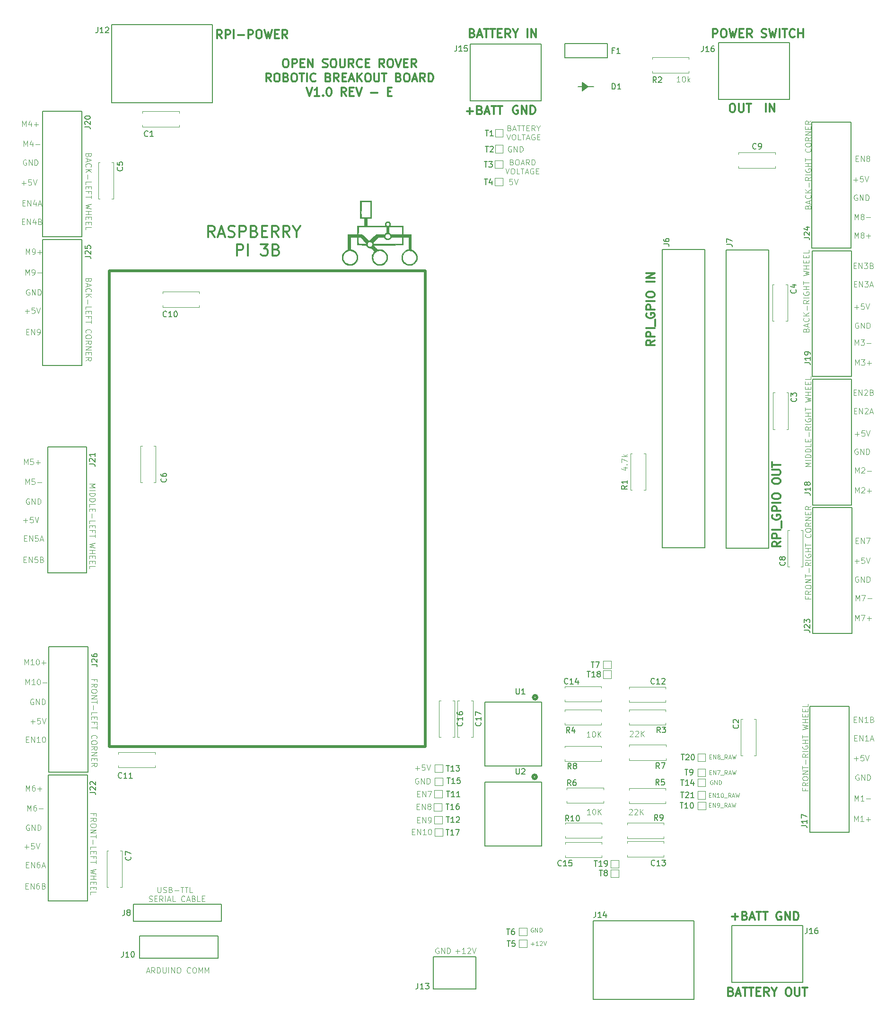
<source format=gto>
G04 #@! TF.GenerationSoftware,KiCad,Pcbnew,(5.0.2)-1*
G04 #@! TF.CreationDate,2019-07-25T17:09:51-07:00*
G04 #@! TF.ProjectId,Monolithic Board,4d6f6e6f-6c69-4746-9869-6320426f6172,rev?*
G04 #@! TF.SameCoordinates,Original*
G04 #@! TF.FileFunction,Legend,Top*
G04 #@! TF.FilePolarity,Positive*
%FSLAX46Y46*%
G04 Gerber Fmt 4.6, Leading zero omitted, Abs format (unit mm)*
G04 Created by KiCad (PCBNEW (5.0.2)-1) date 7/25/2019 5:09:51 PM*
%MOMM*%
%LPD*%
G01*
G04 APERTURE LIST*
%ADD10C,0.100000*%
%ADD11C,0.300000*%
%ADD12C,0.500000*%
%ADD13C,0.010000*%
%ADD14C,0.150000*%
%ADD15C,0.120000*%
G04 APERTURE END LIST*
D10*
X117489361Y163288719D02*
X116917933Y163288719D01*
X117203647Y163288719D02*
X117203647Y164288719D01*
X117108409Y164145861D01*
X117013171Y164050623D01*
X116917933Y164003004D01*
X118108409Y164288719D02*
X118203647Y164288719D01*
X118298885Y164241100D01*
X118346504Y164193480D01*
X118394123Y164098242D01*
X118441742Y163907766D01*
X118441742Y163669671D01*
X118394123Y163479195D01*
X118346504Y163383957D01*
X118298885Y163336338D01*
X118203647Y163288719D01*
X118108409Y163288719D01*
X118013171Y163336338D01*
X117965552Y163383957D01*
X117917933Y163479195D01*
X117870314Y163669671D01*
X117870314Y163907766D01*
X117917933Y164098242D01*
X117965552Y164193480D01*
X118013171Y164241100D01*
X118108409Y164288719D01*
X118870314Y163288719D02*
X118870314Y164288719D01*
X118965552Y163669671D02*
X119251266Y163288719D01*
X119251266Y163955385D02*
X118870314Y163574433D01*
X90817071Y9153928D02*
X91388500Y9153928D01*
X91102785Y8868214D02*
X91102785Y9439642D01*
X92138500Y8868214D02*
X91709928Y8868214D01*
X91924214Y8868214D02*
X91924214Y9618214D01*
X91852785Y9511071D01*
X91781357Y9439642D01*
X91709928Y9403928D01*
X92424214Y9546785D02*
X92459928Y9582500D01*
X92531357Y9618214D01*
X92709928Y9618214D01*
X92781357Y9582500D01*
X92817071Y9546785D01*
X92852785Y9475357D01*
X92852785Y9403928D01*
X92817071Y9296785D01*
X92388500Y8868214D01*
X92852785Y8868214D01*
X93067071Y9618214D02*
X93317071Y8868214D01*
X93567071Y9618214D01*
X91224171Y11957400D02*
X91152742Y11993114D01*
X91045600Y11993114D01*
X90938457Y11957400D01*
X90867028Y11885971D01*
X90831314Y11814542D01*
X90795600Y11671685D01*
X90795600Y11564542D01*
X90831314Y11421685D01*
X90867028Y11350257D01*
X90938457Y11278828D01*
X91045600Y11243114D01*
X91117028Y11243114D01*
X91224171Y11278828D01*
X91259885Y11314542D01*
X91259885Y11564542D01*
X91117028Y11564542D01*
X91581314Y11243114D02*
X91581314Y11993114D01*
X92009885Y11243114D01*
X92009885Y11993114D01*
X92367028Y11243114D02*
X92367028Y11993114D01*
X92545600Y11993114D01*
X92652742Y11957400D01*
X92724171Y11885971D01*
X92759885Y11814542D01*
X92795600Y11671685D01*
X92795600Y11564542D01*
X92759885Y11421685D01*
X92724171Y11350257D01*
X92652742Y11278828D01*
X92545600Y11243114D01*
X92367028Y11243114D01*
X123317071Y38348000D02*
X123245642Y38383714D01*
X123138500Y38383714D01*
X123031357Y38348000D01*
X122959928Y38276571D01*
X122924214Y38205142D01*
X122888500Y38062285D01*
X122888500Y37955142D01*
X122924214Y37812285D01*
X122959928Y37740857D01*
X123031357Y37669428D01*
X123138500Y37633714D01*
X123209928Y37633714D01*
X123317071Y37669428D01*
X123352785Y37705142D01*
X123352785Y37955142D01*
X123209928Y37955142D01*
X123674214Y37633714D02*
X123674214Y38383714D01*
X124102785Y37633714D01*
X124102785Y38383714D01*
X124459928Y37633714D02*
X124459928Y38383714D01*
X124638500Y38383714D01*
X124745642Y38348000D01*
X124817071Y38276571D01*
X124852785Y38205142D01*
X124888500Y38062285D01*
X124888500Y37955142D01*
X124852785Y37812285D01*
X124817071Y37740857D01*
X124745642Y37669428D01*
X124638500Y37633714D01*
X124459928Y37633714D01*
X122670428Y35740571D02*
X122920428Y35740571D01*
X123027571Y35347714D02*
X122670428Y35347714D01*
X122670428Y36097714D01*
X123027571Y36097714D01*
X123349000Y35347714D02*
X123349000Y36097714D01*
X123777571Y35347714D01*
X123777571Y36097714D01*
X124527571Y35347714D02*
X124099000Y35347714D01*
X124313285Y35347714D02*
X124313285Y36097714D01*
X124241857Y35990571D01*
X124170428Y35919142D01*
X124099000Y35883428D01*
X124991857Y36097714D02*
X125063285Y36097714D01*
X125134714Y36062000D01*
X125170428Y36026285D01*
X125206142Y35954857D01*
X125241857Y35812000D01*
X125241857Y35633428D01*
X125206142Y35490571D01*
X125170428Y35419142D01*
X125134714Y35383428D01*
X125063285Y35347714D01*
X124991857Y35347714D01*
X124920428Y35383428D01*
X124884714Y35419142D01*
X124849000Y35490571D01*
X124813285Y35633428D01*
X124813285Y35812000D01*
X124849000Y35954857D01*
X124884714Y36026285D01*
X124920428Y36062000D01*
X124991857Y36097714D01*
X125384714Y35276285D02*
X125956142Y35276285D01*
X126563285Y35347714D02*
X126313285Y35704857D01*
X126134714Y35347714D02*
X126134714Y36097714D01*
X126420428Y36097714D01*
X126491857Y36062000D01*
X126527571Y36026285D01*
X126563285Y35954857D01*
X126563285Y35847714D01*
X126527571Y35776285D01*
X126491857Y35740571D01*
X126420428Y35704857D01*
X126134714Y35704857D01*
X126849000Y35562000D02*
X127206142Y35562000D01*
X126777571Y35347714D02*
X127027571Y36097714D01*
X127277571Y35347714D01*
X127456142Y36097714D02*
X127634714Y35347714D01*
X127777571Y35883428D01*
X127920428Y35347714D01*
X128099000Y36097714D01*
X122710071Y33962571D02*
X122960071Y33962571D01*
X123067214Y33569714D02*
X122710071Y33569714D01*
X122710071Y34319714D01*
X123067214Y34319714D01*
X123388642Y33569714D02*
X123388642Y34319714D01*
X123817214Y33569714D01*
X123817214Y34319714D01*
X124210071Y33569714D02*
X124352928Y33569714D01*
X124424357Y33605428D01*
X124460071Y33641142D01*
X124531500Y33748285D01*
X124567214Y33891142D01*
X124567214Y34176857D01*
X124531500Y34248285D01*
X124495785Y34284000D01*
X124424357Y34319714D01*
X124281500Y34319714D01*
X124210071Y34284000D01*
X124174357Y34248285D01*
X124138642Y34176857D01*
X124138642Y33998285D01*
X124174357Y33926857D01*
X124210071Y33891142D01*
X124281500Y33855428D01*
X124424357Y33855428D01*
X124495785Y33891142D01*
X124531500Y33926857D01*
X124567214Y33998285D01*
X124710071Y33498285D02*
X125281500Y33498285D01*
X125888642Y33569714D02*
X125638642Y33926857D01*
X125460071Y33569714D02*
X125460071Y34319714D01*
X125745785Y34319714D01*
X125817214Y34284000D01*
X125852928Y34248285D01*
X125888642Y34176857D01*
X125888642Y34069714D01*
X125852928Y33998285D01*
X125817214Y33962571D01*
X125745785Y33926857D01*
X125460071Y33926857D01*
X126174357Y33784000D02*
X126531500Y33784000D01*
X126102928Y33569714D02*
X126352928Y34319714D01*
X126602928Y33569714D01*
X126781500Y34319714D02*
X126960071Y33569714D01*
X127102928Y34105428D01*
X127245785Y33569714D01*
X127424357Y34319714D01*
X122773571Y42598571D02*
X123023571Y42598571D01*
X123130714Y42205714D02*
X122773571Y42205714D01*
X122773571Y42955714D01*
X123130714Y42955714D01*
X123452142Y42205714D02*
X123452142Y42955714D01*
X123880714Y42205714D01*
X123880714Y42955714D01*
X124345000Y42634285D02*
X124273571Y42670000D01*
X124237857Y42705714D01*
X124202142Y42777142D01*
X124202142Y42812857D01*
X124237857Y42884285D01*
X124273571Y42920000D01*
X124345000Y42955714D01*
X124487857Y42955714D01*
X124559285Y42920000D01*
X124595000Y42884285D01*
X124630714Y42812857D01*
X124630714Y42777142D01*
X124595000Y42705714D01*
X124559285Y42670000D01*
X124487857Y42634285D01*
X124345000Y42634285D01*
X124273571Y42598571D01*
X124237857Y42562857D01*
X124202142Y42491428D01*
X124202142Y42348571D01*
X124237857Y42277142D01*
X124273571Y42241428D01*
X124345000Y42205714D01*
X124487857Y42205714D01*
X124559285Y42241428D01*
X124595000Y42277142D01*
X124630714Y42348571D01*
X124630714Y42491428D01*
X124595000Y42562857D01*
X124559285Y42598571D01*
X124487857Y42634285D01*
X124773571Y42134285D02*
X125345000Y42134285D01*
X125952142Y42205714D02*
X125702142Y42562857D01*
X125523571Y42205714D02*
X125523571Y42955714D01*
X125809285Y42955714D01*
X125880714Y42920000D01*
X125916428Y42884285D01*
X125952142Y42812857D01*
X125952142Y42705714D01*
X125916428Y42634285D01*
X125880714Y42598571D01*
X125809285Y42562857D01*
X125523571Y42562857D01*
X126237857Y42420000D02*
X126595000Y42420000D01*
X126166428Y42205714D02*
X126416428Y42955714D01*
X126666428Y42205714D01*
X126845000Y42955714D02*
X127023571Y42205714D01*
X127166428Y42741428D01*
X127309285Y42205714D01*
X127487857Y42955714D01*
X122773571Y39804571D02*
X123023571Y39804571D01*
X123130714Y39411714D02*
X122773571Y39411714D01*
X122773571Y40161714D01*
X123130714Y40161714D01*
X123452142Y39411714D02*
X123452142Y40161714D01*
X123880714Y39411714D01*
X123880714Y40161714D01*
X124166428Y40161714D02*
X124666428Y40161714D01*
X124345000Y39411714D01*
X124773571Y39340285D02*
X125345000Y39340285D01*
X125952142Y39411714D02*
X125702142Y39768857D01*
X125523571Y39411714D02*
X125523571Y40161714D01*
X125809285Y40161714D01*
X125880714Y40126000D01*
X125916428Y40090285D01*
X125952142Y40018857D01*
X125952142Y39911714D01*
X125916428Y39840285D01*
X125880714Y39804571D01*
X125809285Y39768857D01*
X125523571Y39768857D01*
X126237857Y39626000D02*
X126595000Y39626000D01*
X126166428Y39411714D02*
X126416428Y40161714D01*
X126666428Y39411714D01*
X126845000Y40161714D02*
X127023571Y39411714D01*
X127166428Y39947428D01*
X127309285Y39411714D01*
X127487857Y40161714D01*
X69556523Y29217928D02*
X69889857Y29217928D01*
X70032714Y28694119D02*
X69556523Y28694119D01*
X69556523Y29694119D01*
X70032714Y29694119D01*
X70461285Y28694119D02*
X70461285Y29694119D01*
X71032714Y28694119D01*
X71032714Y29694119D01*
X72032714Y28694119D02*
X71461285Y28694119D01*
X71747000Y28694119D02*
X71747000Y29694119D01*
X71651761Y29551261D01*
X71556523Y29456023D01*
X71461285Y29408404D01*
X72651761Y29694119D02*
X72747000Y29694119D01*
X72842238Y29646500D01*
X72889857Y29598880D01*
X72937476Y29503642D01*
X72985095Y29313166D01*
X72985095Y29075071D01*
X72937476Y28884595D01*
X72889857Y28789357D01*
X72842238Y28741738D01*
X72747000Y28694119D01*
X72651761Y28694119D01*
X72556523Y28741738D01*
X72508904Y28789357D01*
X72461285Y28884595D01*
X72413666Y29075071D01*
X72413666Y29313166D01*
X72461285Y29503642D01*
X72508904Y29598880D01*
X72556523Y29646500D01*
X72651761Y29694119D01*
X70477214Y31313428D02*
X70810547Y31313428D01*
X70953404Y30789619D02*
X70477214Y30789619D01*
X70477214Y31789619D01*
X70953404Y31789619D01*
X71381976Y30789619D02*
X71381976Y31789619D01*
X71953404Y30789619D01*
X71953404Y31789619D01*
X72477214Y30789619D02*
X72667690Y30789619D01*
X72762928Y30837238D01*
X72810547Y30884857D01*
X72905785Y31027714D01*
X72953404Y31218190D01*
X72953404Y31599142D01*
X72905785Y31694380D01*
X72858166Y31742000D01*
X72762928Y31789619D01*
X72572452Y31789619D01*
X72477214Y31742000D01*
X72429595Y31694380D01*
X72381976Y31599142D01*
X72381976Y31361047D01*
X72429595Y31265809D01*
X72477214Y31218190D01*
X72572452Y31170571D01*
X72762928Y31170571D01*
X72858166Y31218190D01*
X72905785Y31265809D01*
X72953404Y31361047D01*
X70413714Y33726428D02*
X70747047Y33726428D01*
X70889904Y33202619D02*
X70413714Y33202619D01*
X70413714Y34202619D01*
X70889904Y34202619D01*
X71318476Y33202619D02*
X71318476Y34202619D01*
X71889904Y33202619D01*
X71889904Y34202619D01*
X72508952Y33774047D02*
X72413714Y33821666D01*
X72366095Y33869285D01*
X72318476Y33964523D01*
X72318476Y34012142D01*
X72366095Y34107380D01*
X72413714Y34155000D01*
X72508952Y34202619D01*
X72699428Y34202619D01*
X72794666Y34155000D01*
X72842285Y34107380D01*
X72889904Y34012142D01*
X72889904Y33964523D01*
X72842285Y33869285D01*
X72794666Y33821666D01*
X72699428Y33774047D01*
X72508952Y33774047D01*
X72413714Y33726428D01*
X72366095Y33678809D01*
X72318476Y33583571D01*
X72318476Y33393095D01*
X72366095Y33297857D01*
X72413714Y33250238D01*
X72508952Y33202619D01*
X72699428Y33202619D01*
X72794666Y33250238D01*
X72842285Y33297857D01*
X72889904Y33393095D01*
X72889904Y33583571D01*
X72842285Y33678809D01*
X72794666Y33726428D01*
X72699428Y33774047D01*
X70477214Y35948928D02*
X70810547Y35948928D01*
X70953404Y35425119D02*
X70477214Y35425119D01*
X70477214Y36425119D01*
X70953404Y36425119D01*
X71381976Y35425119D02*
X71381976Y36425119D01*
X71953404Y35425119D01*
X71953404Y36425119D01*
X72334357Y36425119D02*
X73001023Y36425119D01*
X72572452Y35425119D01*
X70675595Y38727000D02*
X70580357Y38774619D01*
X70437500Y38774619D01*
X70294642Y38727000D01*
X70199404Y38631761D01*
X70151785Y38536523D01*
X70104166Y38346047D01*
X70104166Y38203190D01*
X70151785Y38012714D01*
X70199404Y37917476D01*
X70294642Y37822238D01*
X70437500Y37774619D01*
X70532738Y37774619D01*
X70675595Y37822238D01*
X70723214Y37869857D01*
X70723214Y38203190D01*
X70532738Y38203190D01*
X71151785Y37774619D02*
X71151785Y38774619D01*
X71723214Y37774619D01*
X71723214Y38774619D01*
X72199404Y37774619D02*
X72199404Y38774619D01*
X72437500Y38774619D01*
X72580357Y38727000D01*
X72675595Y38631761D01*
X72723214Y38536523D01*
X72770833Y38346047D01*
X72770833Y38203190D01*
X72723214Y38012714D01*
X72675595Y37917476D01*
X72580357Y37822238D01*
X72437500Y37774619D01*
X72199404Y37774619D01*
X70088285Y40568571D02*
X70850190Y40568571D01*
X70469238Y40187619D02*
X70469238Y40949523D01*
X71802571Y41187619D02*
X71326380Y41187619D01*
X71278761Y40711428D01*
X71326380Y40759047D01*
X71421619Y40806666D01*
X71659714Y40806666D01*
X71754952Y40759047D01*
X71802571Y40711428D01*
X71850190Y40616190D01*
X71850190Y40378095D01*
X71802571Y40282857D01*
X71754952Y40235238D01*
X71659714Y40187619D01*
X71421619Y40187619D01*
X71326380Y40235238D01*
X71278761Y40282857D01*
X72135904Y41187619D02*
X72469238Y40187619D01*
X72802571Y41187619D01*
X74295095Y8386700D02*
X74199857Y8434319D01*
X74057000Y8434319D01*
X73914142Y8386700D01*
X73818904Y8291461D01*
X73771285Y8196223D01*
X73723666Y8005747D01*
X73723666Y7862890D01*
X73771285Y7672414D01*
X73818904Y7577176D01*
X73914142Y7481938D01*
X74057000Y7434319D01*
X74152238Y7434319D01*
X74295095Y7481938D01*
X74342714Y7529557D01*
X74342714Y7862890D01*
X74152238Y7862890D01*
X74771285Y7434319D02*
X74771285Y8434319D01*
X75342714Y7434319D01*
X75342714Y8434319D01*
X75818904Y7434319D02*
X75818904Y8434319D01*
X76057000Y8434319D01*
X76199857Y8386700D01*
X76295095Y8291461D01*
X76342714Y8196223D01*
X76390333Y8005747D01*
X76390333Y7862890D01*
X76342714Y7672414D01*
X76295095Y7577176D01*
X76199857Y7481938D01*
X76057000Y7434319D01*
X75818904Y7434319D01*
X77308295Y7815271D02*
X78070200Y7815271D01*
X77689247Y7434319D02*
X77689247Y8196223D01*
X79070200Y7434319D02*
X78498771Y7434319D01*
X78784485Y7434319D02*
X78784485Y8434319D01*
X78689247Y8291461D01*
X78594009Y8196223D01*
X78498771Y8148604D01*
X79451152Y8339080D02*
X79498771Y8386700D01*
X79594009Y8434319D01*
X79832104Y8434319D01*
X79927342Y8386700D01*
X79974961Y8339080D01*
X80022580Y8243842D01*
X80022580Y8148604D01*
X79974961Y8005747D01*
X79403533Y7434319D01*
X80022580Y7434319D01*
X80308295Y8434319D02*
X80641628Y7434319D01*
X80974961Y8434319D01*
X22014561Y4214833D02*
X22490752Y4214833D01*
X21919323Y3929119D02*
X22252657Y4929119D01*
X22585990Y3929119D01*
X23490752Y3929119D02*
X23157419Y4405309D01*
X22919323Y3929119D02*
X22919323Y4929119D01*
X23300276Y4929119D01*
X23395514Y4881500D01*
X23443133Y4833880D01*
X23490752Y4738642D01*
X23490752Y4595785D01*
X23443133Y4500547D01*
X23395514Y4452928D01*
X23300276Y4405309D01*
X22919323Y4405309D01*
X23919323Y3929119D02*
X23919323Y4929119D01*
X24157419Y4929119D01*
X24300276Y4881500D01*
X24395514Y4786261D01*
X24443133Y4691023D01*
X24490752Y4500547D01*
X24490752Y4357690D01*
X24443133Y4167214D01*
X24395514Y4071976D01*
X24300276Y3976738D01*
X24157419Y3929119D01*
X23919323Y3929119D01*
X24919323Y4929119D02*
X24919323Y4119595D01*
X24966942Y4024357D01*
X25014561Y3976738D01*
X25109800Y3929119D01*
X25300276Y3929119D01*
X25395514Y3976738D01*
X25443133Y4024357D01*
X25490752Y4119595D01*
X25490752Y4929119D01*
X25966942Y3929119D02*
X25966942Y4929119D01*
X26443133Y3929119D02*
X26443133Y4929119D01*
X27014561Y3929119D01*
X27014561Y4929119D01*
X27681228Y4929119D02*
X27871704Y4929119D01*
X27966942Y4881500D01*
X28062180Y4786261D01*
X28109800Y4595785D01*
X28109800Y4262452D01*
X28062180Y4071976D01*
X27966942Y3976738D01*
X27871704Y3929119D01*
X27681228Y3929119D01*
X27585990Y3976738D01*
X27490752Y4071976D01*
X27443133Y4262452D01*
X27443133Y4595785D01*
X27490752Y4786261D01*
X27585990Y4881500D01*
X27681228Y4929119D01*
X29871704Y4024357D02*
X29824085Y3976738D01*
X29681228Y3929119D01*
X29585990Y3929119D01*
X29443133Y3976738D01*
X29347895Y4071976D01*
X29300276Y4167214D01*
X29252657Y4357690D01*
X29252657Y4500547D01*
X29300276Y4691023D01*
X29347895Y4786261D01*
X29443133Y4881500D01*
X29585990Y4929119D01*
X29681228Y4929119D01*
X29824085Y4881500D01*
X29871704Y4833880D01*
X30490752Y4929119D02*
X30681228Y4929119D01*
X30776466Y4881500D01*
X30871704Y4786261D01*
X30919323Y4595785D01*
X30919323Y4262452D01*
X30871704Y4071976D01*
X30776466Y3976738D01*
X30681228Y3929119D01*
X30490752Y3929119D01*
X30395514Y3976738D01*
X30300276Y4071976D01*
X30252657Y4262452D01*
X30252657Y4595785D01*
X30300276Y4786261D01*
X30395514Y4881500D01*
X30490752Y4929119D01*
X31347895Y3929119D02*
X31347895Y4929119D01*
X31681228Y4214833D01*
X32014561Y4929119D01*
X32014561Y3929119D01*
X32490752Y3929119D02*
X32490752Y4929119D01*
X32824085Y4214833D01*
X33157419Y4929119D01*
X33157419Y3929119D01*
X24003428Y19318119D02*
X24003428Y18508595D01*
X24051047Y18413357D01*
X24098666Y18365738D01*
X24193904Y18318119D01*
X24384380Y18318119D01*
X24479619Y18365738D01*
X24527238Y18413357D01*
X24574857Y18508595D01*
X24574857Y19318119D01*
X25003428Y18365738D02*
X25146285Y18318119D01*
X25384380Y18318119D01*
X25479619Y18365738D01*
X25527238Y18413357D01*
X25574857Y18508595D01*
X25574857Y18603833D01*
X25527238Y18699071D01*
X25479619Y18746690D01*
X25384380Y18794309D01*
X25193904Y18841928D01*
X25098666Y18889547D01*
X25051047Y18937166D01*
X25003428Y19032404D01*
X25003428Y19127642D01*
X25051047Y19222880D01*
X25098666Y19270500D01*
X25193904Y19318119D01*
X25432000Y19318119D01*
X25574857Y19270500D01*
X26336761Y18841928D02*
X26479619Y18794309D01*
X26527238Y18746690D01*
X26574857Y18651452D01*
X26574857Y18508595D01*
X26527238Y18413357D01*
X26479619Y18365738D01*
X26384380Y18318119D01*
X26003428Y18318119D01*
X26003428Y19318119D01*
X26336761Y19318119D01*
X26432000Y19270500D01*
X26479619Y19222880D01*
X26527238Y19127642D01*
X26527238Y19032404D01*
X26479619Y18937166D01*
X26432000Y18889547D01*
X26336761Y18841928D01*
X26003428Y18841928D01*
X27003428Y18699071D02*
X27765333Y18699071D01*
X28098666Y19318119D02*
X28670095Y19318119D01*
X28384380Y18318119D02*
X28384380Y19318119D01*
X28860571Y19318119D02*
X29432000Y19318119D01*
X29146285Y18318119D02*
X29146285Y19318119D01*
X30241523Y18318119D02*
X29765333Y18318119D01*
X29765333Y19318119D01*
X22455809Y16765738D02*
X22598666Y16718119D01*
X22836761Y16718119D01*
X22932000Y16765738D01*
X22979619Y16813357D01*
X23027238Y16908595D01*
X23027238Y17003833D01*
X22979619Y17099071D01*
X22932000Y17146690D01*
X22836761Y17194309D01*
X22646285Y17241928D01*
X22551047Y17289547D01*
X22503428Y17337166D01*
X22455809Y17432404D01*
X22455809Y17527642D01*
X22503428Y17622880D01*
X22551047Y17670500D01*
X22646285Y17718119D01*
X22884380Y17718119D01*
X23027238Y17670500D01*
X23455809Y17241928D02*
X23789142Y17241928D01*
X23932000Y16718119D02*
X23455809Y16718119D01*
X23455809Y17718119D01*
X23932000Y17718119D01*
X24932000Y16718119D02*
X24598666Y17194309D01*
X24360571Y16718119D02*
X24360571Y17718119D01*
X24741523Y17718119D01*
X24836761Y17670500D01*
X24884380Y17622880D01*
X24932000Y17527642D01*
X24932000Y17384785D01*
X24884380Y17289547D01*
X24836761Y17241928D01*
X24741523Y17194309D01*
X24360571Y17194309D01*
X25360571Y16718119D02*
X25360571Y17718119D01*
X25789142Y17003833D02*
X26265333Y17003833D01*
X25693904Y16718119D02*
X26027238Y17718119D01*
X26360571Y16718119D01*
X27170095Y16718119D02*
X26693904Y16718119D01*
X26693904Y17718119D01*
X28836761Y16813357D02*
X28789142Y16765738D01*
X28646285Y16718119D01*
X28551047Y16718119D01*
X28408190Y16765738D01*
X28312952Y16860976D01*
X28265333Y16956214D01*
X28217714Y17146690D01*
X28217714Y17289547D01*
X28265333Y17480023D01*
X28312952Y17575261D01*
X28408190Y17670500D01*
X28551047Y17718119D01*
X28646285Y17718119D01*
X28789142Y17670500D01*
X28836761Y17622880D01*
X29217714Y17003833D02*
X29693904Y17003833D01*
X29122476Y16718119D02*
X29455809Y17718119D01*
X29789142Y16718119D01*
X30455809Y17241928D02*
X30598666Y17194309D01*
X30646285Y17146690D01*
X30693904Y17051452D01*
X30693904Y16908595D01*
X30646285Y16813357D01*
X30598666Y16765738D01*
X30503428Y16718119D01*
X30122476Y16718119D01*
X30122476Y17718119D01*
X30455809Y17718119D01*
X30551047Y17670500D01*
X30598666Y17622880D01*
X30646285Y17527642D01*
X30646285Y17432404D01*
X30598666Y17337166D01*
X30551047Y17289547D01*
X30455809Y17241928D01*
X30122476Y17241928D01*
X31598666Y16718119D02*
X31122476Y16718119D01*
X31122476Y17718119D01*
X31932000Y17241928D02*
X32265333Y17241928D01*
X32408190Y16718119D02*
X31932000Y16718119D01*
X31932000Y17718119D01*
X32408190Y17718119D01*
X140390571Y140963000D02*
X140438190Y141105857D01*
X140485809Y141153476D01*
X140581047Y141201095D01*
X140723904Y141201095D01*
X140819142Y141153476D01*
X140866761Y141105857D01*
X140914380Y141010619D01*
X140914380Y140629666D01*
X139914380Y140629666D01*
X139914380Y140963000D01*
X139962000Y141058238D01*
X140009619Y141105857D01*
X140104857Y141153476D01*
X140200095Y141153476D01*
X140295333Y141105857D01*
X140342952Y141058238D01*
X140390571Y140963000D01*
X140390571Y140629666D01*
X140628666Y141582047D02*
X140628666Y142058238D01*
X140914380Y141486809D02*
X139914380Y141820142D01*
X140914380Y142153476D01*
X140819142Y143058238D02*
X140866761Y143010619D01*
X140914380Y142867761D01*
X140914380Y142772523D01*
X140866761Y142629666D01*
X140771523Y142534428D01*
X140676285Y142486809D01*
X140485809Y142439190D01*
X140342952Y142439190D01*
X140152476Y142486809D01*
X140057238Y142534428D01*
X139962000Y142629666D01*
X139914380Y142772523D01*
X139914380Y142867761D01*
X139962000Y143010619D01*
X140009619Y143058238D01*
X140914380Y143486809D02*
X139914380Y143486809D01*
X140914380Y144058238D02*
X140342952Y143629666D01*
X139914380Y144058238D02*
X140485809Y143486809D01*
X140533428Y144486809D02*
X140533428Y145248714D01*
X140914380Y146296333D02*
X140438190Y145963000D01*
X140914380Y145724904D02*
X139914380Y145724904D01*
X139914380Y146105857D01*
X139962000Y146201095D01*
X140009619Y146248714D01*
X140104857Y146296333D01*
X140247714Y146296333D01*
X140342952Y146248714D01*
X140390571Y146201095D01*
X140438190Y146105857D01*
X140438190Y145724904D01*
X140914380Y146724904D02*
X139914380Y146724904D01*
X139962000Y147724904D02*
X139914380Y147629666D01*
X139914380Y147486809D01*
X139962000Y147343952D01*
X140057238Y147248714D01*
X140152476Y147201095D01*
X140342952Y147153476D01*
X140485809Y147153476D01*
X140676285Y147201095D01*
X140771523Y147248714D01*
X140866761Y147343952D01*
X140914380Y147486809D01*
X140914380Y147582047D01*
X140866761Y147724904D01*
X140819142Y147772523D01*
X140485809Y147772523D01*
X140485809Y147582047D01*
X140914380Y148201095D02*
X139914380Y148201095D01*
X140390571Y148201095D02*
X140390571Y148772523D01*
X140914380Y148772523D02*
X139914380Y148772523D01*
X139914380Y149105857D02*
X139914380Y149677285D01*
X140914380Y149391571D02*
X139914380Y149391571D01*
X140819142Y151343952D02*
X140866761Y151296333D01*
X140914380Y151153476D01*
X140914380Y151058238D01*
X140866761Y150915380D01*
X140771523Y150820142D01*
X140676285Y150772523D01*
X140485809Y150724904D01*
X140342952Y150724904D01*
X140152476Y150772523D01*
X140057238Y150820142D01*
X139962000Y150915380D01*
X139914380Y151058238D01*
X139914380Y151153476D01*
X139962000Y151296333D01*
X140009619Y151343952D01*
X139914380Y151963000D02*
X139914380Y152153476D01*
X139962000Y152248714D01*
X140057238Y152343952D01*
X140247714Y152391571D01*
X140581047Y152391571D01*
X140771523Y152343952D01*
X140866761Y152248714D01*
X140914380Y152153476D01*
X140914380Y151963000D01*
X140866761Y151867761D01*
X140771523Y151772523D01*
X140581047Y151724904D01*
X140247714Y151724904D01*
X140057238Y151772523D01*
X139962000Y151867761D01*
X139914380Y151963000D01*
X140914380Y153391571D02*
X140438190Y153058238D01*
X140914380Y152820142D02*
X139914380Y152820142D01*
X139914380Y153201095D01*
X139962000Y153296333D01*
X140009619Y153343952D01*
X140104857Y153391571D01*
X140247714Y153391571D01*
X140342952Y153343952D01*
X140390571Y153296333D01*
X140438190Y153201095D01*
X140438190Y152820142D01*
X140914380Y153820142D02*
X139914380Y153820142D01*
X140914380Y154391571D01*
X139914380Y154391571D01*
X140390571Y154867761D02*
X140390571Y155201095D01*
X140914380Y155343952D02*
X140914380Y154867761D01*
X139914380Y154867761D01*
X139914380Y155343952D01*
X140914380Y156343952D02*
X140438190Y156010619D01*
X140914380Y155772523D02*
X139914380Y155772523D01*
X139914380Y156153476D01*
X139962000Y156248714D01*
X140009619Y156296333D01*
X140104857Y156343952D01*
X140247714Y156343952D01*
X140342952Y156296333D01*
X140390571Y156248714D01*
X140438190Y156153476D01*
X140438190Y155772523D01*
D11*
X132843685Y157931728D02*
X132843685Y159431728D01*
X133557971Y157931728D02*
X133557971Y159431728D01*
X134415114Y157931728D01*
X134415114Y159431728D01*
X126744600Y159380928D02*
X127030314Y159380928D01*
X127173171Y159309500D01*
X127316028Y159166642D01*
X127387457Y158880928D01*
X127387457Y158380928D01*
X127316028Y158095214D01*
X127173171Y157952357D01*
X127030314Y157880928D01*
X126744600Y157880928D01*
X126601742Y157952357D01*
X126458885Y158095214D01*
X126387457Y158380928D01*
X126387457Y158880928D01*
X126458885Y159166642D01*
X126601742Y159309500D01*
X126744600Y159380928D01*
X128030314Y159380928D02*
X128030314Y158166642D01*
X128101742Y158023785D01*
X128173171Y157952357D01*
X128316028Y157880928D01*
X128601742Y157880928D01*
X128744600Y157952357D01*
X128816028Y158023785D01*
X128887457Y158166642D01*
X128887457Y159380928D01*
X129387457Y159380928D02*
X130244600Y159380928D01*
X129816028Y157880928D02*
X129816028Y159380928D01*
D10*
X87464923Y145949919D02*
X86988733Y145949919D01*
X86941114Y145473728D01*
X86988733Y145521347D01*
X87083971Y145568966D01*
X87322066Y145568966D01*
X87417304Y145521347D01*
X87464923Y145473728D01*
X87512542Y145378490D01*
X87512542Y145140395D01*
X87464923Y145045157D01*
X87417304Y144997538D01*
X87322066Y144949919D01*
X87083971Y144949919D01*
X86988733Y144997538D01*
X86941114Y145045157D01*
X87798257Y145949919D02*
X88131590Y144949919D01*
X88464923Y145949919D01*
X87400047Y148966128D02*
X87542904Y148918509D01*
X87590523Y148870890D01*
X87638142Y148775652D01*
X87638142Y148632795D01*
X87590523Y148537557D01*
X87542904Y148489938D01*
X87447666Y148442319D01*
X87066714Y148442319D01*
X87066714Y149442319D01*
X87400047Y149442319D01*
X87495285Y149394700D01*
X87542904Y149347080D01*
X87590523Y149251842D01*
X87590523Y149156604D01*
X87542904Y149061366D01*
X87495285Y149013747D01*
X87400047Y148966128D01*
X87066714Y148966128D01*
X88257190Y149442319D02*
X88447666Y149442319D01*
X88542904Y149394700D01*
X88638142Y149299461D01*
X88685761Y149108985D01*
X88685761Y148775652D01*
X88638142Y148585176D01*
X88542904Y148489938D01*
X88447666Y148442319D01*
X88257190Y148442319D01*
X88161952Y148489938D01*
X88066714Y148585176D01*
X88019095Y148775652D01*
X88019095Y149108985D01*
X88066714Y149299461D01*
X88161952Y149394700D01*
X88257190Y149442319D01*
X89066714Y148728033D02*
X89542904Y148728033D01*
X88971476Y148442319D02*
X89304809Y149442319D01*
X89638142Y148442319D01*
X90542904Y148442319D02*
X90209571Y148918509D01*
X89971476Y148442319D02*
X89971476Y149442319D01*
X90352428Y149442319D01*
X90447666Y149394700D01*
X90495285Y149347080D01*
X90542904Y149251842D01*
X90542904Y149108985D01*
X90495285Y149013747D01*
X90447666Y148966128D01*
X90352428Y148918509D01*
X89971476Y148918509D01*
X90971476Y148442319D02*
X90971476Y149442319D01*
X91209571Y149442319D01*
X91352428Y149394700D01*
X91447666Y149299461D01*
X91495285Y149204223D01*
X91542904Y149013747D01*
X91542904Y148870890D01*
X91495285Y148680414D01*
X91447666Y148585176D01*
X91352428Y148489938D01*
X91209571Y148442319D01*
X90971476Y148442319D01*
X86257190Y147842319D02*
X86590523Y146842319D01*
X86923857Y147842319D01*
X87447666Y147842319D02*
X87638142Y147842319D01*
X87733380Y147794700D01*
X87828619Y147699461D01*
X87876238Y147508985D01*
X87876238Y147175652D01*
X87828619Y146985176D01*
X87733380Y146889938D01*
X87638142Y146842319D01*
X87447666Y146842319D01*
X87352428Y146889938D01*
X87257190Y146985176D01*
X87209571Y147175652D01*
X87209571Y147508985D01*
X87257190Y147699461D01*
X87352428Y147794700D01*
X87447666Y147842319D01*
X88781000Y146842319D02*
X88304809Y146842319D01*
X88304809Y147842319D01*
X88971476Y147842319D02*
X89542904Y147842319D01*
X89257190Y146842319D02*
X89257190Y147842319D01*
X89828619Y147128033D02*
X90304809Y147128033D01*
X89733380Y146842319D02*
X90066714Y147842319D01*
X90400047Y146842319D01*
X91257190Y147794700D02*
X91161952Y147842319D01*
X91019095Y147842319D01*
X90876238Y147794700D01*
X90781000Y147699461D01*
X90733380Y147604223D01*
X90685761Y147413747D01*
X90685761Y147270890D01*
X90733380Y147080414D01*
X90781000Y146985176D01*
X90876238Y146889938D01*
X91019095Y146842319D01*
X91114333Y146842319D01*
X91257190Y146889938D01*
X91304809Y146937557D01*
X91304809Y147270890D01*
X91114333Y147270890D01*
X91733380Y147366128D02*
X92066714Y147366128D01*
X92209571Y146842319D02*
X91733380Y146842319D01*
X91733380Y147842319D01*
X92209571Y147842319D01*
X87299895Y151744300D02*
X87204657Y151791919D01*
X87061800Y151791919D01*
X86918942Y151744300D01*
X86823704Y151649061D01*
X86776085Y151553823D01*
X86728466Y151363347D01*
X86728466Y151220490D01*
X86776085Y151030014D01*
X86823704Y150934776D01*
X86918942Y150839538D01*
X87061800Y150791919D01*
X87157038Y150791919D01*
X87299895Y150839538D01*
X87347514Y150887157D01*
X87347514Y151220490D01*
X87157038Y151220490D01*
X87776085Y150791919D02*
X87776085Y151791919D01*
X88347514Y150791919D01*
X88347514Y151791919D01*
X88823704Y150791919D02*
X88823704Y151791919D01*
X89061800Y151791919D01*
X89204657Y151744300D01*
X89299895Y151649061D01*
X89347514Y151553823D01*
X89395133Y151363347D01*
X89395133Y151220490D01*
X89347514Y151030014D01*
X89299895Y150934776D01*
X89204657Y150839538D01*
X89061800Y150791919D01*
X88823704Y150791919D01*
X86984200Y155062128D02*
X87127057Y155014509D01*
X87174676Y154966890D01*
X87222295Y154871652D01*
X87222295Y154728795D01*
X87174676Y154633557D01*
X87127057Y154585938D01*
X87031819Y154538319D01*
X86650866Y154538319D01*
X86650866Y155538319D01*
X86984200Y155538319D01*
X87079438Y155490700D01*
X87127057Y155443080D01*
X87174676Y155347842D01*
X87174676Y155252604D01*
X87127057Y155157366D01*
X87079438Y155109747D01*
X86984200Y155062128D01*
X86650866Y155062128D01*
X87603247Y154824033D02*
X88079438Y154824033D01*
X87508009Y154538319D02*
X87841342Y155538319D01*
X88174676Y154538319D01*
X88365152Y155538319D02*
X88936580Y155538319D01*
X88650866Y154538319D02*
X88650866Y155538319D01*
X89127057Y155538319D02*
X89698485Y155538319D01*
X89412771Y154538319D02*
X89412771Y155538319D01*
X90031819Y155062128D02*
X90365152Y155062128D01*
X90508009Y154538319D02*
X90031819Y154538319D01*
X90031819Y155538319D01*
X90508009Y155538319D01*
X91508009Y154538319D02*
X91174676Y155014509D01*
X90936580Y154538319D02*
X90936580Y155538319D01*
X91317533Y155538319D01*
X91412771Y155490700D01*
X91460390Y155443080D01*
X91508009Y155347842D01*
X91508009Y155204985D01*
X91460390Y155109747D01*
X91412771Y155062128D01*
X91317533Y155014509D01*
X90936580Y155014509D01*
X92127057Y155014509D02*
X92127057Y154538319D01*
X91793723Y155538319D02*
X92127057Y155014509D01*
X92460390Y155538319D01*
X86460390Y153938319D02*
X86793723Y152938319D01*
X87127057Y153938319D01*
X87650866Y153938319D02*
X87841342Y153938319D01*
X87936580Y153890700D01*
X88031819Y153795461D01*
X88079438Y153604985D01*
X88079438Y153271652D01*
X88031819Y153081176D01*
X87936580Y152985938D01*
X87841342Y152938319D01*
X87650866Y152938319D01*
X87555628Y152985938D01*
X87460390Y153081176D01*
X87412771Y153271652D01*
X87412771Y153604985D01*
X87460390Y153795461D01*
X87555628Y153890700D01*
X87650866Y153938319D01*
X88984200Y152938319D02*
X88508009Y152938319D01*
X88508009Y153938319D01*
X89174676Y153938319D02*
X89746104Y153938319D01*
X89460390Y152938319D02*
X89460390Y153938319D01*
X90031819Y153224033D02*
X90508009Y153224033D01*
X89936580Y152938319D02*
X90269914Y153938319D01*
X90603247Y152938319D01*
X91460390Y153890700D02*
X91365152Y153938319D01*
X91222295Y153938319D01*
X91079438Y153890700D01*
X90984200Y153795461D01*
X90936580Y153700223D01*
X90888961Y153509747D01*
X90888961Y153366890D01*
X90936580Y153176414D01*
X90984200Y153081176D01*
X91079438Y152985938D01*
X91222295Y152938319D01*
X91317533Y152938319D01*
X91460390Y152985938D01*
X91508009Y153033557D01*
X91508009Y153366890D01*
X91317533Y153366890D01*
X91936580Y153462128D02*
X92269914Y153462128D01*
X92412771Y152938319D02*
X91936580Y152938319D01*
X91936580Y153938319D01*
X92412771Y153938319D01*
X101442923Y32275519D02*
X100871495Y32275519D01*
X101157209Y32275519D02*
X101157209Y33275519D01*
X101061971Y33132661D01*
X100966733Y33037423D01*
X100871495Y32989804D01*
X102061971Y33275519D02*
X102157209Y33275519D01*
X102252447Y33227900D01*
X102300066Y33180280D01*
X102347685Y33085042D01*
X102395304Y32894566D01*
X102395304Y32656471D01*
X102347685Y32465995D01*
X102300066Y32370757D01*
X102252447Y32323138D01*
X102157209Y32275519D01*
X102061971Y32275519D01*
X101966733Y32323138D01*
X101919114Y32370757D01*
X101871495Y32465995D01*
X101823876Y32656471D01*
X101823876Y32894566D01*
X101871495Y33085042D01*
X101919114Y33180280D01*
X101966733Y33227900D01*
X102061971Y33275519D01*
X102823876Y32275519D02*
X102823876Y33275519D01*
X103395304Y32275519D02*
X102966733Y32846947D01*
X103395304Y33275519D02*
X102823876Y32704090D01*
X101392123Y46143919D02*
X100820695Y46143919D01*
X101106409Y46143919D02*
X101106409Y47143919D01*
X101011171Y47001061D01*
X100915933Y46905823D01*
X100820695Y46858204D01*
X102011171Y47143919D02*
X102106409Y47143919D01*
X102201647Y47096300D01*
X102249266Y47048680D01*
X102296885Y46953442D01*
X102344504Y46762966D01*
X102344504Y46524871D01*
X102296885Y46334395D01*
X102249266Y46239157D01*
X102201647Y46191538D01*
X102106409Y46143919D01*
X102011171Y46143919D01*
X101915933Y46191538D01*
X101868314Y46239157D01*
X101820695Y46334395D01*
X101773076Y46524871D01*
X101773076Y46762966D01*
X101820695Y46953442D01*
X101868314Y47048680D01*
X101915933Y47096300D01*
X102011171Y47143919D01*
X102773076Y46143919D02*
X102773076Y47143919D01*
X103344504Y46143919D02*
X102915933Y46715347D01*
X103344504Y47143919D02*
X102773076Y46572490D01*
X108389895Y33129480D02*
X108437514Y33177100D01*
X108532752Y33224719D01*
X108770847Y33224719D01*
X108866085Y33177100D01*
X108913704Y33129480D01*
X108961323Y33034242D01*
X108961323Y32939004D01*
X108913704Y32796147D01*
X108342276Y32224719D01*
X108961323Y32224719D01*
X109342276Y33129480D02*
X109389895Y33177100D01*
X109485133Y33224719D01*
X109723228Y33224719D01*
X109818466Y33177100D01*
X109866085Y33129480D01*
X109913704Y33034242D01*
X109913704Y32939004D01*
X109866085Y32796147D01*
X109294657Y32224719D01*
X109913704Y32224719D01*
X110342276Y32224719D02*
X110342276Y33224719D01*
X110913704Y32224719D02*
X110485133Y32796147D01*
X110913704Y33224719D02*
X110342276Y32653290D01*
X108542295Y47150280D02*
X108589914Y47197900D01*
X108685152Y47245519D01*
X108923247Y47245519D01*
X109018485Y47197900D01*
X109066104Y47150280D01*
X109113723Y47055042D01*
X109113723Y46959804D01*
X109066104Y46816947D01*
X108494676Y46245519D01*
X109113723Y46245519D01*
X109494676Y47150280D02*
X109542295Y47197900D01*
X109637533Y47245519D01*
X109875628Y47245519D01*
X109970866Y47197900D01*
X110018485Y47150280D01*
X110066104Y47055042D01*
X110066104Y46959804D01*
X110018485Y46816947D01*
X109447057Y46245519D01*
X110066104Y46245519D01*
X110494676Y46245519D02*
X110494676Y47245519D01*
X111066104Y46245519D02*
X110637533Y46816947D01*
X111066104Y47245519D02*
X110494676Y46674090D01*
D12*
X91917000Y53238400D02*
G75*
G03X91917000Y53238400I-350000J0D01*
G01*
X91828100Y39014400D02*
G75*
G03X91828100Y39014400I-350000J0D01*
G01*
D11*
X88455642Y158992000D02*
X88312785Y159063428D01*
X88098500Y159063428D01*
X87884214Y158992000D01*
X87741357Y158849142D01*
X87669928Y158706285D01*
X87598500Y158420571D01*
X87598500Y158206285D01*
X87669928Y157920571D01*
X87741357Y157777714D01*
X87884214Y157634857D01*
X88098500Y157563428D01*
X88241357Y157563428D01*
X88455642Y157634857D01*
X88527071Y157706285D01*
X88527071Y158206285D01*
X88241357Y158206285D01*
X89169928Y157563428D02*
X89169928Y159063428D01*
X90027071Y157563428D01*
X90027071Y159063428D01*
X90741357Y157563428D02*
X90741357Y159063428D01*
X91098500Y159063428D01*
X91312785Y158992000D01*
X91455642Y158849142D01*
X91527071Y158706285D01*
X91598500Y158420571D01*
X91598500Y158206285D01*
X91527071Y157920571D01*
X91455642Y157777714D01*
X91312785Y157634857D01*
X91098500Y157563428D01*
X90741357Y157563428D01*
D10*
X-182357Y141676428D02*
X150976Y141676428D01*
X293833Y141152619D02*
X-182357Y141152619D01*
X-182357Y142152619D01*
X293833Y142152619D01*
X722404Y141152619D02*
X722404Y142152619D01*
X1293833Y141152619D01*
X1293833Y142152619D01*
X2198595Y141819285D02*
X2198595Y141152619D01*
X1960500Y142200238D02*
X1722404Y141485952D01*
X2341452Y141485952D01*
X2674785Y141438333D02*
X3150976Y141438333D01*
X2579547Y141152619D02*
X2912880Y142152619D01*
X3246214Y141152619D01*
D11*
X35501142Y171088928D02*
X35001142Y171803214D01*
X34644000Y171088928D02*
X34644000Y172588928D01*
X35215428Y172588928D01*
X35358285Y172517500D01*
X35429714Y172446071D01*
X35501142Y172303214D01*
X35501142Y172088928D01*
X35429714Y171946071D01*
X35358285Y171874642D01*
X35215428Y171803214D01*
X34644000Y171803214D01*
X36144000Y171088928D02*
X36144000Y172588928D01*
X36715428Y172588928D01*
X36858285Y172517500D01*
X36929714Y172446071D01*
X37001142Y172303214D01*
X37001142Y172088928D01*
X36929714Y171946071D01*
X36858285Y171874642D01*
X36715428Y171803214D01*
X36144000Y171803214D01*
X37644000Y171088928D02*
X37644000Y172588928D01*
X38358285Y171660357D02*
X39501142Y171660357D01*
X40215428Y171088928D02*
X40215428Y172588928D01*
X40786857Y172588928D01*
X40929714Y172517500D01*
X41001142Y172446071D01*
X41072571Y172303214D01*
X41072571Y172088928D01*
X41001142Y171946071D01*
X40929714Y171874642D01*
X40786857Y171803214D01*
X40215428Y171803214D01*
X42001142Y172588928D02*
X42286857Y172588928D01*
X42429714Y172517500D01*
X42572571Y172374642D01*
X42644000Y172088928D01*
X42644000Y171588928D01*
X42572571Y171303214D01*
X42429714Y171160357D01*
X42286857Y171088928D01*
X42001142Y171088928D01*
X41858285Y171160357D01*
X41715428Y171303214D01*
X41644000Y171588928D01*
X41644000Y172088928D01*
X41715428Y172374642D01*
X41858285Y172517500D01*
X42001142Y172588928D01*
X43144000Y172588928D02*
X43501142Y171088928D01*
X43786857Y172160357D01*
X44072571Y171088928D01*
X44429714Y172588928D01*
X45001142Y171874642D02*
X45501142Y171874642D01*
X45715428Y171088928D02*
X45001142Y171088928D01*
X45001142Y172588928D01*
X45715428Y172588928D01*
X47215428Y171088928D02*
X46715428Y171803214D01*
X46358285Y171088928D02*
X46358285Y172588928D01*
X46929714Y172588928D01*
X47072571Y172517500D01*
X47144000Y172446071D01*
X47215428Y172303214D01*
X47215428Y172088928D01*
X47144000Y171946071D01*
X47072571Y171874642D01*
X46929714Y171803214D01*
X46358285Y171803214D01*
X46785071Y167391928D02*
X47070785Y167391928D01*
X47213642Y167320500D01*
X47356500Y167177642D01*
X47427928Y166891928D01*
X47427928Y166391928D01*
X47356500Y166106214D01*
X47213642Y165963357D01*
X47070785Y165891928D01*
X46785071Y165891928D01*
X46642214Y165963357D01*
X46499357Y166106214D01*
X46427928Y166391928D01*
X46427928Y166891928D01*
X46499357Y167177642D01*
X46642214Y167320500D01*
X46785071Y167391928D01*
X48070785Y165891928D02*
X48070785Y167391928D01*
X48642214Y167391928D01*
X48785071Y167320500D01*
X48856500Y167249071D01*
X48927928Y167106214D01*
X48927928Y166891928D01*
X48856500Y166749071D01*
X48785071Y166677642D01*
X48642214Y166606214D01*
X48070785Y166606214D01*
X49570785Y166677642D02*
X50070785Y166677642D01*
X50285071Y165891928D02*
X49570785Y165891928D01*
X49570785Y167391928D01*
X50285071Y167391928D01*
X50927928Y165891928D02*
X50927928Y167391928D01*
X51785071Y165891928D01*
X51785071Y167391928D01*
X53570785Y165963357D02*
X53785071Y165891928D01*
X54142214Y165891928D01*
X54285071Y165963357D01*
X54356500Y166034785D01*
X54427928Y166177642D01*
X54427928Y166320500D01*
X54356500Y166463357D01*
X54285071Y166534785D01*
X54142214Y166606214D01*
X53856500Y166677642D01*
X53713642Y166749071D01*
X53642214Y166820500D01*
X53570785Y166963357D01*
X53570785Y167106214D01*
X53642214Y167249071D01*
X53713642Y167320500D01*
X53856500Y167391928D01*
X54213642Y167391928D01*
X54427928Y167320500D01*
X55356500Y167391928D02*
X55642214Y167391928D01*
X55785071Y167320500D01*
X55927928Y167177642D01*
X55999357Y166891928D01*
X55999357Y166391928D01*
X55927928Y166106214D01*
X55785071Y165963357D01*
X55642214Y165891928D01*
X55356500Y165891928D01*
X55213642Y165963357D01*
X55070785Y166106214D01*
X54999357Y166391928D01*
X54999357Y166891928D01*
X55070785Y167177642D01*
X55213642Y167320500D01*
X55356500Y167391928D01*
X56642214Y167391928D02*
X56642214Y166177642D01*
X56713642Y166034785D01*
X56785071Y165963357D01*
X56927928Y165891928D01*
X57213642Y165891928D01*
X57356500Y165963357D01*
X57427928Y166034785D01*
X57499357Y166177642D01*
X57499357Y167391928D01*
X59070785Y165891928D02*
X58570785Y166606214D01*
X58213642Y165891928D02*
X58213642Y167391928D01*
X58785071Y167391928D01*
X58927928Y167320500D01*
X58999357Y167249071D01*
X59070785Y167106214D01*
X59070785Y166891928D01*
X58999357Y166749071D01*
X58927928Y166677642D01*
X58785071Y166606214D01*
X58213642Y166606214D01*
X60570785Y166034785D02*
X60499357Y165963357D01*
X60285071Y165891928D01*
X60142214Y165891928D01*
X59927928Y165963357D01*
X59785071Y166106214D01*
X59713642Y166249071D01*
X59642214Y166534785D01*
X59642214Y166749071D01*
X59713642Y167034785D01*
X59785071Y167177642D01*
X59927928Y167320500D01*
X60142214Y167391928D01*
X60285071Y167391928D01*
X60499357Y167320500D01*
X60570785Y167249071D01*
X61213642Y166677642D02*
X61713642Y166677642D01*
X61927928Y165891928D02*
X61213642Y165891928D01*
X61213642Y167391928D01*
X61927928Y167391928D01*
X64570785Y165891928D02*
X64070785Y166606214D01*
X63713642Y165891928D02*
X63713642Y167391928D01*
X64285071Y167391928D01*
X64427928Y167320500D01*
X64499357Y167249071D01*
X64570785Y167106214D01*
X64570785Y166891928D01*
X64499357Y166749071D01*
X64427928Y166677642D01*
X64285071Y166606214D01*
X63713642Y166606214D01*
X65499357Y167391928D02*
X65785071Y167391928D01*
X65927928Y167320500D01*
X66070785Y167177642D01*
X66142214Y166891928D01*
X66142214Y166391928D01*
X66070785Y166106214D01*
X65927928Y165963357D01*
X65785071Y165891928D01*
X65499357Y165891928D01*
X65356500Y165963357D01*
X65213642Y166106214D01*
X65142214Y166391928D01*
X65142214Y166891928D01*
X65213642Y167177642D01*
X65356500Y167320500D01*
X65499357Y167391928D01*
X66570785Y167391928D02*
X67070785Y165891928D01*
X67570785Y167391928D01*
X68070785Y166677642D02*
X68570785Y166677642D01*
X68785071Y165891928D02*
X68070785Y165891928D01*
X68070785Y167391928D01*
X68785071Y167391928D01*
X70285071Y165891928D02*
X69785071Y166606214D01*
X69427928Y165891928D02*
X69427928Y167391928D01*
X69999357Y167391928D01*
X70142214Y167320500D01*
X70213642Y167249071D01*
X70285071Y167106214D01*
X70285071Y166891928D01*
X70213642Y166749071D01*
X70142214Y166677642D01*
X69999357Y166606214D01*
X69427928Y166606214D01*
X44285071Y163341928D02*
X43785071Y164056214D01*
X43427928Y163341928D02*
X43427928Y164841928D01*
X43999357Y164841928D01*
X44142214Y164770500D01*
X44213642Y164699071D01*
X44285071Y164556214D01*
X44285071Y164341928D01*
X44213642Y164199071D01*
X44142214Y164127642D01*
X43999357Y164056214D01*
X43427928Y164056214D01*
X45213642Y164841928D02*
X45499357Y164841928D01*
X45642214Y164770500D01*
X45785071Y164627642D01*
X45856500Y164341928D01*
X45856500Y163841928D01*
X45785071Y163556214D01*
X45642214Y163413357D01*
X45499357Y163341928D01*
X45213642Y163341928D01*
X45070785Y163413357D01*
X44927928Y163556214D01*
X44856500Y163841928D01*
X44856500Y164341928D01*
X44927928Y164627642D01*
X45070785Y164770500D01*
X45213642Y164841928D01*
X46999357Y164127642D02*
X47213642Y164056214D01*
X47285071Y163984785D01*
X47356500Y163841928D01*
X47356500Y163627642D01*
X47285071Y163484785D01*
X47213642Y163413357D01*
X47070785Y163341928D01*
X46499357Y163341928D01*
X46499357Y164841928D01*
X46999357Y164841928D01*
X47142214Y164770500D01*
X47213642Y164699071D01*
X47285071Y164556214D01*
X47285071Y164413357D01*
X47213642Y164270500D01*
X47142214Y164199071D01*
X46999357Y164127642D01*
X46499357Y164127642D01*
X48285071Y164841928D02*
X48570785Y164841928D01*
X48713642Y164770500D01*
X48856500Y164627642D01*
X48927928Y164341928D01*
X48927928Y163841928D01*
X48856500Y163556214D01*
X48713642Y163413357D01*
X48570785Y163341928D01*
X48285071Y163341928D01*
X48142214Y163413357D01*
X47999357Y163556214D01*
X47927928Y163841928D01*
X47927928Y164341928D01*
X47999357Y164627642D01*
X48142214Y164770500D01*
X48285071Y164841928D01*
X49356500Y164841928D02*
X50213642Y164841928D01*
X49785071Y163341928D02*
X49785071Y164841928D01*
X50713642Y163341928D02*
X50713642Y164841928D01*
X52285071Y163484785D02*
X52213642Y163413357D01*
X51999357Y163341928D01*
X51856500Y163341928D01*
X51642214Y163413357D01*
X51499357Y163556214D01*
X51427928Y163699071D01*
X51356500Y163984785D01*
X51356500Y164199071D01*
X51427928Y164484785D01*
X51499357Y164627642D01*
X51642214Y164770500D01*
X51856500Y164841928D01*
X51999357Y164841928D01*
X52213642Y164770500D01*
X52285071Y164699071D01*
X54570785Y164127642D02*
X54785071Y164056214D01*
X54856500Y163984785D01*
X54927928Y163841928D01*
X54927928Y163627642D01*
X54856500Y163484785D01*
X54785071Y163413357D01*
X54642214Y163341928D01*
X54070785Y163341928D01*
X54070785Y164841928D01*
X54570785Y164841928D01*
X54713642Y164770500D01*
X54785071Y164699071D01*
X54856500Y164556214D01*
X54856500Y164413357D01*
X54785071Y164270500D01*
X54713642Y164199071D01*
X54570785Y164127642D01*
X54070785Y164127642D01*
X56427928Y163341928D02*
X55927928Y164056214D01*
X55570785Y163341928D02*
X55570785Y164841928D01*
X56142214Y164841928D01*
X56285071Y164770500D01*
X56356500Y164699071D01*
X56427928Y164556214D01*
X56427928Y164341928D01*
X56356500Y164199071D01*
X56285071Y164127642D01*
X56142214Y164056214D01*
X55570785Y164056214D01*
X57070785Y164127642D02*
X57570785Y164127642D01*
X57785071Y163341928D02*
X57070785Y163341928D01*
X57070785Y164841928D01*
X57785071Y164841928D01*
X58356500Y163770500D02*
X59070785Y163770500D01*
X58213642Y163341928D02*
X58713642Y164841928D01*
X59213642Y163341928D01*
X59713642Y163341928D02*
X59713642Y164841928D01*
X60570785Y163341928D02*
X59927928Y164199071D01*
X60570785Y164841928D02*
X59713642Y163984785D01*
X61499357Y164841928D02*
X61785071Y164841928D01*
X61927928Y164770500D01*
X62070785Y164627642D01*
X62142214Y164341928D01*
X62142214Y163841928D01*
X62070785Y163556214D01*
X61927928Y163413357D01*
X61785071Y163341928D01*
X61499357Y163341928D01*
X61356500Y163413357D01*
X61213642Y163556214D01*
X61142214Y163841928D01*
X61142214Y164341928D01*
X61213642Y164627642D01*
X61356500Y164770500D01*
X61499357Y164841928D01*
X62785071Y164841928D02*
X62785071Y163627642D01*
X62856500Y163484785D01*
X62927928Y163413357D01*
X63070785Y163341928D01*
X63356500Y163341928D01*
X63499357Y163413357D01*
X63570785Y163484785D01*
X63642214Y163627642D01*
X63642214Y164841928D01*
X64142214Y164841928D02*
X64999357Y164841928D01*
X64570785Y163341928D02*
X64570785Y164841928D01*
X67142214Y164127642D02*
X67356500Y164056214D01*
X67427928Y163984785D01*
X67499357Y163841928D01*
X67499357Y163627642D01*
X67427928Y163484785D01*
X67356500Y163413357D01*
X67213642Y163341928D01*
X66642214Y163341928D01*
X66642214Y164841928D01*
X67142214Y164841928D01*
X67285071Y164770500D01*
X67356500Y164699071D01*
X67427928Y164556214D01*
X67427928Y164413357D01*
X67356500Y164270500D01*
X67285071Y164199071D01*
X67142214Y164127642D01*
X66642214Y164127642D01*
X68427928Y164841928D02*
X68713642Y164841928D01*
X68856500Y164770500D01*
X68999357Y164627642D01*
X69070785Y164341928D01*
X69070785Y163841928D01*
X68999357Y163556214D01*
X68856500Y163413357D01*
X68713642Y163341928D01*
X68427928Y163341928D01*
X68285071Y163413357D01*
X68142214Y163556214D01*
X68070785Y163841928D01*
X68070785Y164341928D01*
X68142214Y164627642D01*
X68285071Y164770500D01*
X68427928Y164841928D01*
X69642214Y163770500D02*
X70356500Y163770500D01*
X69499357Y163341928D02*
X69999357Y164841928D01*
X70499357Y163341928D01*
X71856500Y163341928D02*
X71356500Y164056214D01*
X70999357Y163341928D02*
X70999357Y164841928D01*
X71570785Y164841928D01*
X71713642Y164770500D01*
X71785071Y164699071D01*
X71856500Y164556214D01*
X71856500Y164341928D01*
X71785071Y164199071D01*
X71713642Y164127642D01*
X71570785Y164056214D01*
X70999357Y164056214D01*
X72499357Y163341928D02*
X72499357Y164841928D01*
X72856500Y164841928D01*
X73070785Y164770500D01*
X73213642Y164627642D01*
X73285071Y164484785D01*
X73356500Y164199071D01*
X73356500Y163984785D01*
X73285071Y163699071D01*
X73213642Y163556214D01*
X73070785Y163413357D01*
X72856500Y163341928D01*
X72499357Y163341928D01*
X50677928Y162291928D02*
X51177928Y160791928D01*
X51677928Y162291928D01*
X52963642Y160791928D02*
X52106500Y160791928D01*
X52535071Y160791928D02*
X52535071Y162291928D01*
X52392214Y162077642D01*
X52249357Y161934785D01*
X52106500Y161863357D01*
X53606500Y160934785D02*
X53677928Y160863357D01*
X53606500Y160791928D01*
X53535071Y160863357D01*
X53606500Y160934785D01*
X53606500Y160791928D01*
X54606500Y162291928D02*
X54749357Y162291928D01*
X54892214Y162220500D01*
X54963642Y162149071D01*
X55035071Y162006214D01*
X55106500Y161720500D01*
X55106500Y161363357D01*
X55035071Y161077642D01*
X54963642Y160934785D01*
X54892214Y160863357D01*
X54749357Y160791928D01*
X54606500Y160791928D01*
X54463642Y160863357D01*
X54392214Y160934785D01*
X54320785Y161077642D01*
X54249357Y161363357D01*
X54249357Y161720500D01*
X54320785Y162006214D01*
X54392214Y162149071D01*
X54463642Y162220500D01*
X54606500Y162291928D01*
X57749357Y160791928D02*
X57249357Y161506214D01*
X56892214Y160791928D02*
X56892214Y162291928D01*
X57463642Y162291928D01*
X57606500Y162220500D01*
X57677928Y162149071D01*
X57749357Y162006214D01*
X57749357Y161791928D01*
X57677928Y161649071D01*
X57606500Y161577642D01*
X57463642Y161506214D01*
X56892214Y161506214D01*
X58392214Y161577642D02*
X58892214Y161577642D01*
X59106500Y160791928D02*
X58392214Y160791928D01*
X58392214Y162291928D01*
X59106500Y162291928D01*
X59535071Y162291928D02*
X60035071Y160791928D01*
X60535071Y162291928D01*
X62177928Y161363357D02*
X63320785Y161363357D01*
X65177928Y161577642D02*
X65677928Y161577642D01*
X65892214Y160791928D02*
X65177928Y160791928D01*
X65177928Y162291928D01*
X65892214Y162291928D01*
X135585342Y14834300D02*
X135442485Y14905728D01*
X135228200Y14905728D01*
X135013914Y14834300D01*
X134871057Y14691442D01*
X134799628Y14548585D01*
X134728200Y14262871D01*
X134728200Y14048585D01*
X134799628Y13762871D01*
X134871057Y13620014D01*
X135013914Y13477157D01*
X135228200Y13405728D01*
X135371057Y13405728D01*
X135585342Y13477157D01*
X135656771Y13548585D01*
X135656771Y14048585D01*
X135371057Y14048585D01*
X136299628Y13405728D02*
X136299628Y14905728D01*
X137156771Y13405728D01*
X137156771Y14905728D01*
X137871057Y13405728D02*
X137871057Y14905728D01*
X138228200Y14905728D01*
X138442485Y14834300D01*
X138585342Y14691442D01*
X138656771Y14548585D01*
X138728200Y14262871D01*
X138728200Y14048585D01*
X138656771Y13762871D01*
X138585342Y13620014D01*
X138442485Y13477157D01*
X138228200Y13405728D01*
X137871057Y13405728D01*
X126750357Y13989857D02*
X127893214Y13989857D01*
X127321785Y13418428D02*
X127321785Y14561285D01*
X129107500Y14204142D02*
X129321785Y14132714D01*
X129393214Y14061285D01*
X129464642Y13918428D01*
X129464642Y13704142D01*
X129393214Y13561285D01*
X129321785Y13489857D01*
X129178928Y13418428D01*
X128607500Y13418428D01*
X128607500Y14918428D01*
X129107500Y14918428D01*
X129250357Y14847000D01*
X129321785Y14775571D01*
X129393214Y14632714D01*
X129393214Y14489857D01*
X129321785Y14347000D01*
X129250357Y14275571D01*
X129107500Y14204142D01*
X128607500Y14204142D01*
X130036071Y13847000D02*
X130750357Y13847000D01*
X129893214Y13418428D02*
X130393214Y14918428D01*
X130893214Y13418428D01*
X131178928Y14918428D02*
X132036071Y14918428D01*
X131607500Y13418428D02*
X131607500Y14918428D01*
X132321785Y14918428D02*
X133178928Y14918428D01*
X132750357Y13418428D02*
X132750357Y14918428D01*
X126631714Y615142D02*
X126846000Y543714D01*
X126917428Y472285D01*
X126988857Y329428D01*
X126988857Y115142D01*
X126917428Y-27714D01*
X126846000Y-99142D01*
X126703142Y-170571D01*
X126131714Y-170571D01*
X126131714Y1329428D01*
X126631714Y1329428D01*
X126774571Y1258000D01*
X126846000Y1186571D01*
X126917428Y1043714D01*
X126917428Y900857D01*
X126846000Y758000D01*
X126774571Y686571D01*
X126631714Y615142D01*
X126131714Y615142D01*
X127560285Y258000D02*
X128274571Y258000D01*
X127417428Y-170571D02*
X127917428Y1329428D01*
X128417428Y-170571D01*
X128703142Y1329428D02*
X129560285Y1329428D01*
X129131714Y-170571D02*
X129131714Y1329428D01*
X129846000Y1329428D02*
X130703142Y1329428D01*
X130274571Y-170571D02*
X130274571Y1329428D01*
X131203142Y615142D02*
X131703142Y615142D01*
X131917428Y-170571D02*
X131203142Y-170571D01*
X131203142Y1329428D01*
X131917428Y1329428D01*
X133417428Y-170571D02*
X132917428Y543714D01*
X132560285Y-170571D02*
X132560285Y1329428D01*
X133131714Y1329428D01*
X133274571Y1258000D01*
X133346000Y1186571D01*
X133417428Y1043714D01*
X133417428Y829428D01*
X133346000Y686571D01*
X133274571Y615142D01*
X133131714Y543714D01*
X132560285Y543714D01*
X134346000Y543714D02*
X134346000Y-170571D01*
X133846000Y1329428D02*
X134346000Y543714D01*
X134846000Y1329428D01*
X136774571Y1329428D02*
X137060285Y1329428D01*
X137203142Y1258000D01*
X137346000Y1115142D01*
X137417428Y829428D01*
X137417428Y329428D01*
X137346000Y43714D01*
X137203142Y-99142D01*
X137060285Y-170571D01*
X136774571Y-170571D01*
X136631714Y-99142D01*
X136488857Y43714D01*
X136417428Y329428D01*
X136417428Y829428D01*
X136488857Y1115142D01*
X136631714Y1258000D01*
X136774571Y1329428D01*
X138060285Y1329428D02*
X138060285Y115142D01*
X138131714Y-27714D01*
X138203142Y-99142D01*
X138346000Y-170571D01*
X138631714Y-170571D01*
X138774571Y-99142D01*
X138846000Y-27714D01*
X138917428Y115142D01*
X138917428Y1329428D01*
X139417428Y1329428D02*
X140274571Y1329428D01*
X139846000Y-170571D02*
X139846000Y1329428D01*
X34195714Y135555738D02*
X33529047Y136508119D01*
X33052857Y135555738D02*
X33052857Y137555738D01*
X33814761Y137555738D01*
X34005238Y137460500D01*
X34100476Y137365261D01*
X34195714Y137174785D01*
X34195714Y136889071D01*
X34100476Y136698595D01*
X34005238Y136603357D01*
X33814761Y136508119D01*
X33052857Y136508119D01*
X34957619Y136127166D02*
X35910000Y136127166D01*
X34767142Y135555738D02*
X35433809Y137555738D01*
X36100476Y135555738D01*
X36671904Y135650976D02*
X36957619Y135555738D01*
X37433809Y135555738D01*
X37624285Y135650976D01*
X37719523Y135746214D01*
X37814761Y135936690D01*
X37814761Y136127166D01*
X37719523Y136317642D01*
X37624285Y136412880D01*
X37433809Y136508119D01*
X37052857Y136603357D01*
X36862380Y136698595D01*
X36767142Y136793833D01*
X36671904Y136984309D01*
X36671904Y137174785D01*
X36767142Y137365261D01*
X36862380Y137460500D01*
X37052857Y137555738D01*
X37529047Y137555738D01*
X37814761Y137460500D01*
X38671904Y135555738D02*
X38671904Y137555738D01*
X39433809Y137555738D01*
X39624285Y137460500D01*
X39719523Y137365261D01*
X39814761Y137174785D01*
X39814761Y136889071D01*
X39719523Y136698595D01*
X39624285Y136603357D01*
X39433809Y136508119D01*
X38671904Y136508119D01*
X41338571Y136603357D02*
X41624285Y136508119D01*
X41719523Y136412880D01*
X41814761Y136222404D01*
X41814761Y135936690D01*
X41719523Y135746214D01*
X41624285Y135650976D01*
X41433809Y135555738D01*
X40671904Y135555738D01*
X40671904Y137555738D01*
X41338571Y137555738D01*
X41529047Y137460500D01*
X41624285Y137365261D01*
X41719523Y137174785D01*
X41719523Y136984309D01*
X41624285Y136793833D01*
X41529047Y136698595D01*
X41338571Y136603357D01*
X40671904Y136603357D01*
X42671904Y136603357D02*
X43338571Y136603357D01*
X43624285Y135555738D02*
X42671904Y135555738D01*
X42671904Y137555738D01*
X43624285Y137555738D01*
X45624285Y135555738D02*
X44957619Y136508119D01*
X44481428Y135555738D02*
X44481428Y137555738D01*
X45243333Y137555738D01*
X45433809Y137460500D01*
X45529047Y137365261D01*
X45624285Y137174785D01*
X45624285Y136889071D01*
X45529047Y136698595D01*
X45433809Y136603357D01*
X45243333Y136508119D01*
X44481428Y136508119D01*
X47624285Y135555738D02*
X46957619Y136508119D01*
X46481428Y135555738D02*
X46481428Y137555738D01*
X47243333Y137555738D01*
X47433809Y137460500D01*
X47529047Y137365261D01*
X47624285Y137174785D01*
X47624285Y136889071D01*
X47529047Y136698595D01*
X47433809Y136603357D01*
X47243333Y136508119D01*
X46481428Y136508119D01*
X48862380Y136508119D02*
X48862380Y135555738D01*
X48195714Y137555738D02*
X48862380Y136508119D01*
X49529047Y137555738D01*
X38195714Y132255738D02*
X38195714Y134255738D01*
X38957619Y134255738D01*
X39148095Y134160500D01*
X39243333Y134065261D01*
X39338571Y133874785D01*
X39338571Y133589071D01*
X39243333Y133398595D01*
X39148095Y133303357D01*
X38957619Y133208119D01*
X38195714Y133208119D01*
X40195714Y132255738D02*
X40195714Y134255738D01*
X42481428Y134255738D02*
X43719523Y134255738D01*
X43052857Y133493833D01*
X43338571Y133493833D01*
X43529047Y133398595D01*
X43624285Y133303357D01*
X43719523Y133112880D01*
X43719523Y132636690D01*
X43624285Y132446214D01*
X43529047Y132350976D01*
X43338571Y132255738D01*
X42767142Y132255738D01*
X42576666Y132350976D01*
X42481428Y132446214D01*
X45243333Y133303357D02*
X45529047Y133208119D01*
X45624285Y133112880D01*
X45719523Y132922404D01*
X45719523Y132636690D01*
X45624285Y132446214D01*
X45529047Y132350976D01*
X45338571Y132255738D01*
X44576666Y132255738D01*
X44576666Y134255738D01*
X45243333Y134255738D01*
X45433809Y134160500D01*
X45529047Y134065261D01*
X45624285Y133874785D01*
X45624285Y133684309D01*
X45529047Y133493833D01*
X45433809Y133398595D01*
X45243333Y133303357D01*
X44576666Y133303357D01*
D10*
X107354714Y94334128D02*
X108021380Y94334128D01*
X106973761Y94096033D02*
X107688047Y93857938D01*
X107688047Y94476985D01*
X107926142Y94857938D02*
X107973761Y94905557D01*
X108021380Y94857938D01*
X107973761Y94810319D01*
X107926142Y94857938D01*
X108021380Y94857938D01*
X107021380Y95238890D02*
X107021380Y95905557D01*
X108021380Y95476985D01*
X108021380Y96286509D02*
X107021380Y96286509D01*
X107640428Y96381747D02*
X108021380Y96667461D01*
X107354714Y96667461D02*
X107735666Y96286509D01*
X12517428Y32130142D02*
X12517428Y32463476D01*
X11993619Y32463476D02*
X12993619Y32463476D01*
X12993619Y31987285D01*
X11993619Y31034904D02*
X12469809Y31368238D01*
X11993619Y31606333D02*
X12993619Y31606333D01*
X12993619Y31225380D01*
X12946000Y31130142D01*
X12898380Y31082523D01*
X12803142Y31034904D01*
X12660285Y31034904D01*
X12565047Y31082523D01*
X12517428Y31130142D01*
X12469809Y31225380D01*
X12469809Y31606333D01*
X12993619Y30415857D02*
X12993619Y30225380D01*
X12946000Y30130142D01*
X12850761Y30034904D01*
X12660285Y29987285D01*
X12326952Y29987285D01*
X12136476Y30034904D01*
X12041238Y30130142D01*
X11993619Y30225380D01*
X11993619Y30415857D01*
X12041238Y30511095D01*
X12136476Y30606333D01*
X12326952Y30653952D01*
X12660285Y30653952D01*
X12850761Y30606333D01*
X12946000Y30511095D01*
X12993619Y30415857D01*
X11993619Y29558714D02*
X12993619Y29558714D01*
X11993619Y28987285D01*
X12993619Y28987285D01*
X12993619Y28653952D02*
X12993619Y28082523D01*
X11993619Y28368238D02*
X12993619Y28368238D01*
X12374571Y27749190D02*
X12374571Y26987285D01*
X11993619Y26034904D02*
X11993619Y26511095D01*
X12993619Y26511095D01*
X12517428Y25701571D02*
X12517428Y25368238D01*
X11993619Y25225380D02*
X11993619Y25701571D01*
X12993619Y25701571D01*
X12993619Y25225380D01*
X12517428Y24463476D02*
X12517428Y24796809D01*
X11993619Y24796809D02*
X12993619Y24796809D01*
X12993619Y24320619D01*
X12993619Y24082523D02*
X12993619Y23511095D01*
X11993619Y23796809D02*
X12993619Y23796809D01*
X12993619Y22511095D02*
X11993619Y22273000D01*
X12707904Y22082523D01*
X11993619Y21892047D01*
X12993619Y21653952D01*
X11993619Y21273000D02*
X12993619Y21273000D01*
X12517428Y21273000D02*
X12517428Y20701571D01*
X11993619Y20701571D02*
X12993619Y20701571D01*
X12517428Y20225380D02*
X12517428Y19892047D01*
X11993619Y19749190D02*
X11993619Y20225380D01*
X12993619Y20225380D01*
X12993619Y19749190D01*
X12517428Y19320619D02*
X12517428Y18987285D01*
X11993619Y18844428D02*
X11993619Y19320619D01*
X12993619Y19320619D01*
X12993619Y18844428D01*
X11993619Y17939666D02*
X11993619Y18415857D01*
X12993619Y18415857D01*
X12644428Y56156880D02*
X12644428Y56490214D01*
X12120619Y56490214D02*
X13120619Y56490214D01*
X13120619Y56014023D01*
X12120619Y55061642D02*
X12596809Y55394976D01*
X12120619Y55633071D02*
X13120619Y55633071D01*
X13120619Y55252119D01*
X13073000Y55156880D01*
X13025380Y55109261D01*
X12930142Y55061642D01*
X12787285Y55061642D01*
X12692047Y55109261D01*
X12644428Y55156880D01*
X12596809Y55252119D01*
X12596809Y55633071D01*
X13120619Y54442595D02*
X13120619Y54252119D01*
X13073000Y54156880D01*
X12977761Y54061642D01*
X12787285Y54014023D01*
X12453952Y54014023D01*
X12263476Y54061642D01*
X12168238Y54156880D01*
X12120619Y54252119D01*
X12120619Y54442595D01*
X12168238Y54537833D01*
X12263476Y54633071D01*
X12453952Y54680690D01*
X12787285Y54680690D01*
X12977761Y54633071D01*
X13073000Y54537833D01*
X13120619Y54442595D01*
X12120619Y53585452D02*
X13120619Y53585452D01*
X12120619Y53014023D01*
X13120619Y53014023D01*
X13120619Y52680690D02*
X13120619Y52109261D01*
X12120619Y52394976D02*
X13120619Y52394976D01*
X12501571Y51775928D02*
X12501571Y51014023D01*
X12120619Y50061642D02*
X12120619Y50537833D01*
X13120619Y50537833D01*
X12644428Y49728309D02*
X12644428Y49394976D01*
X12120619Y49252119D02*
X12120619Y49728309D01*
X13120619Y49728309D01*
X13120619Y49252119D01*
X12644428Y48490214D02*
X12644428Y48823547D01*
X12120619Y48823547D02*
X13120619Y48823547D01*
X13120619Y48347357D01*
X13120619Y48109261D02*
X13120619Y47537833D01*
X12120619Y47823547D02*
X13120619Y47823547D01*
X12215857Y45871166D02*
X12168238Y45918785D01*
X12120619Y46061642D01*
X12120619Y46156880D01*
X12168238Y46299738D01*
X12263476Y46394976D01*
X12358714Y46442595D01*
X12549190Y46490214D01*
X12692047Y46490214D01*
X12882523Y46442595D01*
X12977761Y46394976D01*
X13073000Y46299738D01*
X13120619Y46156880D01*
X13120619Y46061642D01*
X13073000Y45918785D01*
X13025380Y45871166D01*
X13120619Y45252119D02*
X13120619Y45061642D01*
X13073000Y44966404D01*
X12977761Y44871166D01*
X12787285Y44823547D01*
X12453952Y44823547D01*
X12263476Y44871166D01*
X12168238Y44966404D01*
X12120619Y45061642D01*
X12120619Y45252119D01*
X12168238Y45347357D01*
X12263476Y45442595D01*
X12453952Y45490214D01*
X12787285Y45490214D01*
X12977761Y45442595D01*
X13073000Y45347357D01*
X13120619Y45252119D01*
X12120619Y43823547D02*
X12596809Y44156880D01*
X12120619Y44394976D02*
X13120619Y44394976D01*
X13120619Y44014023D01*
X13073000Y43918785D01*
X13025380Y43871166D01*
X12930142Y43823547D01*
X12787285Y43823547D01*
X12692047Y43871166D01*
X12644428Y43918785D01*
X12596809Y44014023D01*
X12596809Y44394976D01*
X12120619Y43394976D02*
X13120619Y43394976D01*
X12120619Y42823547D01*
X13120619Y42823547D01*
X12644428Y42347357D02*
X12644428Y42014023D01*
X12120619Y41871166D02*
X12120619Y42347357D01*
X13120619Y42347357D01*
X13120619Y41871166D01*
X12120619Y40871166D02*
X12596809Y41204500D01*
X12120619Y41442595D02*
X13120619Y41442595D01*
X13120619Y41061642D01*
X13072999Y40966404D01*
X13025380Y40918785D01*
X12930142Y40871166D01*
X12787285Y40871166D01*
X12692047Y40918785D01*
X12644428Y40966404D01*
X12596809Y41061642D01*
X12596809Y41442595D01*
X11803119Y91383500D02*
X12803119Y91383500D01*
X12088833Y91050166D01*
X12803119Y90716833D01*
X11803119Y90716833D01*
X11803119Y90240642D02*
X12803119Y90240642D01*
X11803119Y89764452D02*
X12803119Y89764452D01*
X12803119Y89526357D01*
X12755500Y89383500D01*
X12660261Y89288261D01*
X12565023Y89240642D01*
X12374547Y89193023D01*
X12231690Y89193023D01*
X12041214Y89240642D01*
X11945976Y89288261D01*
X11850738Y89383500D01*
X11803119Y89526357D01*
X11803119Y89764452D01*
X11803119Y88764452D02*
X12803119Y88764452D01*
X12803119Y88526357D01*
X12755500Y88383500D01*
X12660261Y88288261D01*
X12565023Y88240642D01*
X12374547Y88193023D01*
X12231690Y88193023D01*
X12041214Y88240642D01*
X11945976Y88288261D01*
X11850738Y88383500D01*
X11803119Y88526357D01*
X11803119Y88764452D01*
X11803119Y87288261D02*
X11803119Y87764452D01*
X12803119Y87764452D01*
X12326928Y86954928D02*
X12326928Y86621595D01*
X11803119Y86478738D02*
X11803119Y86954928D01*
X12803119Y86954928D01*
X12803119Y86478738D01*
X12184071Y86050166D02*
X12184071Y85288261D01*
X11803119Y84335880D02*
X11803119Y84812071D01*
X12803119Y84812071D01*
X12326928Y84002547D02*
X12326928Y83669214D01*
X11803119Y83526357D02*
X11803119Y84002547D01*
X12803119Y84002547D01*
X12803119Y83526357D01*
X12326928Y82764452D02*
X12326928Y83097785D01*
X11803119Y83097785D02*
X12803119Y83097785D01*
X12803119Y82621595D01*
X12803119Y82383500D02*
X12803119Y81812071D01*
X11803119Y82097785D02*
X12803119Y82097785D01*
X12803119Y80812071D02*
X11803119Y80573976D01*
X12517404Y80383500D01*
X11803119Y80193023D01*
X12803119Y79954928D01*
X11803119Y79573976D02*
X12803119Y79573976D01*
X12326928Y79573976D02*
X12326928Y79002547D01*
X11803119Y79002547D02*
X12803119Y79002547D01*
X12326928Y78526357D02*
X12326928Y78193023D01*
X11803119Y78050166D02*
X11803119Y78526357D01*
X12803119Y78526357D01*
X12803119Y78050166D01*
X12326928Y77621595D02*
X12326928Y77288261D01*
X11803119Y77145404D02*
X11803119Y77621595D01*
X12803119Y77621595D01*
X12803119Y77145404D01*
X11803119Y76240642D02*
X11803119Y76716833D01*
X12803119Y76716833D01*
X11628428Y127864309D02*
X11580809Y127721452D01*
X11533190Y127673833D01*
X11437952Y127626214D01*
X11295095Y127626214D01*
X11199857Y127673833D01*
X11152238Y127721452D01*
X11104619Y127816690D01*
X11104619Y128197642D01*
X12104619Y128197642D01*
X12104619Y127864309D01*
X12057000Y127769071D01*
X12009380Y127721452D01*
X11914142Y127673833D01*
X11818904Y127673833D01*
X11723666Y127721452D01*
X11676047Y127769071D01*
X11628428Y127864309D01*
X11628428Y128197642D01*
X11390333Y127245261D02*
X11390333Y126769071D01*
X11104619Y127340500D02*
X12104619Y127007166D01*
X11104619Y126673833D01*
X11199857Y125769071D02*
X11152238Y125816690D01*
X11104619Y125959547D01*
X11104619Y126054785D01*
X11152238Y126197642D01*
X11247476Y126292880D01*
X11342714Y126340500D01*
X11533190Y126388119D01*
X11676047Y126388119D01*
X11866523Y126340500D01*
X11961761Y126292880D01*
X12057000Y126197642D01*
X12104619Y126054785D01*
X12104619Y125959547D01*
X12057000Y125816690D01*
X12009380Y125769071D01*
X11104619Y125340500D02*
X12104619Y125340500D01*
X11104619Y124769071D02*
X11676047Y125197642D01*
X12104619Y124769071D02*
X11533190Y125340500D01*
X11485571Y124340500D02*
X11485571Y123578595D01*
X11104619Y122626214D02*
X11104619Y123102404D01*
X12104619Y123102404D01*
X11628428Y122292880D02*
X11628428Y121959547D01*
X11104619Y121816690D02*
X11104619Y122292880D01*
X12104619Y122292880D01*
X12104619Y121816690D01*
X11628428Y121054785D02*
X11628428Y121388119D01*
X11104619Y121388119D02*
X12104619Y121388119D01*
X12104619Y120911928D01*
X12104619Y120673833D02*
X12104619Y120102404D01*
X11104619Y120388119D02*
X12104619Y120388119D01*
X11199857Y118435738D02*
X11152238Y118483357D01*
X11104619Y118626214D01*
X11104619Y118721452D01*
X11152238Y118864309D01*
X11247476Y118959547D01*
X11342714Y119007166D01*
X11533190Y119054785D01*
X11676047Y119054785D01*
X11866523Y119007166D01*
X11961761Y118959547D01*
X12057000Y118864309D01*
X12104619Y118721452D01*
X12104619Y118626214D01*
X12057000Y118483357D01*
X12009380Y118435738D01*
X12104619Y117816690D02*
X12104619Y117626214D01*
X12057000Y117530976D01*
X11961761Y117435738D01*
X11771285Y117388119D01*
X11437952Y117388119D01*
X11247476Y117435738D01*
X11152238Y117530976D01*
X11104619Y117626214D01*
X11104619Y117816690D01*
X11152238Y117911928D01*
X11247476Y118007166D01*
X11437952Y118054785D01*
X11771285Y118054785D01*
X11961761Y118007166D01*
X12057000Y117911928D01*
X12104619Y117816690D01*
X11104619Y116388119D02*
X11580809Y116721452D01*
X11104619Y116959547D02*
X12104619Y116959547D01*
X12104619Y116578595D01*
X12057000Y116483357D01*
X12009380Y116435738D01*
X11914142Y116388119D01*
X11771285Y116388119D01*
X11676047Y116435738D01*
X11628428Y116483357D01*
X11580809Y116578595D01*
X11580809Y116959547D01*
X11104619Y115959547D02*
X12104619Y115959547D01*
X11104619Y115388119D01*
X12104619Y115388119D01*
X11628428Y114911928D02*
X11628428Y114578595D01*
X11104619Y114435738D02*
X11104619Y114911928D01*
X12104619Y114911928D01*
X12104619Y114435738D01*
X11104619Y113435738D02*
X11580809Y113769071D01*
X11104619Y114007166D02*
X12104619Y114007166D01*
X12104619Y113626214D01*
X12056999Y113530976D01*
X12009380Y113483357D01*
X11914142Y113435738D01*
X11771285Y113435738D01*
X11676047Y113483357D01*
X11628428Y113530976D01*
X11580809Y113626214D01*
X11580809Y114007166D01*
X11628428Y150192571D02*
X11580809Y150049714D01*
X11533190Y150002095D01*
X11437952Y149954476D01*
X11295095Y149954476D01*
X11199857Y150002095D01*
X11152238Y150049714D01*
X11104619Y150144952D01*
X11104619Y150525904D01*
X12104619Y150525904D01*
X12104619Y150192571D01*
X12057000Y150097333D01*
X12009380Y150049714D01*
X11914142Y150002095D01*
X11818904Y150002095D01*
X11723666Y150049714D01*
X11676047Y150097333D01*
X11628428Y150192571D01*
X11628428Y150525904D01*
X11390333Y149573523D02*
X11390333Y149097333D01*
X11104619Y149668761D02*
X12104619Y149335428D01*
X11104619Y149002095D01*
X11199857Y148097333D02*
X11152238Y148144952D01*
X11104619Y148287809D01*
X11104619Y148383047D01*
X11152238Y148525904D01*
X11247476Y148621142D01*
X11342714Y148668761D01*
X11533190Y148716380D01*
X11676047Y148716380D01*
X11866523Y148668761D01*
X11961761Y148621142D01*
X12057000Y148525904D01*
X12104619Y148383047D01*
X12104619Y148287809D01*
X12057000Y148144952D01*
X12009380Y148097333D01*
X11104619Y147668761D02*
X12104619Y147668761D01*
X11104619Y147097333D02*
X11676047Y147525904D01*
X12104619Y147097333D02*
X11533190Y147668761D01*
X11485571Y146668761D02*
X11485571Y145906857D01*
X11104619Y144954476D02*
X11104619Y145430666D01*
X12104619Y145430666D01*
X11628428Y144621142D02*
X11628428Y144287809D01*
X11104619Y144144952D02*
X11104619Y144621142D01*
X12104619Y144621142D01*
X12104619Y144144952D01*
X11628428Y143383047D02*
X11628428Y143716380D01*
X11104619Y143716380D02*
X12104619Y143716380D01*
X12104619Y143240190D01*
X12104619Y143002095D02*
X12104619Y142430666D01*
X11104619Y142716380D02*
X12104619Y142716380D01*
X12104619Y141430666D02*
X11104619Y141192571D01*
X11818904Y141002095D01*
X11104619Y140811619D01*
X12104619Y140573523D01*
X11104619Y140192571D02*
X12104619Y140192571D01*
X11628428Y140192571D02*
X11628428Y139621142D01*
X11104619Y139621142D02*
X12104619Y139621142D01*
X11628428Y139144952D02*
X11628428Y138811619D01*
X11104619Y138668761D02*
X11104619Y139144952D01*
X12104619Y139144952D01*
X12104619Y138668761D01*
X11628428Y138240190D02*
X11628428Y137906857D01*
X11104619Y137764000D02*
X11104619Y138240190D01*
X12104619Y138240190D01*
X12104619Y137764000D01*
X11104619Y136859238D02*
X11104619Y137335428D01*
X12104619Y137335428D01*
D11*
X135489071Y81058571D02*
X134774785Y80558571D01*
X135489071Y80201428D02*
X133989071Y80201428D01*
X133989071Y80772857D01*
X134060500Y80915714D01*
X134131928Y80987142D01*
X134274785Y81058571D01*
X134489071Y81058571D01*
X134631928Y80987142D01*
X134703357Y80915714D01*
X134774785Y80772857D01*
X134774785Y80201428D01*
X135489071Y81701428D02*
X133989071Y81701428D01*
X133989071Y82272857D01*
X134060500Y82415714D01*
X134131928Y82487142D01*
X134274785Y82558571D01*
X134489071Y82558571D01*
X134631928Y82487142D01*
X134703357Y82415714D01*
X134774785Y82272857D01*
X134774785Y81701428D01*
X135489071Y83201428D02*
X133989071Y83201428D01*
X135631928Y83558571D02*
X135631928Y84701428D01*
X134060500Y85844285D02*
X133989071Y85701428D01*
X133989071Y85487142D01*
X134060500Y85272857D01*
X134203357Y85130000D01*
X134346214Y85058571D01*
X134631928Y84987142D01*
X134846214Y84987142D01*
X135131928Y85058571D01*
X135274785Y85130000D01*
X135417642Y85272857D01*
X135489071Y85487142D01*
X135489071Y85630000D01*
X135417642Y85844285D01*
X135346214Y85915714D01*
X134846214Y85915714D01*
X134846214Y85630000D01*
X135489071Y86558571D02*
X133989071Y86558571D01*
X133989071Y87130000D01*
X134060500Y87272857D01*
X134131928Y87344285D01*
X134274785Y87415714D01*
X134489071Y87415714D01*
X134631928Y87344285D01*
X134703357Y87272857D01*
X134774785Y87130000D01*
X134774785Y86558571D01*
X135489071Y88058571D02*
X133989071Y88058571D01*
X133989071Y89058571D02*
X133989071Y89344285D01*
X134060500Y89487142D01*
X134203357Y89630000D01*
X134489071Y89701428D01*
X134989071Y89701428D01*
X135274785Y89630000D01*
X135417642Y89487142D01*
X135489071Y89344285D01*
X135489071Y89058571D01*
X135417642Y88915714D01*
X135274785Y88772857D01*
X134989071Y88701428D01*
X134489071Y88701428D01*
X134203357Y88772857D01*
X134060500Y88915714D01*
X133989071Y89058571D01*
X133989071Y91772857D02*
X133989071Y92058571D01*
X134060500Y92201428D01*
X134203357Y92344285D01*
X134489071Y92415714D01*
X134989071Y92415714D01*
X135274785Y92344285D01*
X135417642Y92201428D01*
X135489071Y92058571D01*
X135489071Y91772857D01*
X135417642Y91630000D01*
X135274785Y91487142D01*
X134989071Y91415714D01*
X134489071Y91415714D01*
X134203357Y91487142D01*
X134060500Y91630000D01*
X133989071Y91772857D01*
X133989071Y93058571D02*
X135203357Y93058571D01*
X135346214Y93130000D01*
X135417642Y93201428D01*
X135489071Y93344285D01*
X135489071Y93630000D01*
X135417642Y93772857D01*
X135346214Y93844285D01*
X135203357Y93915714D01*
X133989071Y93915714D01*
X133989071Y94415714D02*
X133989071Y95272857D01*
X135489071Y94844285D02*
X133989071Y94844285D01*
X112946571Y117110571D02*
X112232285Y116610571D01*
X112946571Y116253428D02*
X111446571Y116253428D01*
X111446571Y116824857D01*
X111518000Y116967714D01*
X111589428Y117039142D01*
X111732285Y117110571D01*
X111946571Y117110571D01*
X112089428Y117039142D01*
X112160857Y116967714D01*
X112232285Y116824857D01*
X112232285Y116253428D01*
X112946571Y117753428D02*
X111446571Y117753428D01*
X111446571Y118324857D01*
X111518000Y118467714D01*
X111589428Y118539142D01*
X111732285Y118610571D01*
X111946571Y118610571D01*
X112089428Y118539142D01*
X112160857Y118467714D01*
X112232285Y118324857D01*
X112232285Y117753428D01*
X112946571Y119253428D02*
X111446571Y119253428D01*
X113089428Y119610571D02*
X113089428Y120753428D01*
X111518000Y121896285D02*
X111446571Y121753428D01*
X111446571Y121539142D01*
X111518000Y121324857D01*
X111660857Y121182000D01*
X111803714Y121110571D01*
X112089428Y121039142D01*
X112303714Y121039142D01*
X112589428Y121110571D01*
X112732285Y121182000D01*
X112875142Y121324857D01*
X112946571Y121539142D01*
X112946571Y121682000D01*
X112875142Y121896285D01*
X112803714Y121967714D01*
X112303714Y121967714D01*
X112303714Y121682000D01*
X112946571Y122610571D02*
X111446571Y122610571D01*
X111446571Y123182000D01*
X111518000Y123324857D01*
X111589428Y123396285D01*
X111732285Y123467714D01*
X111946571Y123467714D01*
X112089428Y123396285D01*
X112160857Y123324857D01*
X112232285Y123182000D01*
X112232285Y122610571D01*
X112946571Y124110571D02*
X111446571Y124110571D01*
X111446571Y125110571D02*
X111446571Y125396285D01*
X111518000Y125539142D01*
X111660857Y125682000D01*
X111946571Y125753428D01*
X112446571Y125753428D01*
X112732285Y125682000D01*
X112875142Y125539142D01*
X112946571Y125396285D01*
X112946571Y125110571D01*
X112875142Y124967714D01*
X112732285Y124824857D01*
X112446571Y124753428D01*
X111946571Y124753428D01*
X111660857Y124824857D01*
X111518000Y124967714D01*
X111446571Y125110571D01*
X112946571Y127539142D02*
X111446571Y127539142D01*
X112946571Y128253428D02*
X111446571Y128253428D01*
X112946571Y129110571D01*
X111446571Y129110571D01*
X79315857Y158071357D02*
X80458714Y158071357D01*
X79887285Y157499928D02*
X79887285Y158642785D01*
X81673000Y158285642D02*
X81887285Y158214214D01*
X81958714Y158142785D01*
X82030142Y157999928D01*
X82030142Y157785642D01*
X81958714Y157642785D01*
X81887285Y157571357D01*
X81744428Y157499928D01*
X81173000Y157499928D01*
X81173000Y158999928D01*
X81673000Y158999928D01*
X81815857Y158928500D01*
X81887285Y158857071D01*
X81958714Y158714214D01*
X81958714Y158571357D01*
X81887285Y158428500D01*
X81815857Y158357071D01*
X81673000Y158285642D01*
X81173000Y158285642D01*
X82601571Y157928500D02*
X83315857Y157928500D01*
X82458714Y157499928D02*
X82958714Y158999928D01*
X83458714Y157499928D01*
X83744428Y158999928D02*
X84601571Y158999928D01*
X84173000Y157499928D02*
X84173000Y158999928D01*
X84887285Y158999928D02*
X85744428Y158999928D01*
X85315857Y157499928D02*
X85315857Y158999928D01*
X123373571Y171241328D02*
X123373571Y172741328D01*
X123945000Y172741328D01*
X124087857Y172669900D01*
X124159285Y172598471D01*
X124230714Y172455614D01*
X124230714Y172241328D01*
X124159285Y172098471D01*
X124087857Y172027042D01*
X123945000Y171955614D01*
X123373571Y171955614D01*
X125159285Y172741328D02*
X125445000Y172741328D01*
X125587857Y172669900D01*
X125730714Y172527042D01*
X125802142Y172241328D01*
X125802142Y171741328D01*
X125730714Y171455614D01*
X125587857Y171312757D01*
X125445000Y171241328D01*
X125159285Y171241328D01*
X125016428Y171312757D01*
X124873571Y171455614D01*
X124802142Y171741328D01*
X124802142Y172241328D01*
X124873571Y172527042D01*
X125016428Y172669900D01*
X125159285Y172741328D01*
X126302142Y172741328D02*
X126659285Y171241328D01*
X126945000Y172312757D01*
X127230714Y171241328D01*
X127587857Y172741328D01*
X128159285Y172027042D02*
X128659285Y172027042D01*
X128873571Y171241328D02*
X128159285Y171241328D01*
X128159285Y172741328D01*
X128873571Y172741328D01*
X130373571Y171241328D02*
X129873571Y171955614D01*
X129516428Y171241328D02*
X129516428Y172741328D01*
X130087857Y172741328D01*
X130230714Y172669900D01*
X130302142Y172598471D01*
X130373571Y172455614D01*
X130373571Y172241328D01*
X130302142Y172098471D01*
X130230714Y172027042D01*
X130087857Y171955614D01*
X129516428Y171955614D01*
X132087857Y171312757D02*
X132302142Y171241328D01*
X132659285Y171241328D01*
X132802142Y171312757D01*
X132873571Y171384185D01*
X132945000Y171527042D01*
X132945000Y171669900D01*
X132873571Y171812757D01*
X132802142Y171884185D01*
X132659285Y171955614D01*
X132373571Y172027042D01*
X132230714Y172098471D01*
X132159285Y172169900D01*
X132087857Y172312757D01*
X132087857Y172455614D01*
X132159285Y172598471D01*
X132230714Y172669900D01*
X132373571Y172741328D01*
X132730714Y172741328D01*
X132945000Y172669900D01*
X133445000Y172741328D02*
X133802142Y171241328D01*
X134087857Y172312757D01*
X134373571Y171241328D01*
X134730714Y172741328D01*
X135302142Y171241328D02*
X135302142Y172741328D01*
X135802142Y172741328D02*
X136659285Y172741328D01*
X136230714Y171241328D02*
X136230714Y172741328D01*
X138016428Y171384185D02*
X137945000Y171312757D01*
X137730714Y171241328D01*
X137587857Y171241328D01*
X137373571Y171312757D01*
X137230714Y171455614D01*
X137159285Y171598471D01*
X137087857Y171884185D01*
X137087857Y172098471D01*
X137159285Y172384185D01*
X137230714Y172527042D01*
X137373571Y172669900D01*
X137587857Y172741328D01*
X137730714Y172741328D01*
X137945000Y172669900D01*
X138016428Y172598471D01*
X138659285Y171241328D02*
X138659285Y172741328D01*
X138659285Y172027042D02*
X139516428Y172027042D01*
X139516428Y171241328D02*
X139516428Y172741328D01*
X80324214Y172027042D02*
X80538500Y171955614D01*
X80609928Y171884185D01*
X80681357Y171741328D01*
X80681357Y171527042D01*
X80609928Y171384185D01*
X80538500Y171312757D01*
X80395642Y171241328D01*
X79824214Y171241328D01*
X79824214Y172741328D01*
X80324214Y172741328D01*
X80467071Y172669900D01*
X80538500Y172598471D01*
X80609928Y172455614D01*
X80609928Y172312757D01*
X80538500Y172169900D01*
X80467071Y172098471D01*
X80324214Y172027042D01*
X79824214Y172027042D01*
X81252785Y171669900D02*
X81967071Y171669900D01*
X81109928Y171241328D02*
X81609928Y172741328D01*
X82109928Y171241328D01*
X82395642Y172741328D02*
X83252785Y172741328D01*
X82824214Y171241328D02*
X82824214Y172741328D01*
X83538500Y172741328D02*
X84395642Y172741328D01*
X83967071Y171241328D02*
X83967071Y172741328D01*
X84895642Y172027042D02*
X85395642Y172027042D01*
X85609928Y171241328D02*
X84895642Y171241328D01*
X84895642Y172741328D01*
X85609928Y172741328D01*
X87109928Y171241328D02*
X86609928Y171955614D01*
X86252785Y171241328D02*
X86252785Y172741328D01*
X86824214Y172741328D01*
X86967071Y172669900D01*
X87038500Y172598471D01*
X87109928Y172455614D01*
X87109928Y172241328D01*
X87038500Y172098471D01*
X86967071Y172027042D01*
X86824214Y171955614D01*
X86252785Y171955614D01*
X88038500Y171955614D02*
X88038500Y171241328D01*
X87538500Y172741328D02*
X88038500Y171955614D01*
X88538500Y172741328D01*
X90181357Y171241328D02*
X90181357Y172741328D01*
X90895642Y171241328D02*
X90895642Y172741328D01*
X91752785Y171241328D01*
X91752785Y172741328D01*
D10*
X140060371Y118939538D02*
X140107990Y119082395D01*
X140155609Y119130014D01*
X140250847Y119177633D01*
X140393704Y119177633D01*
X140488942Y119130014D01*
X140536561Y119082395D01*
X140584180Y118987157D01*
X140584180Y118606204D01*
X139584180Y118606204D01*
X139584180Y118939538D01*
X139631800Y119034776D01*
X139679419Y119082395D01*
X139774657Y119130014D01*
X139869895Y119130014D01*
X139965133Y119082395D01*
X140012752Y119034776D01*
X140060371Y118939538D01*
X140060371Y118606204D01*
X140298466Y119558585D02*
X140298466Y120034776D01*
X140584180Y119463347D02*
X139584180Y119796680D01*
X140584180Y120130014D01*
X140488942Y121034776D02*
X140536561Y120987157D01*
X140584180Y120844300D01*
X140584180Y120749061D01*
X140536561Y120606204D01*
X140441323Y120510966D01*
X140346085Y120463347D01*
X140155609Y120415728D01*
X140012752Y120415728D01*
X139822276Y120463347D01*
X139727038Y120510966D01*
X139631800Y120606204D01*
X139584180Y120749061D01*
X139584180Y120844300D01*
X139631800Y120987157D01*
X139679419Y121034776D01*
X140584180Y121463347D02*
X139584180Y121463347D01*
X140584180Y122034776D02*
X140012752Y121606204D01*
X139584180Y122034776D02*
X140155609Y121463347D01*
X140203228Y122463347D02*
X140203228Y123225252D01*
X140584180Y124272871D02*
X140107990Y123939538D01*
X140584180Y123701442D02*
X139584180Y123701442D01*
X139584180Y124082395D01*
X139631800Y124177633D01*
X139679419Y124225252D01*
X139774657Y124272871D01*
X139917514Y124272871D01*
X140012752Y124225252D01*
X140060371Y124177633D01*
X140107990Y124082395D01*
X140107990Y123701442D01*
X140584180Y124701442D02*
X139584180Y124701442D01*
X139631800Y125701442D02*
X139584180Y125606204D01*
X139584180Y125463347D01*
X139631800Y125320490D01*
X139727038Y125225252D01*
X139822276Y125177633D01*
X140012752Y125130014D01*
X140155609Y125130014D01*
X140346085Y125177633D01*
X140441323Y125225252D01*
X140536561Y125320490D01*
X140584180Y125463347D01*
X140584180Y125558585D01*
X140536561Y125701442D01*
X140488942Y125749061D01*
X140155609Y125749061D01*
X140155609Y125558585D01*
X140584180Y126177633D02*
X139584180Y126177633D01*
X140060371Y126177633D02*
X140060371Y126749061D01*
X140584180Y126749061D02*
X139584180Y126749061D01*
X139584180Y127082395D02*
X139584180Y127653823D01*
X140584180Y127368109D02*
X139584180Y127368109D01*
X139584180Y128653823D02*
X140584180Y128891919D01*
X139869895Y129082395D01*
X140584180Y129272871D01*
X139584180Y129510966D01*
X140584180Y129891919D02*
X139584180Y129891919D01*
X140060371Y129891919D02*
X140060371Y130463347D01*
X140584180Y130463347D02*
X139584180Y130463347D01*
X140060371Y130939538D02*
X140060371Y131272871D01*
X140584180Y131415728D02*
X140584180Y130939538D01*
X139584180Y130939538D01*
X139584180Y131415728D01*
X140060371Y131844300D02*
X140060371Y132177633D01*
X140584180Y132320490D02*
X140584180Y131844300D01*
X139584180Y131844300D01*
X139584180Y132320490D01*
X140584180Y133225252D02*
X140584180Y132749061D01*
X139584180Y132749061D01*
X140914380Y94512809D02*
X139914380Y94512809D01*
X140628666Y94846142D01*
X139914380Y95179476D01*
X140914380Y95179476D01*
X140914380Y95655666D02*
X139914380Y95655666D01*
X140914380Y96131857D02*
X139914380Y96131857D01*
X139914380Y96369952D01*
X139962000Y96512809D01*
X140057238Y96608047D01*
X140152476Y96655666D01*
X140342952Y96703285D01*
X140485809Y96703285D01*
X140676285Y96655666D01*
X140771523Y96608047D01*
X140866761Y96512809D01*
X140914380Y96369952D01*
X140914380Y96131857D01*
X140914380Y97131857D02*
X139914380Y97131857D01*
X139914380Y97369952D01*
X139962000Y97512809D01*
X140057238Y97608047D01*
X140152476Y97655666D01*
X140342952Y97703285D01*
X140485809Y97703285D01*
X140676285Y97655666D01*
X140771523Y97608047D01*
X140866761Y97512809D01*
X140914380Y97369952D01*
X140914380Y97131857D01*
X140914380Y98608047D02*
X140914380Y98131857D01*
X139914380Y98131857D01*
X140390571Y98941380D02*
X140390571Y99274714D01*
X140914380Y99417571D02*
X140914380Y98941380D01*
X139914380Y98941380D01*
X139914380Y99417571D01*
X140533428Y99846142D02*
X140533428Y100608047D01*
X140914380Y101655666D02*
X140438190Y101322333D01*
X140914380Y101084238D02*
X139914380Y101084238D01*
X139914380Y101465190D01*
X139962000Y101560428D01*
X140009619Y101608047D01*
X140104857Y101655666D01*
X140247714Y101655666D01*
X140342952Y101608047D01*
X140390571Y101560428D01*
X140438190Y101465190D01*
X140438190Y101084238D01*
X140914380Y102084238D02*
X139914380Y102084238D01*
X139962000Y103084238D02*
X139914380Y102989000D01*
X139914380Y102846142D01*
X139962000Y102703285D01*
X140057238Y102608047D01*
X140152476Y102560428D01*
X140342952Y102512809D01*
X140485809Y102512809D01*
X140676285Y102560428D01*
X140771523Y102608047D01*
X140866761Y102703285D01*
X140914380Y102846142D01*
X140914380Y102941380D01*
X140866761Y103084238D01*
X140819142Y103131857D01*
X140485809Y103131857D01*
X140485809Y102941380D01*
X140914380Y103560428D02*
X139914380Y103560428D01*
X140390571Y103560428D02*
X140390571Y104131857D01*
X140914380Y104131857D02*
X139914380Y104131857D01*
X139914380Y104465190D02*
X139914380Y105036619D01*
X140914380Y104750904D02*
X139914380Y104750904D01*
X139914380Y106036619D02*
X140914380Y106274714D01*
X140200095Y106465190D01*
X140914380Y106655666D01*
X139914380Y106893761D01*
X140914380Y107274714D02*
X139914380Y107274714D01*
X140390571Y107274714D02*
X140390571Y107846142D01*
X140914380Y107846142D02*
X139914380Y107846142D01*
X140390571Y108322333D02*
X140390571Y108655666D01*
X140914380Y108798523D02*
X140914380Y108322333D01*
X139914380Y108322333D01*
X139914380Y108798523D01*
X140390571Y109227095D02*
X140390571Y109560428D01*
X140914380Y109703285D02*
X140914380Y109227095D01*
X139914380Y109227095D01*
X139914380Y109703285D01*
X140914380Y110608047D02*
X140914380Y110131857D01*
X139914380Y110131857D01*
X140390571Y71192428D02*
X140390571Y70859095D01*
X140914380Y70859095D02*
X139914380Y70859095D01*
X139914380Y71335285D01*
X140914380Y72287666D02*
X140438190Y71954333D01*
X140914380Y71716238D02*
X139914380Y71716238D01*
X139914380Y72097190D01*
X139962000Y72192428D01*
X140009619Y72240047D01*
X140104857Y72287666D01*
X140247714Y72287666D01*
X140342952Y72240047D01*
X140390571Y72192428D01*
X140438190Y72097190D01*
X140438190Y71716238D01*
X139914380Y72906714D02*
X139914380Y73097190D01*
X139962000Y73192428D01*
X140057238Y73287666D01*
X140247714Y73335285D01*
X140581047Y73335285D01*
X140771523Y73287666D01*
X140866761Y73192428D01*
X140914380Y73097190D01*
X140914380Y72906714D01*
X140866761Y72811476D01*
X140771523Y72716238D01*
X140581047Y72668619D01*
X140247714Y72668619D01*
X140057238Y72716238D01*
X139962000Y72811476D01*
X139914380Y72906714D01*
X140914380Y73763857D02*
X139914380Y73763857D01*
X140914380Y74335285D01*
X139914380Y74335285D01*
X139914380Y74668619D02*
X139914380Y75240047D01*
X140914380Y74954333D02*
X139914380Y74954333D01*
X140533428Y75573380D02*
X140533428Y76335285D01*
X140914380Y77382904D02*
X140438190Y77049571D01*
X140914380Y76811476D02*
X139914380Y76811476D01*
X139914380Y77192428D01*
X139962000Y77287666D01*
X140009619Y77335285D01*
X140104857Y77382904D01*
X140247714Y77382904D01*
X140342952Y77335285D01*
X140390571Y77287666D01*
X140438190Y77192428D01*
X140438190Y76811476D01*
X140914380Y77811476D02*
X139914380Y77811476D01*
X139962000Y78811476D02*
X139914380Y78716238D01*
X139914380Y78573380D01*
X139962000Y78430523D01*
X140057238Y78335285D01*
X140152476Y78287666D01*
X140342952Y78240047D01*
X140485809Y78240047D01*
X140676285Y78287666D01*
X140771523Y78335285D01*
X140866761Y78430523D01*
X140914380Y78573380D01*
X140914380Y78668619D01*
X140866761Y78811476D01*
X140819142Y78859095D01*
X140485809Y78859095D01*
X140485809Y78668619D01*
X140914380Y79287666D02*
X139914380Y79287666D01*
X140390571Y79287666D02*
X140390571Y79859095D01*
X140914380Y79859095D02*
X139914380Y79859095D01*
X139914380Y80192428D02*
X139914380Y80763857D01*
X140914380Y80478142D02*
X139914380Y80478142D01*
X140819142Y82430523D02*
X140866761Y82382904D01*
X140914380Y82240047D01*
X140914380Y82144809D01*
X140866761Y82001952D01*
X140771523Y81906714D01*
X140676285Y81859095D01*
X140485809Y81811476D01*
X140342952Y81811476D01*
X140152476Y81859095D01*
X140057238Y81906714D01*
X139962000Y82001952D01*
X139914380Y82144809D01*
X139914380Y82240047D01*
X139962000Y82382904D01*
X140009619Y82430523D01*
X139914380Y83049571D02*
X139914380Y83240047D01*
X139962000Y83335285D01*
X140057238Y83430523D01*
X140247714Y83478142D01*
X140581047Y83478142D01*
X140771523Y83430523D01*
X140866761Y83335285D01*
X140914380Y83240047D01*
X140914380Y83049571D01*
X140866761Y82954333D01*
X140771523Y82859095D01*
X140581047Y82811476D01*
X140247714Y82811476D01*
X140057238Y82859095D01*
X139962000Y82954333D01*
X139914380Y83049571D01*
X140914380Y84478142D02*
X140438190Y84144809D01*
X140914380Y83906714D02*
X139914380Y83906714D01*
X139914380Y84287666D01*
X139962000Y84382904D01*
X140009619Y84430523D01*
X140104857Y84478142D01*
X140247714Y84478142D01*
X140342952Y84430523D01*
X140390571Y84382904D01*
X140438190Y84287666D01*
X140438190Y83906714D01*
X140914380Y84906714D02*
X139914380Y84906714D01*
X140914380Y85478142D01*
X139914380Y85478142D01*
X140390571Y85954333D02*
X140390571Y86287666D01*
X140914380Y86430523D02*
X140914380Y85954333D01*
X139914380Y85954333D01*
X139914380Y86430523D01*
X140914380Y87430523D02*
X140438190Y87097190D01*
X140914380Y86859095D02*
X139914380Y86859095D01*
X139914380Y87240047D01*
X139962000Y87335285D01*
X140009619Y87382904D01*
X140104857Y87430523D01*
X140247714Y87430523D01*
X140342952Y87382904D01*
X140390571Y87335285D01*
X140438190Y87240047D01*
X140438190Y86859095D01*
X139857171Y36926166D02*
X139857171Y36592833D01*
X140380980Y36592833D02*
X139380980Y36592833D01*
X139380980Y37069023D01*
X140380980Y38021404D02*
X139904790Y37688071D01*
X140380980Y37449976D02*
X139380980Y37449976D01*
X139380980Y37830928D01*
X139428600Y37926166D01*
X139476219Y37973785D01*
X139571457Y38021404D01*
X139714314Y38021404D01*
X139809552Y37973785D01*
X139857171Y37926166D01*
X139904790Y37830928D01*
X139904790Y37449976D01*
X139380980Y38640452D02*
X139380980Y38830928D01*
X139428600Y38926166D01*
X139523838Y39021404D01*
X139714314Y39069023D01*
X140047647Y39069023D01*
X140238123Y39021404D01*
X140333361Y38926166D01*
X140380980Y38830928D01*
X140380980Y38640452D01*
X140333361Y38545214D01*
X140238123Y38449976D01*
X140047647Y38402357D01*
X139714314Y38402357D01*
X139523838Y38449976D01*
X139428600Y38545214D01*
X139380980Y38640452D01*
X140380980Y39497595D02*
X139380980Y39497595D01*
X140380980Y40069023D01*
X139380980Y40069023D01*
X139380980Y40402357D02*
X139380980Y40973785D01*
X140380980Y40688071D02*
X139380980Y40688071D01*
X140000028Y41307119D02*
X140000028Y42069023D01*
X140380980Y43116642D02*
X139904790Y42783309D01*
X140380980Y42545214D02*
X139380980Y42545214D01*
X139380980Y42926166D01*
X139428600Y43021404D01*
X139476219Y43069023D01*
X139571457Y43116642D01*
X139714314Y43116642D01*
X139809552Y43069023D01*
X139857171Y43021404D01*
X139904790Y42926166D01*
X139904790Y42545214D01*
X140380980Y43545214D02*
X139380980Y43545214D01*
X139428600Y44545214D02*
X139380980Y44449976D01*
X139380980Y44307119D01*
X139428600Y44164261D01*
X139523838Y44069023D01*
X139619076Y44021404D01*
X139809552Y43973785D01*
X139952409Y43973785D01*
X140142885Y44021404D01*
X140238123Y44069023D01*
X140333361Y44164261D01*
X140380980Y44307119D01*
X140380980Y44402357D01*
X140333361Y44545214D01*
X140285742Y44592833D01*
X139952409Y44592833D01*
X139952409Y44402357D01*
X140380980Y45021404D02*
X139380980Y45021404D01*
X139857171Y45021404D02*
X139857171Y45592833D01*
X140380980Y45592833D02*
X139380980Y45592833D01*
X139380980Y45926166D02*
X139380980Y46497595D01*
X140380980Y46211880D02*
X139380980Y46211880D01*
X139380980Y47497595D02*
X140380980Y47735690D01*
X139666695Y47926166D01*
X140380980Y48116642D01*
X139380980Y48354738D01*
X140380980Y48735690D02*
X139380980Y48735690D01*
X139857171Y48735690D02*
X139857171Y49307119D01*
X140380980Y49307119D02*
X139380980Y49307119D01*
X139857171Y49783309D02*
X139857171Y50116642D01*
X140380980Y50259500D02*
X140380980Y49783309D01*
X139380980Y49783309D01*
X139380980Y50259500D01*
X139857171Y50688071D02*
X139857171Y51021404D01*
X140380980Y51164261D02*
X140380980Y50688071D01*
X139380980Y50688071D01*
X139380980Y51164261D01*
X140380980Y52069023D02*
X140380980Y51592833D01*
X139380980Y51592833D01*
X468523Y45727928D02*
X801857Y45727928D01*
X944714Y45204119D02*
X468523Y45204119D01*
X468523Y46204119D01*
X944714Y46204119D01*
X1373285Y45204119D02*
X1373285Y46204119D01*
X1944714Y45204119D01*
X1944714Y46204119D01*
X2944714Y45204119D02*
X2373285Y45204119D01*
X2659000Y45204119D02*
X2659000Y46204119D01*
X2563761Y46061261D01*
X2468523Y45966023D01*
X2373285Y45918404D01*
X3563761Y46204119D02*
X3659000Y46204119D01*
X3754238Y46156500D01*
X3801857Y46108880D01*
X3849476Y46013642D01*
X3897095Y45823166D01*
X3897095Y45585071D01*
X3849476Y45394595D01*
X3801857Y45299357D01*
X3754238Y45251738D01*
X3659000Y45204119D01*
X3563761Y45204119D01*
X3468523Y45251738D01*
X3420904Y45299357D01*
X3373285Y45394595D01*
X3325666Y45585071D01*
X3325666Y45823166D01*
X3373285Y46013642D01*
X3420904Y46108880D01*
X3468523Y46156500D01*
X3563761Y46204119D01*
X381238Y55491119D02*
X381238Y56491119D01*
X714571Y55776833D01*
X1047904Y56491119D01*
X1047904Y55491119D01*
X2047904Y55491119D02*
X1476476Y55491119D01*
X1762190Y55491119D02*
X1762190Y56491119D01*
X1666952Y56348261D01*
X1571714Y56253023D01*
X1476476Y56205404D01*
X2666952Y56491119D02*
X2762190Y56491119D01*
X2857428Y56443500D01*
X2905047Y56395880D01*
X2952666Y56300642D01*
X3000285Y56110166D01*
X3000285Y55872071D01*
X2952666Y55681595D01*
X2905047Y55586357D01*
X2857428Y55538738D01*
X2762190Y55491119D01*
X2666952Y55491119D01*
X2571714Y55538738D01*
X2524095Y55586357D01*
X2476476Y55681595D01*
X2428857Y55872071D01*
X2428857Y56110166D01*
X2476476Y56300642D01*
X2524095Y56395880D01*
X2571714Y56443500D01*
X2666952Y56491119D01*
X3428857Y55872071D02*
X4190761Y55872071D01*
X190738Y59047119D02*
X190738Y60047119D01*
X524071Y59332833D01*
X857404Y60047119D01*
X857404Y59047119D01*
X1857404Y59047119D02*
X1285976Y59047119D01*
X1571690Y59047119D02*
X1571690Y60047119D01*
X1476452Y59904261D01*
X1381214Y59809023D01*
X1285976Y59761404D01*
X2476452Y60047119D02*
X2571690Y60047119D01*
X2666928Y59999500D01*
X2714547Y59951880D01*
X2762166Y59856642D01*
X2809785Y59666166D01*
X2809785Y59428071D01*
X2762166Y59237595D01*
X2714547Y59142357D01*
X2666928Y59094738D01*
X2571690Y59047119D01*
X2476452Y59047119D01*
X2381214Y59094738D01*
X2333595Y59142357D01*
X2285976Y59237595D01*
X2238357Y59428071D01*
X2238357Y59666166D01*
X2285976Y59856642D01*
X2333595Y59951880D01*
X2381214Y59999500D01*
X2476452Y60047119D01*
X3238357Y59428071D02*
X4000261Y59428071D01*
X3619309Y59047119D02*
X3619309Y59809023D01*
X1254285Y48887071D02*
X2016190Y48887071D01*
X1635238Y48506119D02*
X1635238Y49268023D01*
X2968571Y49506119D02*
X2492380Y49506119D01*
X2444761Y49029928D01*
X2492380Y49077547D01*
X2587619Y49125166D01*
X2825714Y49125166D01*
X2920952Y49077547D01*
X2968571Y49029928D01*
X3016190Y48934690D01*
X3016190Y48696595D01*
X2968571Y48601357D01*
X2920952Y48553738D01*
X2825714Y48506119D01*
X2587619Y48506119D01*
X2492380Y48553738D01*
X2444761Y48601357D01*
X3301904Y49506119D02*
X3635238Y48506119D01*
X3968571Y49506119D01*
X1778095Y52887500D02*
X1682857Y52935119D01*
X1540000Y52935119D01*
X1397142Y52887500D01*
X1301904Y52792261D01*
X1254285Y52697023D01*
X1206666Y52506547D01*
X1206666Y52363690D01*
X1254285Y52173214D01*
X1301904Y52077976D01*
X1397142Y51982738D01*
X1540000Y51935119D01*
X1635238Y51935119D01*
X1778095Y51982738D01*
X1825714Y52030357D01*
X1825714Y52363690D01*
X1635238Y52363690D01*
X2254285Y51935119D02*
X2254285Y52935119D01*
X2825714Y51935119D01*
X2825714Y52935119D01*
X3301904Y51935119D02*
X3301904Y52935119D01*
X3540000Y52935119D01*
X3682857Y52887500D01*
X3778095Y52792261D01*
X3825714Y52697023D01*
X3873333Y52506547D01*
X3873333Y52363690D01*
X3825714Y52173214D01*
X3778095Y52077976D01*
X3682857Y51982738D01*
X3540000Y51935119D01*
X3301904Y51935119D01*
X381214Y19502428D02*
X714547Y19502428D01*
X857404Y18978619D02*
X381214Y18978619D01*
X381214Y19978619D01*
X857404Y19978619D01*
X1285976Y18978619D02*
X1285976Y19978619D01*
X1857404Y18978619D01*
X1857404Y19978619D01*
X2762166Y19978619D02*
X2571690Y19978619D01*
X2476452Y19931000D01*
X2428833Y19883380D01*
X2333595Y19740523D01*
X2285976Y19550047D01*
X2285976Y19169095D01*
X2333595Y19073857D01*
X2381214Y19026238D01*
X2476452Y18978619D01*
X2666928Y18978619D01*
X2762166Y19026238D01*
X2809785Y19073857D01*
X2857404Y19169095D01*
X2857404Y19407190D01*
X2809785Y19502428D01*
X2762166Y19550047D01*
X2666928Y19597666D01*
X2476452Y19597666D01*
X2381214Y19550047D01*
X2333595Y19502428D01*
X2285976Y19407190D01*
X3619309Y19502428D02*
X3762166Y19454809D01*
X3809785Y19407190D01*
X3857404Y19311952D01*
X3857404Y19169095D01*
X3809785Y19073857D01*
X3762166Y19026238D01*
X3666928Y18978619D01*
X3285976Y18978619D01*
X3285976Y19978619D01*
X3619309Y19978619D01*
X3714547Y19931000D01*
X3762166Y19883380D01*
X3809785Y19788142D01*
X3809785Y19692904D01*
X3762166Y19597666D01*
X3714547Y19550047D01*
X3619309Y19502428D01*
X3285976Y19502428D01*
X452642Y23312428D02*
X785976Y23312428D01*
X928833Y22788619D02*
X452642Y22788619D01*
X452642Y23788619D01*
X928833Y23788619D01*
X1357404Y22788619D02*
X1357404Y23788619D01*
X1928833Y22788619D01*
X1928833Y23788619D01*
X2833595Y23788619D02*
X2643119Y23788619D01*
X2547880Y23741000D01*
X2500261Y23693380D01*
X2405023Y23550523D01*
X2357404Y23360047D01*
X2357404Y22979095D01*
X2405023Y22883857D01*
X2452642Y22836238D01*
X2547880Y22788619D01*
X2738357Y22788619D01*
X2833595Y22836238D01*
X2881214Y22883857D01*
X2928833Y22979095D01*
X2928833Y23217190D01*
X2881214Y23312428D01*
X2833595Y23360047D01*
X2738357Y23407666D01*
X2547880Y23407666D01*
X2452642Y23360047D01*
X2405023Y23312428D01*
X2357404Y23217190D01*
X3309785Y23074333D02*
X3785976Y23074333D01*
X3214547Y22788619D02*
X3547880Y23788619D01*
X3881214Y22788619D01*
X666928Y32948619D02*
X666928Y33948619D01*
X1000261Y33234333D01*
X1333595Y33948619D01*
X1333595Y32948619D01*
X2238357Y33948619D02*
X2047880Y33948619D01*
X1952642Y33901000D01*
X1905023Y33853380D01*
X1809785Y33710523D01*
X1762166Y33520047D01*
X1762166Y33139095D01*
X1809785Y33043857D01*
X1857404Y32996238D01*
X1952642Y32948619D01*
X2143119Y32948619D01*
X2238357Y32996238D01*
X2285976Y33043857D01*
X2333595Y33139095D01*
X2333595Y33377190D01*
X2285976Y33472428D01*
X2238357Y33520047D01*
X2143119Y33567666D01*
X1952642Y33567666D01*
X1857404Y33520047D01*
X1809785Y33472428D01*
X1762166Y33377190D01*
X2762166Y33329571D02*
X3524071Y33329571D01*
X412928Y36504619D02*
X412928Y37504619D01*
X746261Y36790333D01*
X1079595Y37504619D01*
X1079595Y36504619D01*
X1984357Y37504619D02*
X1793880Y37504619D01*
X1698642Y37457000D01*
X1651023Y37409380D01*
X1555785Y37266523D01*
X1508166Y37076047D01*
X1508166Y36695095D01*
X1555785Y36599857D01*
X1603404Y36552238D01*
X1698642Y36504619D01*
X1889119Y36504619D01*
X1984357Y36552238D01*
X2031976Y36599857D01*
X2079595Y36695095D01*
X2079595Y36933190D01*
X2031976Y37028428D01*
X1984357Y37076047D01*
X1889119Y37123666D01*
X1698642Y37123666D01*
X1603404Y37076047D01*
X1555785Y37028428D01*
X1508166Y36933190D01*
X2508166Y36885571D02*
X3270071Y36885571D01*
X2889119Y36504619D02*
X2889119Y37266523D01*
X174785Y26496971D02*
X936690Y26496971D01*
X555738Y26116019D02*
X555738Y26877923D01*
X1889071Y27116019D02*
X1412880Y27116019D01*
X1365261Y26639828D01*
X1412880Y26687447D01*
X1508119Y26735066D01*
X1746214Y26735066D01*
X1841452Y26687447D01*
X1889071Y26639828D01*
X1936690Y26544590D01*
X1936690Y26306495D01*
X1889071Y26211257D01*
X1841452Y26163638D01*
X1746214Y26116019D01*
X1508119Y26116019D01*
X1412880Y26163638D01*
X1365261Y26211257D01*
X2222404Y27116019D02*
X2555738Y26116019D01*
X2889071Y27116019D01*
X1016095Y30408500D02*
X920857Y30456119D01*
X778000Y30456119D01*
X635142Y30408500D01*
X539904Y30313261D01*
X492285Y30218023D01*
X444666Y30027547D01*
X444666Y29884690D01*
X492285Y29694214D01*
X539904Y29598976D01*
X635142Y29503738D01*
X778000Y29456119D01*
X873238Y29456119D01*
X1016095Y29503738D01*
X1063714Y29551357D01*
X1063714Y29884690D01*
X873238Y29884690D01*
X1492285Y29456119D02*
X1492285Y30456119D01*
X2063714Y29456119D01*
X2063714Y30456119D01*
X2539904Y29456119D02*
X2539904Y30456119D01*
X2778000Y30456119D01*
X2920857Y30408500D01*
X3016095Y30313261D01*
X3063714Y30218023D01*
X3111333Y30027547D01*
X3111333Y29884690D01*
X3063714Y29694214D01*
X3016095Y29598976D01*
X2920857Y29503738D01*
X2778000Y29456119D01*
X2539904Y29456119D01*
X63714Y77858928D02*
X397047Y77858928D01*
X539904Y77335119D02*
X63714Y77335119D01*
X63714Y78335119D01*
X539904Y78335119D01*
X968476Y77335119D02*
X968476Y78335119D01*
X1539904Y77335119D01*
X1539904Y78335119D01*
X2492285Y78335119D02*
X2016095Y78335119D01*
X1968476Y77858928D01*
X2016095Y77906547D01*
X2111333Y77954166D01*
X2349428Y77954166D01*
X2444666Y77906547D01*
X2492285Y77858928D01*
X2539904Y77763690D01*
X2539904Y77525595D01*
X2492285Y77430357D01*
X2444666Y77382738D01*
X2349428Y77335119D01*
X2111333Y77335119D01*
X2016095Y77382738D01*
X1968476Y77430357D01*
X3301809Y77858928D02*
X3444666Y77811309D01*
X3492285Y77763690D01*
X3539904Y77668452D01*
X3539904Y77525595D01*
X3492285Y77430357D01*
X3444666Y77382738D01*
X3349428Y77335119D01*
X2968476Y77335119D01*
X2968476Y78335119D01*
X3301809Y78335119D01*
X3397047Y78287500D01*
X3444666Y78239880D01*
X3492285Y78144642D01*
X3492285Y78049404D01*
X3444666Y77954166D01*
X3397047Y77906547D01*
X3301809Y77858928D01*
X2968476Y77858928D01*
X135142Y81668928D02*
X468476Y81668928D01*
X611333Y81145119D02*
X135142Y81145119D01*
X135142Y82145119D01*
X611333Y82145119D01*
X1039904Y81145119D02*
X1039904Y82145119D01*
X1611333Y81145119D01*
X1611333Y82145119D01*
X2563714Y82145119D02*
X2087523Y82145119D01*
X2039904Y81668928D01*
X2087523Y81716547D01*
X2182761Y81764166D01*
X2420857Y81764166D01*
X2516095Y81716547D01*
X2563714Y81668928D01*
X2611333Y81573690D01*
X2611333Y81335595D01*
X2563714Y81240357D01*
X2516095Y81192738D01*
X2420857Y81145119D01*
X2182761Y81145119D01*
X2087523Y81192738D01*
X2039904Y81240357D01*
X2992285Y81430833D02*
X3468476Y81430833D01*
X2897047Y81145119D02*
X3230380Y82145119D01*
X3563714Y81145119D01*
X349428Y91305119D02*
X349428Y92305119D01*
X682761Y91590833D01*
X1016095Y92305119D01*
X1016095Y91305119D01*
X1968476Y92305119D02*
X1492285Y92305119D01*
X1444666Y91828928D01*
X1492285Y91876547D01*
X1587523Y91924166D01*
X1825619Y91924166D01*
X1920857Y91876547D01*
X1968476Y91828928D01*
X2016095Y91733690D01*
X2016095Y91495595D01*
X1968476Y91400357D01*
X1920857Y91352738D01*
X1825619Y91305119D01*
X1587523Y91305119D01*
X1492285Y91352738D01*
X1444666Y91400357D01*
X2444666Y91686071D02*
X3206571Y91686071D01*
X95428Y94861119D02*
X95428Y95861119D01*
X428761Y95146833D01*
X762095Y95861119D01*
X762095Y94861119D01*
X1714476Y95861119D02*
X1238285Y95861119D01*
X1190666Y95384928D01*
X1238285Y95432547D01*
X1333523Y95480166D01*
X1571619Y95480166D01*
X1666857Y95432547D01*
X1714476Y95384928D01*
X1762095Y95289690D01*
X1762095Y95051595D01*
X1714476Y94956357D01*
X1666857Y94908738D01*
X1571619Y94861119D01*
X1333523Y94861119D01*
X1238285Y94908738D01*
X1190666Y94956357D01*
X2190666Y95242071D02*
X2952571Y95242071D01*
X2571619Y94861119D02*
X2571619Y95623023D01*
X-28414Y84866171D02*
X733490Y84866171D01*
X352538Y84485219D02*
X352538Y85247123D01*
X1685871Y85485219D02*
X1209680Y85485219D01*
X1162061Y85009028D01*
X1209680Y85056647D01*
X1304919Y85104266D01*
X1543014Y85104266D01*
X1638252Y85056647D01*
X1685871Y85009028D01*
X1733490Y84913790D01*
X1733490Y84675695D01*
X1685871Y84580457D01*
X1638252Y84532838D01*
X1543014Y84485219D01*
X1304919Y84485219D01*
X1209680Y84532838D01*
X1162061Y84580457D01*
X2019204Y85485219D02*
X2352538Y84485219D01*
X2685871Y85485219D01*
X1016095Y88726900D02*
X920857Y88774519D01*
X778000Y88774519D01*
X635142Y88726900D01*
X539904Y88631661D01*
X492285Y88536423D01*
X444666Y88345947D01*
X444666Y88203090D01*
X492285Y88012614D01*
X539904Y87917376D01*
X635142Y87822138D01*
X778000Y87774519D01*
X873238Y87774519D01*
X1016095Y87822138D01*
X1063714Y87869757D01*
X1063714Y88203090D01*
X873238Y88203090D01*
X1492285Y87774519D02*
X1492285Y88774519D01*
X2063714Y87774519D01*
X2063714Y88774519D01*
X2539904Y87774519D02*
X2539904Y88774519D01*
X2778000Y88774519D01*
X2920857Y88726900D01*
X3016095Y88631661D01*
X3063714Y88536423D01*
X3111333Y88345947D01*
X3111333Y88203090D01*
X3063714Y88012614D01*
X3016095Y87917376D01*
X2920857Y87822138D01*
X2778000Y87774519D01*
X2539904Y87774519D01*
X500214Y118625928D02*
X833547Y118625928D01*
X976404Y118102119D02*
X500214Y118102119D01*
X500214Y119102119D01*
X976404Y119102119D01*
X1404976Y118102119D02*
X1404976Y119102119D01*
X1976404Y118102119D01*
X1976404Y119102119D01*
X2500214Y118102119D02*
X2690690Y118102119D01*
X2785928Y118149738D01*
X2833547Y118197357D01*
X2928785Y118340214D01*
X2976404Y118530690D01*
X2976404Y118911642D01*
X2928785Y119006880D01*
X2881166Y119054500D01*
X2785928Y119102119D01*
X2595452Y119102119D01*
X2500214Y119054500D01*
X2452595Y119006880D01*
X2404976Y118911642D01*
X2404976Y118673547D01*
X2452595Y118578309D01*
X2500214Y118530690D01*
X2595452Y118483071D01*
X2785928Y118483071D01*
X2881166Y118530690D01*
X2928785Y118578309D01*
X2976404Y118673547D01*
X349428Y128770119D02*
X349428Y129770119D01*
X682761Y129055833D01*
X1016095Y129770119D01*
X1016095Y128770119D01*
X1539904Y128770119D02*
X1730380Y128770119D01*
X1825619Y128817738D01*
X1873238Y128865357D01*
X1968476Y129008214D01*
X2016095Y129198690D01*
X2016095Y129579642D01*
X1968476Y129674880D01*
X1920857Y129722500D01*
X1825619Y129770119D01*
X1635142Y129770119D01*
X1539904Y129722500D01*
X1492285Y129674880D01*
X1444666Y129579642D01*
X1444666Y129341547D01*
X1492285Y129246309D01*
X1539904Y129198690D01*
X1635142Y129151071D01*
X1825619Y129151071D01*
X1920857Y129198690D01*
X1968476Y129246309D01*
X2016095Y129341547D01*
X2444666Y129151071D02*
X3206571Y129151071D01*
X412928Y132453119D02*
X412928Y133453119D01*
X746261Y132738833D01*
X1079595Y133453119D01*
X1079595Y132453119D01*
X1603404Y132453119D02*
X1793880Y132453119D01*
X1889119Y132500738D01*
X1936738Y132548357D01*
X2031976Y132691214D01*
X2079595Y132881690D01*
X2079595Y133262642D01*
X2031976Y133357880D01*
X1984357Y133405500D01*
X1889119Y133453119D01*
X1698642Y133453119D01*
X1603404Y133405500D01*
X1555785Y133357880D01*
X1508166Y133262642D01*
X1508166Y133024547D01*
X1555785Y132929309D01*
X1603404Y132881690D01*
X1698642Y132834071D01*
X1889119Y132834071D01*
X1984357Y132881690D01*
X2031976Y132929309D01*
X2079595Y133024547D01*
X2508166Y132834071D02*
X3270071Y132834071D01*
X2889119Y132453119D02*
X2889119Y133215023D01*
X250985Y122305771D02*
X1012890Y122305771D01*
X631938Y121924819D02*
X631938Y122686723D01*
X1965271Y122924819D02*
X1489080Y122924819D01*
X1441461Y122448628D01*
X1489080Y122496247D01*
X1584319Y122543866D01*
X1822414Y122543866D01*
X1917652Y122496247D01*
X1965271Y122448628D01*
X2012890Y122353390D01*
X2012890Y122115295D01*
X1965271Y122020057D01*
X1917652Y121972438D01*
X1822414Y121924819D01*
X1584319Y121924819D01*
X1489080Y121972438D01*
X1441461Y122020057D01*
X2298604Y122924819D02*
X2631938Y121924819D01*
X2965271Y122924819D01*
X1041495Y126141100D02*
X946257Y126188719D01*
X803400Y126188719D01*
X660542Y126141100D01*
X565304Y126045861D01*
X517685Y125950623D01*
X470066Y125760147D01*
X470066Y125617290D01*
X517685Y125426814D01*
X565304Y125331576D01*
X660542Y125236338D01*
X803400Y125188719D01*
X898638Y125188719D01*
X1041495Y125236338D01*
X1089114Y125283957D01*
X1089114Y125617290D01*
X898638Y125617290D01*
X1517685Y125188719D02*
X1517685Y126188719D01*
X2089114Y125188719D01*
X2089114Y126188719D01*
X2565304Y125188719D02*
X2565304Y126188719D01*
X2803400Y126188719D01*
X2946257Y126141100D01*
X3041495Y126045861D01*
X3089114Y125950623D01*
X3136733Y125760147D01*
X3136733Y125617290D01*
X3089114Y125426814D01*
X3041495Y125331576D01*
X2946257Y125236338D01*
X2803400Y125188719D01*
X2565304Y125188719D01*
X-222071Y155313119D02*
X-222071Y156313119D01*
X111261Y155598833D01*
X444595Y156313119D01*
X444595Y155313119D01*
X1349357Y155979785D02*
X1349357Y155313119D01*
X1111261Y156360738D02*
X873166Y155646452D01*
X1492214Y155646452D01*
X1873166Y155694071D02*
X2635071Y155694071D01*
X2254119Y155313119D02*
X2254119Y156075023D01*
X-253785Y138310928D02*
X79547Y138310928D01*
X222404Y137787119D02*
X-253785Y137787119D01*
X-253785Y138787119D01*
X222404Y138787119D01*
X650976Y137787119D02*
X650976Y138787119D01*
X1222404Y137787119D01*
X1222404Y138787119D01*
X2127166Y138453785D02*
X2127166Y137787119D01*
X1889071Y138834738D02*
X1650976Y138120452D01*
X2270023Y138120452D01*
X2984309Y138310928D02*
X3127166Y138263309D01*
X3174785Y138215690D01*
X3222404Y138120452D01*
X3222404Y137977595D01*
X3174785Y137882357D01*
X3127166Y137834738D01*
X3031928Y137787119D01*
X2650976Y137787119D01*
X2650976Y138787119D01*
X2984309Y138787119D01*
X3079547Y138739500D01*
X3127166Y138691880D01*
X3174785Y138596642D01*
X3174785Y138501404D01*
X3127166Y138406166D01*
X3079547Y138358547D01*
X2984309Y138310928D01*
X2650976Y138310928D01*
X31928Y151757119D02*
X31928Y152757119D01*
X365261Y152042833D01*
X698595Y152757119D01*
X698595Y151757119D01*
X1603357Y152423785D02*
X1603357Y151757119D01*
X1365261Y152804738D02*
X1127166Y152090452D01*
X1746214Y152090452D01*
X2127166Y152138071D02*
X2889071Y152138071D01*
X-345914Y145216571D02*
X415990Y145216571D01*
X35038Y144835619D02*
X35038Y145597523D01*
X1368371Y145835619D02*
X892180Y145835619D01*
X844561Y145359428D01*
X892180Y145407047D01*
X987419Y145454666D01*
X1225514Y145454666D01*
X1320752Y145407047D01*
X1368371Y145359428D01*
X1415990Y145264190D01*
X1415990Y145026095D01*
X1368371Y144930857D01*
X1320752Y144883238D01*
X1225514Y144835619D01*
X987419Y144835619D01*
X892180Y144883238D01*
X844561Y144930857D01*
X1701704Y145835619D02*
X2035038Y144835619D01*
X2368371Y145835619D01*
X469995Y149344000D02*
X374757Y149391619D01*
X231900Y149391619D01*
X89042Y149344000D01*
X-6195Y149248761D01*
X-53814Y149153523D01*
X-101433Y148963047D01*
X-101433Y148820190D01*
X-53814Y148629714D01*
X-6195Y148534476D01*
X89042Y148439238D01*
X231900Y148391619D01*
X327138Y148391619D01*
X469995Y148439238D01*
X517614Y148486857D01*
X517614Y148820190D01*
X327138Y148820190D01*
X946185Y148391619D02*
X946185Y149391619D01*
X1517614Y148391619D01*
X1517614Y149391619D01*
X1993804Y148391619D02*
X1993804Y149391619D01*
X2231900Y149391619D01*
X2374757Y149344000D01*
X2469995Y149248761D01*
X2517614Y149153523D01*
X2565233Y148963047D01*
X2565233Y148820190D01*
X2517614Y148629714D01*
X2469995Y148534476D01*
X2374757Y148439238D01*
X2231900Y148391619D01*
X1993804Y148391619D01*
X148963214Y149613928D02*
X149296547Y149613928D01*
X149439404Y149090119D02*
X148963214Y149090119D01*
X148963214Y150090119D01*
X149439404Y150090119D01*
X149867976Y149090119D02*
X149867976Y150090119D01*
X150439404Y149090119D01*
X150439404Y150090119D01*
X151058452Y149661547D02*
X150963214Y149709166D01*
X150915595Y149756785D01*
X150867976Y149852023D01*
X150867976Y149899642D01*
X150915595Y149994880D01*
X150963214Y150042500D01*
X151058452Y150090119D01*
X151248928Y150090119D01*
X151344166Y150042500D01*
X151391785Y149994880D01*
X151439404Y149899642D01*
X151439404Y149852023D01*
X151391785Y149756785D01*
X151344166Y149709166D01*
X151248928Y149661547D01*
X151058452Y149661547D01*
X150963214Y149613928D01*
X150915595Y149566309D01*
X150867976Y149471071D01*
X150867976Y149280595D01*
X150915595Y149185357D01*
X150963214Y149137738D01*
X151058452Y149090119D01*
X151248928Y149090119D01*
X151344166Y149137738D01*
X151391785Y149185357D01*
X151439404Y149280595D01*
X151439404Y149471071D01*
X151391785Y149566309D01*
X151344166Y149613928D01*
X151248928Y149661547D01*
X148748928Y135374119D02*
X148748928Y136374119D01*
X149082261Y135659833D01*
X149415595Y136374119D01*
X149415595Y135374119D01*
X150034642Y135945547D02*
X149939404Y135993166D01*
X149891785Y136040785D01*
X149844166Y136136023D01*
X149844166Y136183642D01*
X149891785Y136278880D01*
X149939404Y136326500D01*
X150034642Y136374119D01*
X150225119Y136374119D01*
X150320357Y136326500D01*
X150367976Y136278880D01*
X150415595Y136183642D01*
X150415595Y136136023D01*
X150367976Y136040785D01*
X150320357Y135993166D01*
X150225119Y135945547D01*
X150034642Y135945547D01*
X149939404Y135897928D01*
X149891785Y135850309D01*
X149844166Y135755071D01*
X149844166Y135564595D01*
X149891785Y135469357D01*
X149939404Y135421738D01*
X150034642Y135374119D01*
X150225119Y135374119D01*
X150320357Y135421738D01*
X150367976Y135469357D01*
X150415595Y135564595D01*
X150415595Y135755071D01*
X150367976Y135850309D01*
X150320357Y135897928D01*
X150225119Y135945547D01*
X150844166Y135755071D02*
X151606071Y135755071D01*
X151225119Y135374119D02*
X151225119Y136136023D01*
X148748928Y138676119D02*
X148748928Y139676119D01*
X149082261Y138961833D01*
X149415595Y139676119D01*
X149415595Y138676119D01*
X150034642Y139247547D02*
X149939404Y139295166D01*
X149891785Y139342785D01*
X149844166Y139438023D01*
X149844166Y139485642D01*
X149891785Y139580880D01*
X149939404Y139628500D01*
X150034642Y139676119D01*
X150225119Y139676119D01*
X150320357Y139628500D01*
X150367976Y139580880D01*
X150415595Y139485642D01*
X150415595Y139438023D01*
X150367976Y139342785D01*
X150320357Y139295166D01*
X150225119Y139247547D01*
X150034642Y139247547D01*
X149939404Y139199928D01*
X149891785Y139152309D01*
X149844166Y139057071D01*
X149844166Y138866595D01*
X149891785Y138771357D01*
X149939404Y138723738D01*
X150034642Y138676119D01*
X150225119Y138676119D01*
X150320357Y138723738D01*
X150367976Y138771357D01*
X150415595Y138866595D01*
X150415595Y139057071D01*
X150367976Y139152309D01*
X150320357Y139199928D01*
X150225119Y139247547D01*
X150844166Y139057071D02*
X151606071Y139057071D01*
X148536185Y145813471D02*
X149298090Y145813471D01*
X148917138Y145432519D02*
X148917138Y146194423D01*
X150250471Y146432519D02*
X149774280Y146432519D01*
X149726661Y145956328D01*
X149774280Y146003947D01*
X149869519Y146051566D01*
X150107614Y146051566D01*
X150202852Y146003947D01*
X150250471Y145956328D01*
X150298090Y145861090D01*
X150298090Y145622995D01*
X150250471Y145527757D01*
X150202852Y145480138D01*
X150107614Y145432519D01*
X149869519Y145432519D01*
X149774280Y145480138D01*
X149726661Y145527757D01*
X150583804Y146432519D02*
X150917138Y145432519D01*
X151250471Y146432519D01*
X149212395Y143070200D02*
X149117157Y143117819D01*
X148974300Y143117819D01*
X148831442Y143070200D01*
X148736204Y142974961D01*
X148688585Y142879723D01*
X148640966Y142689247D01*
X148640966Y142546390D01*
X148688585Y142355914D01*
X148736204Y142260676D01*
X148831442Y142165438D01*
X148974300Y142117819D01*
X149069538Y142117819D01*
X149212395Y142165438D01*
X149260014Y142213057D01*
X149260014Y142546390D01*
X149069538Y142546390D01*
X149688585Y142117819D02*
X149688585Y143117819D01*
X150260014Y142117819D01*
X150260014Y143117819D01*
X150736204Y142117819D02*
X150736204Y143117819D01*
X150974300Y143117819D01*
X151117157Y143070200D01*
X151212395Y142974961D01*
X151260014Y142879723D01*
X151307633Y142689247D01*
X151307633Y142546390D01*
X151260014Y142355914D01*
X151212395Y142260676D01*
X151117157Y142165438D01*
X150974300Y142117819D01*
X150736204Y142117819D01*
X148661642Y127134928D02*
X148994976Y127134928D01*
X149137833Y126611119D02*
X148661642Y126611119D01*
X148661642Y127611119D01*
X149137833Y127611119D01*
X149566404Y126611119D02*
X149566404Y127611119D01*
X150137833Y126611119D01*
X150137833Y127611119D01*
X150518785Y127611119D02*
X151137833Y127611119D01*
X150804500Y127230166D01*
X150947357Y127230166D01*
X151042595Y127182547D01*
X151090214Y127134928D01*
X151137833Y127039690D01*
X151137833Y126801595D01*
X151090214Y126706357D01*
X151042595Y126658738D01*
X150947357Y126611119D01*
X150661642Y126611119D01*
X150566404Y126658738D01*
X150518785Y126706357D01*
X151518785Y126896833D02*
X151994976Y126896833D01*
X151423547Y126611119D02*
X151756880Y127611119D01*
X152090214Y126611119D01*
X148875928Y112641119D02*
X148875928Y113641119D01*
X149209261Y112926833D01*
X149542595Y113641119D01*
X149542595Y112641119D01*
X149923547Y113641119D02*
X150542595Y113641119D01*
X150209261Y113260166D01*
X150352119Y113260166D01*
X150447357Y113212547D01*
X150494976Y113164928D01*
X150542595Y113069690D01*
X150542595Y112831595D01*
X150494976Y112736357D01*
X150447357Y112688738D01*
X150352119Y112641119D01*
X150066404Y112641119D01*
X149971166Y112688738D01*
X149923547Y112736357D01*
X150971166Y113022071D02*
X151733071Y113022071D01*
X151352119Y112641119D02*
X151352119Y113403023D01*
X148590214Y130436928D02*
X148923547Y130436928D01*
X149066404Y129913119D02*
X148590214Y129913119D01*
X148590214Y130913119D01*
X149066404Y130913119D01*
X149494976Y129913119D02*
X149494976Y130913119D01*
X150066404Y129913119D01*
X150066404Y130913119D01*
X150447357Y130913119D02*
X151066404Y130913119D01*
X150733071Y130532166D01*
X150875928Y130532166D01*
X150971166Y130484547D01*
X151018785Y130436928D01*
X151066404Y130341690D01*
X151066404Y130103595D01*
X151018785Y130008357D01*
X150971166Y129960738D01*
X150875928Y129913119D01*
X150590214Y129913119D01*
X150494976Y129960738D01*
X150447357Y130008357D01*
X151828309Y130436928D02*
X151971166Y130389309D01*
X152018785Y130341690D01*
X152066404Y130246452D01*
X152066404Y130103595D01*
X152018785Y130008357D01*
X151971166Y129960738D01*
X151875928Y129913119D01*
X151494976Y129913119D01*
X151494976Y130913119D01*
X151828309Y130913119D01*
X151923547Y130865500D01*
X151971166Y130817880D01*
X152018785Y130722642D01*
X152018785Y130627404D01*
X151971166Y130532166D01*
X151923547Y130484547D01*
X151828309Y130436928D01*
X151494976Y130436928D01*
X148812428Y116197119D02*
X148812428Y117197119D01*
X149145761Y116482833D01*
X149479095Y117197119D01*
X149479095Y116197119D01*
X149860047Y117197119D02*
X150479095Y117197119D01*
X150145761Y116816166D01*
X150288619Y116816166D01*
X150383857Y116768547D01*
X150431476Y116720928D01*
X150479095Y116625690D01*
X150479095Y116387595D01*
X150431476Y116292357D01*
X150383857Y116244738D01*
X150288619Y116197119D01*
X150002904Y116197119D01*
X149907666Y116244738D01*
X149860047Y116292357D01*
X150907666Y116578071D02*
X151669571Y116578071D01*
X148701285Y123016971D02*
X149463190Y123016971D01*
X149082238Y122636019D02*
X149082238Y123397923D01*
X150415571Y123636019D02*
X149939380Y123636019D01*
X149891761Y123159828D01*
X149939380Y123207447D01*
X150034619Y123255066D01*
X150272714Y123255066D01*
X150367952Y123207447D01*
X150415571Y123159828D01*
X150463190Y123064590D01*
X150463190Y122826495D01*
X150415571Y122731257D01*
X150367952Y122683638D01*
X150272714Y122636019D01*
X150034619Y122636019D01*
X149939380Y122683638D01*
X149891761Y122731257D01*
X150748904Y123636019D02*
X151082238Y122636019D01*
X151415571Y123636019D01*
X149415595Y120184800D02*
X149320357Y120232419D01*
X149177500Y120232419D01*
X149034642Y120184800D01*
X148939404Y120089561D01*
X148891785Y119994323D01*
X148844166Y119803847D01*
X148844166Y119660990D01*
X148891785Y119470514D01*
X148939404Y119375276D01*
X149034642Y119280038D01*
X149177500Y119232419D01*
X149272738Y119232419D01*
X149415595Y119280038D01*
X149463214Y119327657D01*
X149463214Y119660990D01*
X149272738Y119660990D01*
X149891785Y119232419D02*
X149891785Y120232419D01*
X150463214Y119232419D01*
X150463214Y120232419D01*
X150939404Y119232419D02*
X150939404Y120232419D01*
X151177500Y120232419D01*
X151320357Y120184800D01*
X151415595Y120089561D01*
X151463214Y119994323D01*
X151510833Y119803847D01*
X151510833Y119660990D01*
X151463214Y119470514D01*
X151415595Y119375276D01*
X151320357Y119280038D01*
X151177500Y119232419D01*
X150939404Y119232419D01*
X148661642Y104465428D02*
X148994976Y104465428D01*
X149137833Y103941619D02*
X148661642Y103941619D01*
X148661642Y104941619D01*
X149137833Y104941619D01*
X149566404Y103941619D02*
X149566404Y104941619D01*
X150137833Y103941619D01*
X150137833Y104941619D01*
X150566404Y104846380D02*
X150614023Y104894000D01*
X150709261Y104941619D01*
X150947357Y104941619D01*
X151042595Y104894000D01*
X151090214Y104846380D01*
X151137833Y104751142D01*
X151137833Y104655904D01*
X151090214Y104513047D01*
X150518785Y103941619D01*
X151137833Y103941619D01*
X151518785Y104227333D02*
X151994976Y104227333D01*
X151423547Y103941619D02*
X151756880Y104941619D01*
X152090214Y103941619D01*
X148875928Y89781119D02*
X148875928Y90781119D01*
X149209261Y90066833D01*
X149542595Y90781119D01*
X149542595Y89781119D01*
X149971166Y90685880D02*
X150018785Y90733500D01*
X150114023Y90781119D01*
X150352119Y90781119D01*
X150447357Y90733500D01*
X150494976Y90685880D01*
X150542595Y90590642D01*
X150542595Y90495404D01*
X150494976Y90352547D01*
X149923547Y89781119D01*
X150542595Y89781119D01*
X150971166Y90162071D02*
X151733071Y90162071D01*
X151352119Y89781119D02*
X151352119Y90543023D01*
X148590214Y107767428D02*
X148923547Y107767428D01*
X149066404Y107243619D02*
X148590214Y107243619D01*
X148590214Y108243619D01*
X149066404Y108243619D01*
X149494976Y107243619D02*
X149494976Y108243619D01*
X150066404Y107243619D01*
X150066404Y108243619D01*
X150494976Y108148380D02*
X150542595Y108196000D01*
X150637833Y108243619D01*
X150875928Y108243619D01*
X150971166Y108196000D01*
X151018785Y108148380D01*
X151066404Y108053142D01*
X151066404Y107957904D01*
X151018785Y107815047D01*
X150447357Y107243619D01*
X151066404Y107243619D01*
X151828309Y107767428D02*
X151971166Y107719809D01*
X152018785Y107672190D01*
X152066404Y107576952D01*
X152066404Y107434095D01*
X152018785Y107338857D01*
X151971166Y107291238D01*
X151875928Y107243619D01*
X151494976Y107243619D01*
X151494976Y108243619D01*
X151828309Y108243619D01*
X151923547Y108196000D01*
X151971166Y108148380D01*
X152018785Y108053142D01*
X152018785Y107957904D01*
X151971166Y107862666D01*
X151923547Y107815047D01*
X151828309Y107767428D01*
X151494976Y107767428D01*
X148875928Y93337119D02*
X148875928Y94337119D01*
X149209261Y93622833D01*
X149542595Y94337119D01*
X149542595Y93337119D01*
X149971166Y94241880D02*
X150018785Y94289500D01*
X150114023Y94337119D01*
X150352119Y94337119D01*
X150447357Y94289500D01*
X150494976Y94241880D01*
X150542595Y94146642D01*
X150542595Y94051404D01*
X150494976Y93908547D01*
X149923547Y93337119D01*
X150542595Y93337119D01*
X150971166Y93718071D02*
X151733071Y93718071D01*
X148802885Y100334771D02*
X149564790Y100334771D01*
X149183838Y99953819D02*
X149183838Y100715723D01*
X150517171Y100953819D02*
X150040980Y100953819D01*
X149993361Y100477628D01*
X150040980Y100525247D01*
X150136219Y100572866D01*
X150374314Y100572866D01*
X150469552Y100525247D01*
X150517171Y100477628D01*
X150564790Y100382390D01*
X150564790Y100144295D01*
X150517171Y100049057D01*
X150469552Y100001438D01*
X150374314Y99953819D01*
X150136219Y99953819D01*
X150040980Y100001438D01*
X149993361Y100049057D01*
X150850504Y100953819D02*
X151183838Y99953819D01*
X151517171Y100953819D01*
X149301295Y97655000D02*
X149206057Y97702619D01*
X149063200Y97702619D01*
X148920342Y97655000D01*
X148825104Y97559761D01*
X148777485Y97464523D01*
X148729866Y97274047D01*
X148729866Y97131190D01*
X148777485Y96940714D01*
X148825104Y96845476D01*
X148920342Y96750238D01*
X149063200Y96702619D01*
X149158438Y96702619D01*
X149301295Y96750238D01*
X149348914Y96797857D01*
X149348914Y97131190D01*
X149158438Y97131190D01*
X149777485Y96702619D02*
X149777485Y97702619D01*
X150348914Y96702619D01*
X150348914Y97702619D01*
X150825104Y96702619D02*
X150825104Y97702619D01*
X151063200Y97702619D01*
X151206057Y97655000D01*
X151301295Y97559761D01*
X151348914Y97464523D01*
X151396533Y97274047D01*
X151396533Y97131190D01*
X151348914Y96940714D01*
X151301295Y96845476D01*
X151206057Y96750238D01*
X151063200Y96702619D01*
X150825104Y96702619D01*
X148963214Y81287928D02*
X149296547Y81287928D01*
X149439404Y80764119D02*
X148963214Y80764119D01*
X148963214Y81764119D01*
X149439404Y81764119D01*
X149867976Y80764119D02*
X149867976Y81764119D01*
X150439404Y80764119D01*
X150439404Y81764119D01*
X150820357Y81764119D02*
X151487023Y81764119D01*
X151058452Y80764119D01*
X148875928Y66984619D02*
X148875928Y67984619D01*
X149209261Y67270333D01*
X149542595Y67984619D01*
X149542595Y66984619D01*
X149923547Y67984619D02*
X150590214Y67984619D01*
X150161642Y66984619D01*
X150971166Y67365571D02*
X151733071Y67365571D01*
X151352119Y66984619D02*
X151352119Y67746523D01*
X148939428Y70540619D02*
X148939428Y71540619D01*
X149272761Y70826333D01*
X149606095Y71540619D01*
X149606095Y70540619D01*
X149987047Y71540619D02*
X150653714Y71540619D01*
X150225142Y70540619D01*
X151034666Y70921571D02*
X151796571Y70921571D01*
X148764785Y77589071D02*
X149526690Y77589071D01*
X149145738Y77208119D02*
X149145738Y77970023D01*
X150479071Y78208119D02*
X150002880Y78208119D01*
X149955261Y77731928D01*
X150002880Y77779547D01*
X150098119Y77827166D01*
X150336214Y77827166D01*
X150431452Y77779547D01*
X150479071Y77731928D01*
X150526690Y77636690D01*
X150526690Y77398595D01*
X150479071Y77303357D01*
X150431452Y77255738D01*
X150336214Y77208119D01*
X150098119Y77208119D01*
X150002880Y77255738D01*
X149955261Y77303357D01*
X150812404Y78208119D02*
X151145738Y77208119D01*
X151479071Y78208119D01*
X149415595Y74795000D02*
X149320357Y74842619D01*
X149177500Y74842619D01*
X149034642Y74795000D01*
X148939404Y74699761D01*
X148891785Y74604523D01*
X148844166Y74414047D01*
X148844166Y74271190D01*
X148891785Y74080714D01*
X148939404Y73985476D01*
X149034642Y73890238D01*
X149177500Y73842619D01*
X149272738Y73842619D01*
X149415595Y73890238D01*
X149463214Y73937857D01*
X149463214Y74271190D01*
X149272738Y74271190D01*
X149891785Y73842619D02*
X149891785Y74842619D01*
X150463214Y73842619D01*
X150463214Y74842619D01*
X150939404Y73842619D02*
X150939404Y74842619D01*
X151177500Y74842619D01*
X151320357Y74795000D01*
X151415595Y74699761D01*
X151463214Y74604523D01*
X151510833Y74414047D01*
X151510833Y74271190D01*
X151463214Y74080714D01*
X151415595Y73985476D01*
X151320357Y73890238D01*
X151177500Y73842619D01*
X150939404Y73842619D01*
X148653714Y49283928D02*
X148987047Y49283928D01*
X149129904Y48760119D02*
X148653714Y48760119D01*
X148653714Y49760119D01*
X149129904Y49760119D01*
X149558476Y48760119D02*
X149558476Y49760119D01*
X150129904Y48760119D01*
X150129904Y49760119D01*
X151129904Y48760119D02*
X150558476Y48760119D01*
X150844190Y48760119D02*
X150844190Y49760119D01*
X150748952Y49617261D01*
X150653714Y49522023D01*
X150558476Y49474404D01*
X151891809Y49283928D02*
X152034666Y49236309D01*
X152082285Y49188690D01*
X152129904Y49093452D01*
X152129904Y48950595D01*
X152082285Y48855357D01*
X152034666Y48807738D01*
X151939428Y48760119D01*
X151558476Y48760119D01*
X151558476Y49760119D01*
X151891809Y49760119D01*
X151987047Y49712500D01*
X152034666Y49664880D01*
X152082285Y49569642D01*
X152082285Y49474404D01*
X152034666Y49379166D01*
X151987047Y49331547D01*
X151891809Y49283928D01*
X151558476Y49283928D01*
X148725142Y45981928D02*
X149058476Y45981928D01*
X149201333Y45458119D02*
X148725142Y45458119D01*
X148725142Y46458119D01*
X149201333Y46458119D01*
X149629904Y45458119D02*
X149629904Y46458119D01*
X150201333Y45458119D01*
X150201333Y46458119D01*
X151201333Y45458119D02*
X150629904Y45458119D01*
X150915619Y45458119D02*
X150915619Y46458119D01*
X150820380Y46315261D01*
X150725142Y46220023D01*
X150629904Y46172404D01*
X151582285Y45743833D02*
X152058476Y45743833D01*
X151487047Y45458119D02*
X151820380Y46458119D01*
X152153714Y45458119D01*
X149479095Y39387400D02*
X149383857Y39435019D01*
X149241000Y39435019D01*
X149098142Y39387400D01*
X149002904Y39292161D01*
X148955285Y39196923D01*
X148907666Y39006447D01*
X148907666Y38863590D01*
X148955285Y38673114D01*
X149002904Y38577876D01*
X149098142Y38482638D01*
X149241000Y38435019D01*
X149336238Y38435019D01*
X149479095Y38482638D01*
X149526714Y38530257D01*
X149526714Y38863590D01*
X149336238Y38863590D01*
X149955285Y38435019D02*
X149955285Y39435019D01*
X150526714Y38435019D01*
X150526714Y39435019D01*
X151002904Y38435019D02*
X151002904Y39435019D01*
X151241000Y39435019D01*
X151383857Y39387400D01*
X151479095Y39292161D01*
X151526714Y39196923D01*
X151574333Y39006447D01*
X151574333Y38863590D01*
X151526714Y38673114D01*
X151479095Y38577876D01*
X151383857Y38482638D01*
X151241000Y38435019D01*
X151002904Y38435019D01*
X148637785Y42283071D02*
X149399690Y42283071D01*
X149018738Y41902119D02*
X149018738Y42664023D01*
X150352071Y42902119D02*
X149875880Y42902119D01*
X149828261Y42425928D01*
X149875880Y42473547D01*
X149971119Y42521166D01*
X150209214Y42521166D01*
X150304452Y42473547D01*
X150352071Y42425928D01*
X150399690Y42330690D01*
X150399690Y42092595D01*
X150352071Y41997357D01*
X150304452Y41949738D01*
X150209214Y41902119D01*
X149971119Y41902119D01*
X149875880Y41949738D01*
X149828261Y41997357D01*
X150685404Y42902119D02*
X151018738Y41902119D01*
X151352071Y42902119D01*
X148748928Y34726619D02*
X148748928Y35726619D01*
X149082261Y35012333D01*
X149415595Y35726619D01*
X149415595Y34726619D01*
X150415595Y34726619D02*
X149844166Y34726619D01*
X150129880Y34726619D02*
X150129880Y35726619D01*
X150034642Y35583761D01*
X149939404Y35488523D01*
X149844166Y35440904D01*
X150844166Y35107571D02*
X151606071Y35107571D01*
X148685428Y31043619D02*
X148685428Y32043619D01*
X149018761Y31329333D01*
X149352095Y32043619D01*
X149352095Y31043619D01*
X150352095Y31043619D02*
X149780666Y31043619D01*
X150066380Y31043619D02*
X150066380Y32043619D01*
X149971142Y31900761D01*
X149875904Y31805523D01*
X149780666Y31757904D01*
X150780666Y31424571D02*
X151542571Y31424571D01*
X151161619Y31043619D02*
X151161619Y31805523D01*
D13*
G04 #@! TO.C,y1*
G36*
X62242700Y138938000D02*
X61855350Y138930989D01*
X61468000Y138923977D01*
X61468000Y137579100D01*
X63096317Y137579100D01*
X63424190Y137579158D01*
X63704857Y137579398D01*
X63941915Y137579919D01*
X64138956Y137580821D01*
X64299576Y137582203D01*
X64427370Y137584165D01*
X64525932Y137586805D01*
X64598857Y137590223D01*
X64649740Y137594519D01*
X64682176Y137599792D01*
X64699759Y137606141D01*
X64706083Y137613666D01*
X64704744Y137622466D01*
X64704268Y137623550D01*
X64691787Y137672001D01*
X64680397Y137751794D01*
X64674103Y137824052D01*
X64674583Y137857047D01*
X64867973Y137857047D01*
X64885433Y137745415D01*
X64917357Y137665631D01*
X64954777Y137617993D01*
X65014963Y137585228D01*
X65063314Y137567534D01*
X65183452Y137548848D01*
X65292180Y137579590D01*
X65385950Y137655223D01*
X65435746Y137726570D01*
X65454601Y137807655D01*
X65455800Y137845006D01*
X65442220Y137973130D01*
X65398682Y138061666D01*
X65320989Y138114814D01*
X65204943Y138136769D01*
X65162905Y138137900D01*
X65046400Y138115607D01*
X64953941Y138055046D01*
X64892231Y137965700D01*
X64867973Y137857047D01*
X64674583Y137857047D01*
X64675928Y137949466D01*
X64703632Y138052714D01*
X64763853Y138149632D01*
X64849603Y138242837D01*
X64949852Y138341100D01*
X65166420Y138341100D01*
X65276015Y138339539D01*
X65349809Y138332642D01*
X65402763Y138317089D01*
X65449835Y138289560D01*
X65471867Y138273310D01*
X65574516Y138170419D01*
X65634572Y138047723D01*
X65654841Y137898428D01*
X65652832Y137835303D01*
X65644072Y137741859D01*
X65632590Y137664468D01*
X65622183Y137623811D01*
X65620074Y137613361D01*
X65626479Y137604648D01*
X65645645Y137597481D01*
X65681819Y137591668D01*
X65739249Y137587021D01*
X65822182Y137583349D01*
X65934866Y137580460D01*
X66081546Y137578165D01*
X66266472Y137576273D01*
X66493890Y137574593D01*
X66754932Y137573011D01*
X67906900Y137566400D01*
X67913633Y136807047D01*
X67920367Y136047694D01*
X68650233Y136057747D01*
X69380100Y136067800D01*
X69386666Y134677150D01*
X69388187Y134375111D01*
X69389754Y134119960D01*
X69391505Y133907785D01*
X69393578Y133734673D01*
X69396110Y133596714D01*
X69399238Y133489995D01*
X69403101Y133410605D01*
X69407836Y133354631D01*
X69413581Y133318161D01*
X69420472Y133297283D01*
X69428648Y133288087D01*
X69435572Y133286500D01*
X69495079Y133272382D01*
X69583276Y133234486D01*
X69688204Y133179498D01*
X69797900Y133114105D01*
X69900406Y133044994D01*
X69980194Y132982019D01*
X70115907Y132842934D01*
X70242619Y132677529D01*
X70347984Y132503579D01*
X70412583Y132359400D01*
X70458655Y132178986D01*
X70480226Y131974023D01*
X70476386Y131764956D01*
X70447437Y131577225D01*
X70362739Y131327840D01*
X70236905Y131104040D01*
X70074612Y130909461D01*
X69880535Y130747733D01*
X69659352Y130622491D01*
X69415737Y130537367D01*
X69154367Y130495995D01*
X69051264Y130492500D01*
X68780374Y130514505D01*
X68533011Y130581173D01*
X68306774Y130693481D01*
X68099260Y130852409D01*
X68048631Y130900933D01*
X67877394Y131104318D01*
X67753066Y131325956D01*
X67674752Y131568047D01*
X67641555Y131832788D01*
X67640200Y131902200D01*
X67841409Y131902200D01*
X67863770Y131647741D01*
X67930877Y131417325D01*
X68042767Y131210876D01*
X68199479Y131028317D01*
X68320561Y130926046D01*
X68511763Y130812043D01*
X68727472Y130734239D01*
X68955909Y130694414D01*
X69185295Y130694346D01*
X69403850Y130735815D01*
X69458769Y130754104D01*
X69628394Y130826802D01*
X69769316Y130913775D01*
X69903634Y131029074D01*
X69926200Y131051300D01*
X70083452Y131241851D01*
X70195692Y131450138D01*
X70262962Y131670436D01*
X70285309Y131897018D01*
X70262775Y132124159D01*
X70195405Y132346134D01*
X70083243Y132557215D01*
X69926334Y132751677D01*
X69912947Y132765248D01*
X69719942Y132925467D01*
X69509894Y133040941D01*
X69288530Y133111626D01*
X69061575Y133137479D01*
X68834755Y133118455D01*
X68613796Y133054510D01*
X68404424Y132945599D01*
X68212365Y132791679D01*
X68198999Y132778501D01*
X68041761Y132592090D01*
X67931382Y132391869D01*
X67865456Y132171941D01*
X67841578Y131926410D01*
X67841409Y131902200D01*
X67640200Y131902200D01*
X67662145Y132172492D01*
X67728895Y132419939D01*
X67841816Y132647810D01*
X68002276Y132859375D01*
X68070654Y132930900D01*
X68266751Y133096331D01*
X68478049Y133216613D01*
X68714004Y133297075D01*
X68726050Y133300012D01*
X68910200Y133344169D01*
X68910200Y135496300D01*
X67920429Y135496300D01*
X67913664Y134816850D01*
X67906900Y134137400D01*
X65252946Y134124700D01*
X64823741Y134122582D01*
X64442557Y134120536D01*
X64106617Y134118511D01*
X63813141Y134116453D01*
X63559352Y134114310D01*
X63342470Y134112028D01*
X63159718Y134109554D01*
X63008317Y134106835D01*
X62885489Y134103818D01*
X62788455Y134100450D01*
X62714438Y134096679D01*
X62660657Y134092450D01*
X62624336Y134087711D01*
X62602696Y134082410D01*
X62592958Y134076492D01*
X62591766Y134073900D01*
X62606882Y134045090D01*
X62653439Y133986633D01*
X62726370Y133904209D01*
X62820608Y133803495D01*
X62931084Y133690168D01*
X62961242Y133659938D01*
X63337944Y133284075D01*
X63450722Y133310067D01*
X63586640Y133329604D01*
X63748125Y133335260D01*
X63912087Y133327417D01*
X64055438Y133306459D01*
X64084007Y133299574D01*
X64326962Y133209366D01*
X64549834Y133076278D01*
X64746731Y132906206D01*
X64911759Y132705047D01*
X65039026Y132478699D01*
X65113526Y132269349D01*
X65138073Y132130048D01*
X65148749Y131962768D01*
X65145592Y131788390D01*
X65128641Y131627794D01*
X65112178Y131547929D01*
X65023799Y131302514D01*
X64896952Y131085087D01*
X64736947Y130897867D01*
X64549096Y130743071D01*
X64338708Y130622918D01*
X64111095Y130539627D01*
X63871567Y130495416D01*
X63625434Y130492504D01*
X63378008Y130533110D01*
X63134599Y130619451D01*
X63024354Y130675751D01*
X62893777Y130765453D01*
X62757940Y130885548D01*
X62632668Y131020208D01*
X62533787Y131153610D01*
X62514850Y131185255D01*
X62406482Y131427086D01*
X62344823Y131680533D01*
X62331399Y131902200D01*
X62532809Y131902200D01*
X62555170Y131647741D01*
X62622277Y131417325D01*
X62734167Y131210876D01*
X62890879Y131028317D01*
X63011961Y130926046D01*
X63204795Y130811145D01*
X63422045Y130733221D01*
X63652096Y130694011D01*
X63883333Y130695250D01*
X64104142Y130738674D01*
X64153809Y130755388D01*
X64374079Y130862706D01*
X64567496Y131012006D01*
X64729905Y131199823D01*
X64781624Y131278911D01*
X64875409Y131468826D01*
X64929463Y131667877D01*
X64947752Y131890982D01*
X64947800Y131904135D01*
X64925501Y132147906D01*
X64861954Y132369929D01*
X64762186Y132568067D01*
X64631223Y132740185D01*
X64474089Y132884146D01*
X64295810Y132997815D01*
X64101412Y133079056D01*
X63895921Y133125733D01*
X63684363Y133135711D01*
X63471763Y133106853D01*
X63263147Y133037024D01*
X63063540Y132924087D01*
X62890399Y132778501D01*
X62733161Y132592090D01*
X62622782Y132391869D01*
X62556856Y132171941D01*
X62532978Y131926410D01*
X62532809Y131902200D01*
X62331399Y131902200D01*
X62329172Y131938963D01*
X62358828Y132195739D01*
X62433093Y132444227D01*
X62551266Y132677792D01*
X62692277Y132867140D01*
X62796689Y132985759D01*
X62481975Y133301230D01*
X62167262Y133616700D01*
X61976381Y133617258D01*
X61817648Y133627469D01*
X61698835Y133657814D01*
X61683900Y133664224D01*
X61587117Y133725309D01*
X61489170Y133814617D01*
X61404772Y133916330D01*
X61348637Y134014629D01*
X61342510Y134031223D01*
X61311900Y134123972D01*
X59753500Y134137400D01*
X59752203Y134267670D01*
X61515171Y134267670D01*
X61536974Y134113201D01*
X61598516Y133985906D01*
X61693997Y133890448D01*
X61817618Y133831488D01*
X61963579Y133813688D01*
X62064900Y133825811D01*
X62147861Y133851250D01*
X62219760Y133886262D01*
X62228430Y133892160D01*
X62318813Y133975278D01*
X62373550Y134072862D01*
X62400029Y134199462D01*
X62403013Y134235990D01*
X62398563Y134387795D01*
X62360640Y134507213D01*
X62311917Y134569200D01*
X62560931Y134569200D01*
X62589007Y134467600D01*
X62608903Y134395686D01*
X62623653Y134342515D01*
X62625991Y134334128D01*
X62636731Y134328756D01*
X62667428Y134324041D01*
X62720587Y134319957D01*
X62798709Y134316479D01*
X62904298Y134313583D01*
X63039858Y134311245D01*
X63207891Y134309438D01*
X63410901Y134308138D01*
X63651390Y134307320D01*
X63931862Y134306960D01*
X64254821Y134307032D01*
X64622768Y134307512D01*
X65038208Y134308374D01*
X65181999Y134308728D01*
X67729100Y134315200D01*
X67742736Y135496300D01*
X65816227Y135496300D01*
X65751572Y135385975D01*
X65647095Y135253836D01*
X65508043Y135146625D01*
X65418505Y135101300D01*
X65314349Y135074888D01*
X65183790Y135065430D01*
X65048158Y135072500D01*
X64928785Y135095667D01*
X64884300Y135112024D01*
X64806817Y135159895D01*
X64721452Y135231437D01*
X64641644Y135313180D01*
X64580833Y135391651D01*
X64555273Y135441803D01*
X64547885Y135460041D01*
X64534458Y135473676D01*
X64508330Y135483379D01*
X64462838Y135489817D01*
X64391321Y135493659D01*
X64287115Y135495574D01*
X64143560Y135496231D01*
X64012380Y135496300D01*
X63486785Y135496300D01*
X62560931Y134569200D01*
X62311917Y134569200D01*
X62285061Y134603366D01*
X62207807Y134661526D01*
X62072218Y134721347D01*
X61935947Y134735471D01*
X61806733Y134708298D01*
X61692314Y134644230D01*
X61600429Y134547667D01*
X61538816Y134423009D01*
X61515215Y134274656D01*
X61515171Y134267670D01*
X59752203Y134267670D01*
X59739970Y135496300D01*
X59918600Y135496300D01*
X59918600Y134916334D01*
X59919328Y134749552D01*
X59921371Y134600008D01*
X59924513Y134475105D01*
X59928539Y134382245D01*
X59933234Y134328832D01*
X59935939Y134319028D01*
X59964989Y134314656D01*
X60038009Y134311192D01*
X60148174Y134308740D01*
X60288660Y134307403D01*
X60452644Y134307288D01*
X60628089Y134308444D01*
X61302900Y134315200D01*
X61311327Y134389094D01*
X61310772Y134413752D01*
X61301096Y134442372D01*
X61278542Y134479327D01*
X61239351Y134528986D01*
X61179766Y134595721D01*
X61096029Y134683902D01*
X60984381Y134797899D01*
X60841065Y134942085D01*
X60803559Y134979644D01*
X60287364Y135496300D01*
X59918600Y135496300D01*
X59739970Y135496300D01*
X58521600Y135496300D01*
X58521600Y133347464D01*
X58680350Y133315300D01*
X58921390Y133241308D01*
X59146295Y133123319D01*
X59348970Y132967134D01*
X59523318Y132778554D01*
X59663242Y132563379D01*
X59762646Y132327412D01*
X59779526Y132269349D01*
X59804073Y132130048D01*
X59814749Y131962768D01*
X59811592Y131788390D01*
X59794641Y131627794D01*
X59778178Y131547929D01*
X59688439Y131301328D01*
X59556023Y131077793D01*
X59385724Y130882302D01*
X59182337Y130719832D01*
X58950654Y130595361D01*
X58811828Y130544570D01*
X58644019Y130509057D01*
X58450187Y130493949D01*
X58250852Y130499289D01*
X58066531Y130525123D01*
X57996119Y130542802D01*
X57752442Y130640568D01*
X57531570Y130780699D01*
X57338788Y130957875D01*
X57179379Y131166779D01*
X57058628Y131402092D01*
X57013155Y131532161D01*
X56987062Y131663617D01*
X56974253Y131824205D01*
X56974590Y131942242D01*
X57175538Y131942242D01*
X57179330Y131774417D01*
X57198933Y131624085D01*
X57212663Y131568720D01*
X57305979Y131343851D01*
X57441693Y131143234D01*
X57615350Y130971489D01*
X57822493Y130833238D01*
X57998430Y130753834D01*
X58163254Y130711921D01*
X58353468Y130693850D01*
X58549625Y130699585D01*
X58732277Y130729089D01*
X58819809Y130755388D01*
X59040079Y130862706D01*
X59233496Y131012006D01*
X59395905Y131199823D01*
X59447624Y131278911D01*
X59541409Y131468826D01*
X59595463Y131667877D01*
X59613752Y131890982D01*
X59613799Y131904135D01*
X59590848Y132150782D01*
X59525241Y132376569D01*
X59421852Y132578576D01*
X59285554Y132753881D01*
X59121218Y132899562D01*
X58933719Y133012698D01*
X58727929Y133090367D01*
X58508720Y133129648D01*
X58280965Y133127620D01*
X58049537Y133081359D01*
X57819309Y132987946D01*
X57812263Y132984275D01*
X57650689Y132875599D01*
X57498416Y132728865D01*
X57365730Y132556807D01*
X57262919Y132372158D01*
X57215083Y132245100D01*
X57187481Y132106243D01*
X57175538Y131942242D01*
X56974590Y131942242D01*
X56974738Y131994020D01*
X56988529Y132153158D01*
X57012747Y132272240D01*
X57110536Y132519674D01*
X57249737Y132745812D01*
X57424610Y132943698D01*
X57629414Y133106377D01*
X57765976Y133185043D01*
X57860620Y133230534D01*
X57940462Y133265473D01*
X57992984Y133284523D01*
X58003841Y133286500D01*
X58011587Y133293112D01*
X58018145Y133315390D01*
X58023608Y133357003D01*
X58028068Y133421618D01*
X58031618Y133512903D01*
X58034350Y133634524D01*
X58036356Y133790151D01*
X58037729Y133983449D01*
X58038562Y134218087D01*
X58038946Y134497731D01*
X58039000Y134681772D01*
X58039000Y136050939D01*
X59917748Y136050939D01*
X60235947Y136059370D01*
X60554146Y136067800D01*
X61131068Y135490398D01*
X61707991Y134912996D01*
X61848345Y134927967D01*
X61988700Y134942939D01*
X62548125Y135500505D01*
X62732448Y135684216D01*
X64715840Y135684216D01*
X64742233Y135548292D01*
X64804739Y135432941D01*
X64896620Y135342934D01*
X65011140Y135283042D01*
X65141561Y135258034D01*
X65281147Y135272680D01*
X65423160Y135331751D01*
X65434640Y135338672D01*
X65537772Y135430163D01*
X65604368Y135548254D01*
X65632210Y135682094D01*
X65619084Y135820829D01*
X65562775Y135953607D01*
X65560825Y135956708D01*
X65468193Y136065010D01*
X65352329Y136130506D01*
X65207666Y136156105D01*
X65178095Y136156700D01*
X65018010Y136137167D01*
X64890316Y136079030D01*
X64795984Y135982990D01*
X64735982Y135849742D01*
X64732298Y135835945D01*
X64715840Y135684216D01*
X62732448Y135684216D01*
X63107551Y136058071D01*
X63844048Y136055897D01*
X64580545Y136053724D01*
X64678876Y136154423D01*
X64748674Y136217804D01*
X64818123Y136268255D01*
X64849803Y136285193D01*
X64922400Y136315264D01*
X64922400Y136336056D01*
X65403974Y136336056D01*
X65504955Y136284539D01*
X65588311Y136229060D01*
X65664978Y136157981D01*
X65676918Y136143854D01*
X65747900Y136054686D01*
X67729100Y136067800D01*
X67729100Y137388600D01*
X65417700Y137388600D01*
X65403974Y136336056D01*
X64922400Y136336056D01*
X64922400Y137401549D01*
X62426850Y137395075D01*
X59931300Y137388600D01*
X59924524Y136719770D01*
X59917748Y136050939D01*
X58039000Y136050939D01*
X58039000Y136077044D01*
X59728100Y136067800D01*
X59753500Y137566400D01*
X60972700Y137591800D01*
X60972700Y138912600D01*
X60261500Y138938000D01*
X60261500Y139799149D01*
X60431081Y139799149D01*
X60431485Y139599699D01*
X60432327Y139429578D01*
X60433588Y139293580D01*
X60435249Y139196504D01*
X60437289Y139143145D01*
X60438388Y139134493D01*
X60452456Y139125272D01*
X60489688Y139118110D01*
X60554449Y139112872D01*
X60651108Y139109424D01*
X60784029Y139107628D01*
X60957581Y139107351D01*
X61176129Y139108457D01*
X61257790Y139109093D01*
X62064900Y139115800D01*
X62064900Y141884400D01*
X60439300Y141884400D01*
X60432698Y140525500D01*
X60431668Y140266846D01*
X60431136Y140023130D01*
X60431081Y139799149D01*
X60261500Y139799149D01*
X60261500Y142062200D01*
X62242700Y142062200D01*
X62242700Y138938000D01*
X62242700Y138938000D01*
G37*
X62242700Y138938000D02*
X61855350Y138930989D01*
X61468000Y138923977D01*
X61468000Y137579100D01*
X63096317Y137579100D01*
X63424190Y137579158D01*
X63704857Y137579398D01*
X63941915Y137579919D01*
X64138956Y137580821D01*
X64299576Y137582203D01*
X64427370Y137584165D01*
X64525932Y137586805D01*
X64598857Y137590223D01*
X64649740Y137594519D01*
X64682176Y137599792D01*
X64699759Y137606141D01*
X64706083Y137613666D01*
X64704744Y137622466D01*
X64704268Y137623550D01*
X64691787Y137672001D01*
X64680397Y137751794D01*
X64674103Y137824052D01*
X64674583Y137857047D01*
X64867973Y137857047D01*
X64885433Y137745415D01*
X64917357Y137665631D01*
X64954777Y137617993D01*
X65014963Y137585228D01*
X65063314Y137567534D01*
X65183452Y137548848D01*
X65292180Y137579590D01*
X65385950Y137655223D01*
X65435746Y137726570D01*
X65454601Y137807655D01*
X65455800Y137845006D01*
X65442220Y137973130D01*
X65398682Y138061666D01*
X65320989Y138114814D01*
X65204943Y138136769D01*
X65162905Y138137900D01*
X65046400Y138115607D01*
X64953941Y138055046D01*
X64892231Y137965700D01*
X64867973Y137857047D01*
X64674583Y137857047D01*
X64675928Y137949466D01*
X64703632Y138052714D01*
X64763853Y138149632D01*
X64849603Y138242837D01*
X64949852Y138341100D01*
X65166420Y138341100D01*
X65276015Y138339539D01*
X65349809Y138332642D01*
X65402763Y138317089D01*
X65449835Y138289560D01*
X65471867Y138273310D01*
X65574516Y138170419D01*
X65634572Y138047723D01*
X65654841Y137898428D01*
X65652832Y137835303D01*
X65644072Y137741859D01*
X65632590Y137664468D01*
X65622183Y137623811D01*
X65620074Y137613361D01*
X65626479Y137604648D01*
X65645645Y137597481D01*
X65681819Y137591668D01*
X65739249Y137587021D01*
X65822182Y137583349D01*
X65934866Y137580460D01*
X66081546Y137578165D01*
X66266472Y137576273D01*
X66493890Y137574593D01*
X66754932Y137573011D01*
X67906900Y137566400D01*
X67913633Y136807047D01*
X67920367Y136047694D01*
X68650233Y136057747D01*
X69380100Y136067800D01*
X69386666Y134677150D01*
X69388187Y134375111D01*
X69389754Y134119960D01*
X69391505Y133907785D01*
X69393578Y133734673D01*
X69396110Y133596714D01*
X69399238Y133489995D01*
X69403101Y133410605D01*
X69407836Y133354631D01*
X69413581Y133318161D01*
X69420472Y133297283D01*
X69428648Y133288087D01*
X69435572Y133286500D01*
X69495079Y133272382D01*
X69583276Y133234486D01*
X69688204Y133179498D01*
X69797900Y133114105D01*
X69900406Y133044994D01*
X69980194Y132982019D01*
X70115907Y132842934D01*
X70242619Y132677529D01*
X70347984Y132503579D01*
X70412583Y132359400D01*
X70458655Y132178986D01*
X70480226Y131974023D01*
X70476386Y131764956D01*
X70447437Y131577225D01*
X70362739Y131327840D01*
X70236905Y131104040D01*
X70074612Y130909461D01*
X69880535Y130747733D01*
X69659352Y130622491D01*
X69415737Y130537367D01*
X69154367Y130495995D01*
X69051264Y130492500D01*
X68780374Y130514505D01*
X68533011Y130581173D01*
X68306774Y130693481D01*
X68099260Y130852409D01*
X68048631Y130900933D01*
X67877394Y131104318D01*
X67753066Y131325956D01*
X67674752Y131568047D01*
X67641555Y131832788D01*
X67640200Y131902200D01*
X67841409Y131902200D01*
X67863770Y131647741D01*
X67930877Y131417325D01*
X68042767Y131210876D01*
X68199479Y131028317D01*
X68320561Y130926046D01*
X68511763Y130812043D01*
X68727472Y130734239D01*
X68955909Y130694414D01*
X69185295Y130694346D01*
X69403850Y130735815D01*
X69458769Y130754104D01*
X69628394Y130826802D01*
X69769316Y130913775D01*
X69903634Y131029074D01*
X69926200Y131051300D01*
X70083452Y131241851D01*
X70195692Y131450138D01*
X70262962Y131670436D01*
X70285309Y131897018D01*
X70262775Y132124159D01*
X70195405Y132346134D01*
X70083243Y132557215D01*
X69926334Y132751677D01*
X69912947Y132765248D01*
X69719942Y132925467D01*
X69509894Y133040941D01*
X69288530Y133111626D01*
X69061575Y133137479D01*
X68834755Y133118455D01*
X68613796Y133054510D01*
X68404424Y132945599D01*
X68212365Y132791679D01*
X68198999Y132778501D01*
X68041761Y132592090D01*
X67931382Y132391869D01*
X67865456Y132171941D01*
X67841578Y131926410D01*
X67841409Y131902200D01*
X67640200Y131902200D01*
X67662145Y132172492D01*
X67728895Y132419939D01*
X67841816Y132647810D01*
X68002276Y132859375D01*
X68070654Y132930900D01*
X68266751Y133096331D01*
X68478049Y133216613D01*
X68714004Y133297075D01*
X68726050Y133300012D01*
X68910200Y133344169D01*
X68910200Y135496300D01*
X67920429Y135496300D01*
X67913664Y134816850D01*
X67906900Y134137400D01*
X65252946Y134124700D01*
X64823741Y134122582D01*
X64442557Y134120536D01*
X64106617Y134118511D01*
X63813141Y134116453D01*
X63559352Y134114310D01*
X63342470Y134112028D01*
X63159718Y134109554D01*
X63008317Y134106835D01*
X62885489Y134103818D01*
X62788455Y134100450D01*
X62714438Y134096679D01*
X62660657Y134092450D01*
X62624336Y134087711D01*
X62602696Y134082410D01*
X62592958Y134076492D01*
X62591766Y134073900D01*
X62606882Y134045090D01*
X62653439Y133986633D01*
X62726370Y133904209D01*
X62820608Y133803495D01*
X62931084Y133690168D01*
X62961242Y133659938D01*
X63337944Y133284075D01*
X63450722Y133310067D01*
X63586640Y133329604D01*
X63748125Y133335260D01*
X63912087Y133327417D01*
X64055438Y133306459D01*
X64084007Y133299574D01*
X64326962Y133209366D01*
X64549834Y133076278D01*
X64746731Y132906206D01*
X64911759Y132705047D01*
X65039026Y132478699D01*
X65113526Y132269349D01*
X65138073Y132130048D01*
X65148749Y131962768D01*
X65145592Y131788390D01*
X65128641Y131627794D01*
X65112178Y131547929D01*
X65023799Y131302514D01*
X64896952Y131085087D01*
X64736947Y130897867D01*
X64549096Y130743071D01*
X64338708Y130622918D01*
X64111095Y130539627D01*
X63871567Y130495416D01*
X63625434Y130492504D01*
X63378008Y130533110D01*
X63134599Y130619451D01*
X63024354Y130675751D01*
X62893777Y130765453D01*
X62757940Y130885548D01*
X62632668Y131020208D01*
X62533787Y131153610D01*
X62514850Y131185255D01*
X62406482Y131427086D01*
X62344823Y131680533D01*
X62331399Y131902200D01*
X62532809Y131902200D01*
X62555170Y131647741D01*
X62622277Y131417325D01*
X62734167Y131210876D01*
X62890879Y131028317D01*
X63011961Y130926046D01*
X63204795Y130811145D01*
X63422045Y130733221D01*
X63652096Y130694011D01*
X63883333Y130695250D01*
X64104142Y130738674D01*
X64153809Y130755388D01*
X64374079Y130862706D01*
X64567496Y131012006D01*
X64729905Y131199823D01*
X64781624Y131278911D01*
X64875409Y131468826D01*
X64929463Y131667877D01*
X64947752Y131890982D01*
X64947800Y131904135D01*
X64925501Y132147906D01*
X64861954Y132369929D01*
X64762186Y132568067D01*
X64631223Y132740185D01*
X64474089Y132884146D01*
X64295810Y132997815D01*
X64101412Y133079056D01*
X63895921Y133125733D01*
X63684363Y133135711D01*
X63471763Y133106853D01*
X63263147Y133037024D01*
X63063540Y132924087D01*
X62890399Y132778501D01*
X62733161Y132592090D01*
X62622782Y132391869D01*
X62556856Y132171941D01*
X62532978Y131926410D01*
X62532809Y131902200D01*
X62331399Y131902200D01*
X62329172Y131938963D01*
X62358828Y132195739D01*
X62433093Y132444227D01*
X62551266Y132677792D01*
X62692277Y132867140D01*
X62796689Y132985759D01*
X62481975Y133301230D01*
X62167262Y133616700D01*
X61976381Y133617258D01*
X61817648Y133627469D01*
X61698835Y133657814D01*
X61683900Y133664224D01*
X61587117Y133725309D01*
X61489170Y133814617D01*
X61404772Y133916330D01*
X61348637Y134014629D01*
X61342510Y134031223D01*
X61311900Y134123972D01*
X59753500Y134137400D01*
X59752203Y134267670D01*
X61515171Y134267670D01*
X61536974Y134113201D01*
X61598516Y133985906D01*
X61693997Y133890448D01*
X61817618Y133831488D01*
X61963579Y133813688D01*
X62064900Y133825811D01*
X62147861Y133851250D01*
X62219760Y133886262D01*
X62228430Y133892160D01*
X62318813Y133975278D01*
X62373550Y134072862D01*
X62400029Y134199462D01*
X62403013Y134235990D01*
X62398563Y134387795D01*
X62360640Y134507213D01*
X62311917Y134569200D01*
X62560931Y134569200D01*
X62589007Y134467600D01*
X62608903Y134395686D01*
X62623653Y134342515D01*
X62625991Y134334128D01*
X62636731Y134328756D01*
X62667428Y134324041D01*
X62720587Y134319957D01*
X62798709Y134316479D01*
X62904298Y134313583D01*
X63039858Y134311245D01*
X63207891Y134309438D01*
X63410901Y134308138D01*
X63651390Y134307320D01*
X63931862Y134306960D01*
X64254821Y134307032D01*
X64622768Y134307512D01*
X65038208Y134308374D01*
X65181999Y134308728D01*
X67729100Y134315200D01*
X67742736Y135496300D01*
X65816227Y135496300D01*
X65751572Y135385975D01*
X65647095Y135253836D01*
X65508043Y135146625D01*
X65418505Y135101300D01*
X65314349Y135074888D01*
X65183790Y135065430D01*
X65048158Y135072500D01*
X64928785Y135095667D01*
X64884300Y135112024D01*
X64806817Y135159895D01*
X64721452Y135231437D01*
X64641644Y135313180D01*
X64580833Y135391651D01*
X64555273Y135441803D01*
X64547885Y135460041D01*
X64534458Y135473676D01*
X64508330Y135483379D01*
X64462838Y135489817D01*
X64391321Y135493659D01*
X64287115Y135495574D01*
X64143560Y135496231D01*
X64012380Y135496300D01*
X63486785Y135496300D01*
X62560931Y134569200D01*
X62311917Y134569200D01*
X62285061Y134603366D01*
X62207807Y134661526D01*
X62072218Y134721347D01*
X61935947Y134735471D01*
X61806733Y134708298D01*
X61692314Y134644230D01*
X61600429Y134547667D01*
X61538816Y134423009D01*
X61515215Y134274656D01*
X61515171Y134267670D01*
X59752203Y134267670D01*
X59739970Y135496300D01*
X59918600Y135496300D01*
X59918600Y134916334D01*
X59919328Y134749552D01*
X59921371Y134600008D01*
X59924513Y134475105D01*
X59928539Y134382245D01*
X59933234Y134328832D01*
X59935939Y134319028D01*
X59964989Y134314656D01*
X60038009Y134311192D01*
X60148174Y134308740D01*
X60288660Y134307403D01*
X60452644Y134307288D01*
X60628089Y134308444D01*
X61302900Y134315200D01*
X61311327Y134389094D01*
X61310772Y134413752D01*
X61301096Y134442372D01*
X61278542Y134479327D01*
X61239351Y134528986D01*
X61179766Y134595721D01*
X61096029Y134683902D01*
X60984381Y134797899D01*
X60841065Y134942085D01*
X60803559Y134979644D01*
X60287364Y135496300D01*
X59918600Y135496300D01*
X59739970Y135496300D01*
X58521600Y135496300D01*
X58521600Y133347464D01*
X58680350Y133315300D01*
X58921390Y133241308D01*
X59146295Y133123319D01*
X59348970Y132967134D01*
X59523318Y132778554D01*
X59663242Y132563379D01*
X59762646Y132327412D01*
X59779526Y132269349D01*
X59804073Y132130048D01*
X59814749Y131962768D01*
X59811592Y131788390D01*
X59794641Y131627794D01*
X59778178Y131547929D01*
X59688439Y131301328D01*
X59556023Y131077793D01*
X59385724Y130882302D01*
X59182337Y130719832D01*
X58950654Y130595361D01*
X58811828Y130544570D01*
X58644019Y130509057D01*
X58450187Y130493949D01*
X58250852Y130499289D01*
X58066531Y130525123D01*
X57996119Y130542802D01*
X57752442Y130640568D01*
X57531570Y130780699D01*
X57338788Y130957875D01*
X57179379Y131166779D01*
X57058628Y131402092D01*
X57013155Y131532161D01*
X56987062Y131663617D01*
X56974253Y131824205D01*
X56974590Y131942242D01*
X57175538Y131942242D01*
X57179330Y131774417D01*
X57198933Y131624085D01*
X57212663Y131568720D01*
X57305979Y131343851D01*
X57441693Y131143234D01*
X57615350Y130971489D01*
X57822493Y130833238D01*
X57998430Y130753834D01*
X58163254Y130711921D01*
X58353468Y130693850D01*
X58549625Y130699585D01*
X58732277Y130729089D01*
X58819809Y130755388D01*
X59040079Y130862706D01*
X59233496Y131012006D01*
X59395905Y131199823D01*
X59447624Y131278911D01*
X59541409Y131468826D01*
X59595463Y131667877D01*
X59613752Y131890982D01*
X59613799Y131904135D01*
X59590848Y132150782D01*
X59525241Y132376569D01*
X59421852Y132578576D01*
X59285554Y132753881D01*
X59121218Y132899562D01*
X58933719Y133012698D01*
X58727929Y133090367D01*
X58508720Y133129648D01*
X58280965Y133127620D01*
X58049537Y133081359D01*
X57819309Y132987946D01*
X57812263Y132984275D01*
X57650689Y132875599D01*
X57498416Y132728865D01*
X57365730Y132556807D01*
X57262919Y132372158D01*
X57215083Y132245100D01*
X57187481Y132106243D01*
X57175538Y131942242D01*
X56974590Y131942242D01*
X56974738Y131994020D01*
X56988529Y132153158D01*
X57012747Y132272240D01*
X57110536Y132519674D01*
X57249737Y132745812D01*
X57424610Y132943698D01*
X57629414Y133106377D01*
X57765976Y133185043D01*
X57860620Y133230534D01*
X57940462Y133265473D01*
X57992984Y133284523D01*
X58003841Y133286500D01*
X58011587Y133293112D01*
X58018145Y133315390D01*
X58023608Y133357003D01*
X58028068Y133421618D01*
X58031618Y133512903D01*
X58034350Y133634524D01*
X58036356Y133790151D01*
X58037729Y133983449D01*
X58038562Y134218087D01*
X58038946Y134497731D01*
X58039000Y134681772D01*
X58039000Y136050939D01*
X59917748Y136050939D01*
X60235947Y136059370D01*
X60554146Y136067800D01*
X61131068Y135490398D01*
X61707991Y134912996D01*
X61848345Y134927967D01*
X61988700Y134942939D01*
X62548125Y135500505D01*
X62732448Y135684216D01*
X64715840Y135684216D01*
X64742233Y135548292D01*
X64804739Y135432941D01*
X64896620Y135342934D01*
X65011140Y135283042D01*
X65141561Y135258034D01*
X65281147Y135272680D01*
X65423160Y135331751D01*
X65434640Y135338672D01*
X65537772Y135430163D01*
X65604368Y135548254D01*
X65632210Y135682094D01*
X65619084Y135820829D01*
X65562775Y135953607D01*
X65560825Y135956708D01*
X65468193Y136065010D01*
X65352329Y136130506D01*
X65207666Y136156105D01*
X65178095Y136156700D01*
X65018010Y136137167D01*
X64890316Y136079030D01*
X64795984Y135982990D01*
X64735982Y135849742D01*
X64732298Y135835945D01*
X64715840Y135684216D01*
X62732448Y135684216D01*
X63107551Y136058071D01*
X63844048Y136055897D01*
X64580545Y136053724D01*
X64678876Y136154423D01*
X64748674Y136217804D01*
X64818123Y136268255D01*
X64849803Y136285193D01*
X64922400Y136315264D01*
X64922400Y136336056D01*
X65403974Y136336056D01*
X65504955Y136284539D01*
X65588311Y136229060D01*
X65664978Y136157981D01*
X65676918Y136143854D01*
X65747900Y136054686D01*
X67729100Y136067800D01*
X67729100Y137388600D01*
X65417700Y137388600D01*
X65403974Y136336056D01*
X64922400Y136336056D01*
X64922400Y137401549D01*
X62426850Y137395075D01*
X59931300Y137388600D01*
X59924524Y136719770D01*
X59917748Y136050939D01*
X58039000Y136050939D01*
X58039000Y136077044D01*
X59728100Y136067800D01*
X59753500Y137566400D01*
X60972700Y137591800D01*
X60972700Y138912600D01*
X60261500Y138938000D01*
X60261500Y139799149D01*
X60431081Y139799149D01*
X60431485Y139599699D01*
X60432327Y139429578D01*
X60433588Y139293580D01*
X60435249Y139196504D01*
X60437289Y139143145D01*
X60438388Y139134493D01*
X60452456Y139125272D01*
X60489688Y139118110D01*
X60554449Y139112872D01*
X60651108Y139109424D01*
X60784029Y139107628D01*
X60957581Y139107351D01*
X61176129Y139108457D01*
X61257790Y139109093D01*
X62064900Y139115800D01*
X62064900Y141884400D01*
X60439300Y141884400D01*
X60432698Y140525500D01*
X60431668Y140266846D01*
X60431136Y140023130D01*
X60431081Y139799149D01*
X60261500Y139799149D01*
X60261500Y142062200D01*
X62242700Y142062200D01*
X62242700Y138938000D01*
D14*
G04 #@! TO.C,J10*
X20783800Y6547100D02*
X20783800Y10547100D01*
X20783800Y10547100D02*
X34783800Y10547100D01*
X34783800Y10547100D02*
X34783800Y6547100D01*
X34783800Y6547100D02*
X20783800Y6547100D01*
G04 #@! TO.C,U2*
X92735400Y26606500D02*
X92735400Y29146500D01*
X82575400Y26606500D02*
X82575400Y29146500D01*
X82575400Y38036500D02*
X92735400Y38036500D01*
X92735400Y26606500D02*
X82575400Y26606500D01*
X92735400Y29146500D02*
X92735400Y38036500D01*
X82575400Y38036500D02*
X82575400Y29146500D01*
G04 #@! TO.C,U1*
X82575400Y52362100D02*
X82575400Y43472100D01*
X92735400Y43472100D02*
X92735400Y52362100D01*
X92735400Y40932100D02*
X82575400Y40932100D01*
X82575400Y52362100D02*
X92735400Y52362100D01*
X82575400Y40932100D02*
X82575400Y43472100D01*
X92735400Y40932100D02*
X92735400Y43472100D01*
G04 #@! TO.C,J13*
X80924400Y1079500D02*
X80924400Y6794500D01*
X73304400Y1079500D02*
X80924400Y1079500D01*
X73304400Y6794500D02*
X73304400Y1079500D01*
X80924400Y6794500D02*
X73304400Y6794500D01*
G04 #@! TO.C,J14*
X119972600Y-752500D02*
X119972600Y13247500D01*
X101972600Y-752500D02*
X119972600Y-752500D01*
X101972600Y13247500D02*
X101972600Y-752500D01*
X119972600Y13247500D02*
X101972600Y13247500D01*
D15*
G04 #@! TO.C,C17*
X77687500Y46133000D02*
X78017500Y46133000D01*
X77687500Y52673000D02*
X77687500Y46133000D01*
X78017500Y52673000D02*
X77687500Y52673000D01*
X80427500Y46133000D02*
X80097500Y46133000D01*
X80427500Y52673000D02*
X80427500Y46133000D01*
X80097500Y52673000D02*
X80427500Y52673000D01*
D14*
G04 #@! TO.C,J8*
X35433000Y16192500D02*
X19685000Y16192500D01*
X35433000Y13144500D02*
X35433000Y16192500D01*
X19685000Y13144500D02*
X35433000Y13144500D01*
X19685000Y16192500D02*
X19685000Y13144500D01*
G04 #@! TO.C,J15*
X79946500Y170053000D02*
X79946500Y164973000D01*
X92646500Y170053000D02*
X79946500Y170053000D01*
X92646500Y159893000D02*
X92646500Y170053000D01*
X79946500Y159893000D02*
X92646500Y159893000D01*
X79946500Y164973000D02*
X79946500Y159893000D01*
G04 #@! TO.C,J17*
X140772000Y29123000D02*
X147772000Y29123000D01*
X140772000Y51623000D02*
X140772000Y29123000D01*
X147772000Y51623000D02*
X140772000Y51623000D01*
X147772000Y29123000D02*
X147772000Y51623000D01*
G04 #@! TO.C,J25*
X10421500Y135088000D02*
X3421500Y135088000D01*
X10421500Y112588000D02*
X10421500Y135088000D01*
X3421500Y112588000D02*
X10421500Y112588000D01*
X3421500Y135088000D02*
X3421500Y112588000D01*
G04 #@! TO.C,J21*
X11310500Y98004000D02*
X4310500Y98004000D01*
X11310500Y75504000D02*
X11310500Y98004000D01*
X4310500Y75504000D02*
X11310500Y75504000D01*
X4310500Y98004000D02*
X4310500Y75504000D01*
G04 #@! TO.C,J20*
X10421500Y158075000D02*
X3421500Y158075000D01*
X10421500Y135575000D02*
X10421500Y158075000D01*
X3421500Y135575000D02*
X10421500Y135575000D01*
X3421500Y158075000D02*
X3421500Y135575000D01*
G04 #@! TO.C,J19*
X141153000Y110593500D02*
X148153000Y110593500D01*
X141153000Y133093500D02*
X141153000Y110593500D01*
X148153000Y133093500D02*
X141153000Y133093500D01*
X148153000Y110593500D02*
X148153000Y133093500D01*
G04 #@! TO.C,J24*
X141089500Y133580500D02*
X148089500Y133580500D01*
X141089500Y156080500D02*
X141089500Y133580500D01*
X148089500Y156080500D02*
X141089500Y156080500D01*
X148089500Y133580500D02*
X148089500Y156080500D01*
G04 #@! TO.C,J22*
X11437500Y39330000D02*
X4437500Y39330000D01*
X11437500Y16830000D02*
X11437500Y39330000D01*
X4437500Y16830000D02*
X11437500Y16830000D01*
X4437500Y39330000D02*
X4437500Y16830000D01*
G04 #@! TO.C,J18*
X141216500Y87606500D02*
X148216500Y87606500D01*
X141216500Y110106500D02*
X141216500Y87606500D01*
X148216500Y110106500D02*
X141216500Y110106500D01*
X148216500Y87606500D02*
X148216500Y110106500D01*
G04 #@! TO.C,J23*
X141280000Y64683000D02*
X148280000Y64683000D01*
X141280000Y87183000D02*
X141280000Y64683000D01*
X148280000Y87183000D02*
X141280000Y87183000D01*
X148280000Y64683000D02*
X148280000Y87183000D01*
G04 #@! TO.C,J12*
X15765000Y173536000D02*
X15765000Y159536000D01*
X33765000Y173536000D02*
X15765000Y173536000D01*
X33765000Y159536000D02*
X33765000Y173536000D01*
X15765000Y159536000D02*
X33765000Y159536000D01*
D12*
G04 #@! TO.C,M1*
X71882000Y44386500D02*
X64897000Y44386500D01*
X71882000Y129476500D02*
X64897000Y129476500D01*
X15367000Y44386500D02*
X15367000Y129476500D01*
X64897000Y44386500D02*
X15367000Y44386500D01*
X71882000Y129476500D02*
X71882000Y44386500D01*
X15367000Y129476500D02*
X64897000Y129476500D01*
D14*
G04 #@! TO.C,J7*
X133350000Y133223000D02*
X125730000Y133223000D01*
X133350000Y79883000D02*
X133350000Y133223000D01*
X125730000Y79883000D02*
X133350000Y79883000D01*
X125730000Y133223000D02*
X125730000Y79883000D01*
G04 #@! TO.C,J6*
X121983500Y133340500D02*
X114363500Y133340500D01*
X121983500Y80000500D02*
X121983500Y133340500D01*
X114363500Y80000500D02*
X121983500Y80000500D01*
X114363500Y133340500D02*
X114363500Y80000500D01*
D15*
G04 #@! TO.C,C3*
X134139000Y101187500D02*
X134469000Y101187500D01*
X134139000Y107727500D02*
X134139000Y101187500D01*
X134469000Y107727500D02*
X134139000Y107727500D01*
X136879000Y101187500D02*
X136549000Y101187500D01*
X136879000Y107727500D02*
X136879000Y101187500D01*
X136549000Y107727500D02*
X136879000Y107727500D01*
G04 #@! TO.C,C5*
X13362000Y142399000D02*
X13692000Y142399000D01*
X13362000Y148939000D02*
X13362000Y142399000D01*
X13692000Y148939000D02*
X13362000Y148939000D01*
X16102000Y142399000D02*
X15772000Y142399000D01*
X16102000Y148939000D02*
X16102000Y142399000D01*
X15772000Y148939000D02*
X16102000Y148939000D01*
G04 #@! TO.C,C4*
X134012000Y120555000D02*
X134342000Y120555000D01*
X134012000Y127095000D02*
X134012000Y120555000D01*
X134342000Y127095000D02*
X134012000Y127095000D01*
X136752000Y120555000D02*
X136422000Y120555000D01*
X136752000Y127095000D02*
X136752000Y120555000D01*
X136422000Y127095000D02*
X136752000Y127095000D01*
G04 #@! TO.C,C2*
X128360500Y42831000D02*
X128690500Y42831000D01*
X128360500Y49371000D02*
X128360500Y42831000D01*
X128690500Y49371000D02*
X128360500Y49371000D01*
X131100500Y42831000D02*
X130770500Y42831000D01*
X131100500Y49371000D02*
X131100500Y42831000D01*
X130770500Y49371000D02*
X131100500Y49371000D01*
G04 #@! TO.C,C1*
X27844500Y155284500D02*
X27844500Y155614500D01*
X21304500Y155284500D02*
X27844500Y155284500D01*
X21304500Y155614500D02*
X21304500Y155284500D01*
X27844500Y158024500D02*
X27844500Y157694500D01*
X21304500Y158024500D02*
X27844500Y158024500D01*
X21304500Y157694500D02*
X21304500Y158024500D01*
D14*
G04 #@! TO.C,J26*
X11501000Y62317000D02*
X4501000Y62317000D01*
X11501000Y39817000D02*
X11501000Y62317000D01*
X4501000Y39817000D02*
X11501000Y39817000D01*
X4501000Y62317000D02*
X4501000Y39817000D01*
D15*
G04 #@! TO.C,T21*
X120648500Y35050500D02*
X120648500Y36450500D01*
X122048500Y35050500D02*
X120648500Y35050500D01*
X122048500Y36450500D02*
X122048500Y35050500D01*
X120648500Y36450500D02*
X122048500Y36450500D01*
G04 #@! TO.C,T12*
X73531500Y30605500D02*
X73531500Y32005500D01*
X74931500Y30605500D02*
X73531500Y30605500D01*
X74931500Y32005500D02*
X74931500Y30605500D01*
X73531500Y32005500D02*
X74931500Y32005500D01*
G04 #@! TO.C,T11*
X74931500Y36641000D02*
X74931500Y35241000D01*
X73531500Y36641000D02*
X74931500Y36641000D01*
X73531500Y35241000D02*
X73531500Y36641000D01*
X74931500Y35241000D02*
X73531500Y35241000D01*
G04 #@! TO.C,T19*
X105091000Y22731500D02*
X105091000Y24131500D01*
X106491000Y22731500D02*
X105091000Y22731500D01*
X106491000Y24131500D02*
X106491000Y22731500D01*
X105091000Y24131500D02*
X106491000Y24131500D01*
G04 #@! TO.C,T18*
X103757500Y56640500D02*
X103757500Y58040500D01*
X105157500Y56640500D02*
X103757500Y56640500D01*
X105157500Y58040500D02*
X105157500Y56640500D01*
X103757500Y58040500D02*
X105157500Y58040500D01*
G04 #@! TO.C,T17*
X73595000Y28383000D02*
X73595000Y29783000D01*
X74995000Y28383000D02*
X73595000Y28383000D01*
X74995000Y29783000D02*
X74995000Y28383000D01*
X73595000Y29783000D02*
X74995000Y29783000D01*
G04 #@! TO.C,T16*
X73468000Y32891500D02*
X73468000Y34291500D01*
X74868000Y32891500D02*
X73468000Y32891500D01*
X74868000Y34291500D02*
X74868000Y32891500D01*
X73468000Y34291500D02*
X74868000Y34291500D01*
G04 #@! TO.C,T15*
X73595000Y37463500D02*
X73595000Y38863500D01*
X74995000Y37463500D02*
X73595000Y37463500D01*
X74995000Y38863500D02*
X74995000Y37463500D01*
X73595000Y38863500D02*
X74995000Y38863500D01*
G04 #@! TO.C,T14*
X120648500Y37273000D02*
X120648500Y38673000D01*
X122048500Y37273000D02*
X120648500Y37273000D01*
X122048500Y38673000D02*
X122048500Y37273000D01*
X120648500Y38673000D02*
X122048500Y38673000D01*
G04 #@! TO.C,T13*
X73595000Y39813000D02*
X73595000Y41213000D01*
X74995000Y39813000D02*
X73595000Y39813000D01*
X74995000Y41213000D02*
X74995000Y39813000D01*
X73595000Y41213000D02*
X74995000Y41213000D01*
G04 #@! TO.C,T9*
X122048500Y40451000D02*
X122048500Y39051000D01*
X120648500Y40451000D02*
X122048500Y40451000D01*
X120648500Y39051000D02*
X120648500Y40451000D01*
X122048500Y39051000D02*
X120648500Y39051000D01*
G04 #@! TO.C,T8*
X105091000Y21017000D02*
X105091000Y22417000D01*
X106491000Y21017000D02*
X105091000Y21017000D01*
X106491000Y22417000D02*
X106491000Y21017000D01*
X105091000Y22417000D02*
X106491000Y22417000D01*
G04 #@! TO.C,T7*
X103757500Y58355000D02*
X103757500Y59755000D01*
X105157500Y58355000D02*
X103757500Y58355000D01*
X105157500Y59755000D02*
X105157500Y58355000D01*
X103757500Y59755000D02*
X105157500Y59755000D01*
G04 #@! TO.C,T6*
X88682600Y10628400D02*
X88682600Y12028400D01*
X90082600Y10628400D02*
X88682600Y10628400D01*
X90082600Y12028400D02*
X90082600Y10628400D01*
X88682600Y12028400D02*
X90082600Y12028400D01*
G04 #@! TO.C,T5*
X88708000Y8507500D02*
X88708000Y9907500D01*
X90108000Y8507500D02*
X88708000Y8507500D01*
X90108000Y9907500D02*
X90108000Y8507500D01*
X88708000Y9907500D02*
X90108000Y9907500D01*
G04 #@! TO.C,T4*
X84390000Y144715000D02*
X84390000Y146115000D01*
X85790000Y144715000D02*
X84390000Y144715000D01*
X85790000Y146115000D02*
X85790000Y144715000D01*
X84390000Y146115000D02*
X85790000Y146115000D01*
G04 #@! TO.C,T3*
X84364600Y147851900D02*
X84364600Y149251900D01*
X85764600Y147851900D02*
X84364600Y147851900D01*
X85764600Y149251900D02*
X85764600Y147851900D01*
X84364600Y149251900D02*
X85764600Y149251900D01*
G04 #@! TO.C,T2*
X84428100Y150607800D02*
X84428100Y152007800D01*
X85828100Y150607800D02*
X84428100Y150607800D01*
X85828100Y152007800D02*
X85828100Y150607800D01*
X84428100Y152007800D02*
X85828100Y152007800D01*
G04 #@! TO.C,T10*
X122112000Y34545500D02*
X122112000Y33145500D01*
X120712000Y34545500D02*
X122112000Y34545500D01*
X120712000Y33145500D02*
X120712000Y34545500D01*
X122112000Y33145500D02*
X120712000Y33145500D01*
G04 #@! TO.C,T1*
X84415400Y153439900D02*
X84415400Y154839900D01*
X85815400Y153439900D02*
X84415400Y153439900D01*
X85815400Y154839900D02*
X85815400Y153439900D01*
X84415400Y154839900D02*
X85815400Y154839900D01*
G04 #@! TO.C,T20*
X120648500Y41781500D02*
X120648500Y43181500D01*
X122048500Y41781500D02*
X120648500Y41781500D01*
X122048500Y43181500D02*
X122048500Y41781500D01*
X120648500Y43181500D02*
X122048500Y43181500D01*
G04 #@! TO.C,R8*
X96869500Y44550000D02*
X96869500Y44220000D01*
X103409500Y44550000D02*
X96869500Y44550000D01*
X103409500Y44220000D02*
X103409500Y44550000D01*
X96869500Y41810000D02*
X96869500Y42140000D01*
X103409500Y41810000D02*
X96869500Y41810000D01*
X103409500Y42140000D02*
X103409500Y41810000D01*
G04 #@! TO.C,C10*
X24924000Y125766500D02*
X24924000Y125436500D01*
X31464000Y125766500D02*
X24924000Y125766500D01*
X31464000Y125436500D02*
X31464000Y125766500D01*
X24924000Y123026500D02*
X24924000Y123356500D01*
X31464000Y123026500D02*
X24924000Y123026500D01*
X31464000Y123356500D02*
X31464000Y123026500D01*
G04 #@! TO.C,C9*
X134524500Y147918500D02*
X134524500Y148248500D01*
X127984500Y147918500D02*
X134524500Y147918500D01*
X127984500Y148248500D02*
X127984500Y147918500D01*
X134524500Y150658500D02*
X134524500Y150328500D01*
X127984500Y150658500D02*
X134524500Y150658500D01*
X127984500Y150328500D02*
X127984500Y150658500D01*
G04 #@! TO.C,C8*
X139469800Y83140300D02*
X139139800Y83140300D01*
X139469800Y76600300D02*
X139469800Y83140300D01*
X139139800Y76600300D02*
X139469800Y76600300D01*
X136729800Y83140300D02*
X137059800Y83140300D01*
X136729800Y76600300D02*
X136729800Y83140300D01*
X137059800Y76600300D02*
X136729800Y76600300D01*
G04 #@! TO.C,C7*
X17626000Y25812500D02*
X17296000Y25812500D01*
X17626000Y19272500D02*
X17626000Y25812500D01*
X17296000Y19272500D02*
X17626000Y19272500D01*
X14886000Y25812500D02*
X15216000Y25812500D01*
X14886000Y19272500D02*
X14886000Y25812500D01*
X15216000Y19272500D02*
X14886000Y19272500D01*
G04 #@! TO.C,C6*
X20918500Y91662500D02*
X21248500Y91662500D01*
X20918500Y98202500D02*
X20918500Y91662500D01*
X21248500Y98202500D02*
X20918500Y98202500D01*
X23658500Y91662500D02*
X23328500Y91662500D01*
X23658500Y98202500D02*
X23658500Y91662500D01*
X23328500Y98202500D02*
X23658500Y98202500D01*
G04 #@! TO.C,C12*
X114903000Y52351000D02*
X114903000Y52681000D01*
X108363000Y52351000D02*
X114903000Y52351000D01*
X108363000Y52681000D02*
X108363000Y52351000D01*
X114903000Y55091000D02*
X114903000Y54761000D01*
X108363000Y55091000D02*
X114903000Y55091000D01*
X108363000Y54761000D02*
X108363000Y55091000D01*
G04 #@! TO.C,C13*
X114585500Y24728500D02*
X114585500Y25058500D01*
X108045500Y24728500D02*
X114585500Y24728500D01*
X108045500Y25058500D02*
X108045500Y24728500D01*
X114585500Y27468500D02*
X114585500Y27138500D01*
X108045500Y27468500D02*
X114585500Y27468500D01*
X108045500Y27138500D02*
X108045500Y27468500D01*
G04 #@! TO.C,C14*
X103409500Y52478000D02*
X103409500Y52808000D01*
X96869500Y52478000D02*
X103409500Y52478000D01*
X96869500Y52808000D02*
X96869500Y52478000D01*
X103409500Y55218000D02*
X103409500Y54888000D01*
X96869500Y55218000D02*
X103409500Y55218000D01*
X96869500Y54888000D02*
X96869500Y55218000D01*
G04 #@! TO.C,C15*
X103473000Y24601500D02*
X103473000Y24931500D01*
X96933000Y24601500D02*
X103473000Y24601500D01*
X96933000Y24931500D02*
X96933000Y24601500D01*
X103473000Y27341500D02*
X103473000Y27011500D01*
X96933000Y27341500D02*
X103473000Y27341500D01*
X96933000Y27011500D02*
X96933000Y27341500D01*
G04 #@! TO.C,C11*
X16986500Y43407000D02*
X16986500Y43077000D01*
X23526500Y43407000D02*
X16986500Y43407000D01*
X23526500Y43077000D02*
X23526500Y43407000D01*
X16986500Y40667000D02*
X16986500Y40997000D01*
X23526500Y40667000D02*
X16986500Y40667000D01*
X23526500Y40997000D02*
X23526500Y40667000D01*
G04 #@! TO.C,C16*
X74385500Y46133000D02*
X74715500Y46133000D01*
X74385500Y52673000D02*
X74385500Y46133000D01*
X74715500Y52673000D02*
X74385500Y52673000D01*
X77125500Y46133000D02*
X76795500Y46133000D01*
X77125500Y52673000D02*
X77125500Y46133000D01*
X76795500Y52673000D02*
X77125500Y52673000D01*
G04 #@! TO.C,R10*
X96933000Y30834000D02*
X96933000Y30504000D01*
X103473000Y30834000D02*
X96933000Y30834000D01*
X103473000Y30504000D02*
X103473000Y30834000D01*
X96933000Y28094000D02*
X96933000Y28424000D01*
X103473000Y28094000D02*
X96933000Y28094000D01*
X103473000Y28424000D02*
X103473000Y28094000D01*
D14*
G04 #@! TO.C,D1*
G36*
X100012500Y163220400D02*
X101028500Y162458400D01*
X100012500Y161696400D01*
X100012500Y163220400D01*
G37*
X100012500Y163220400D02*
X101028500Y162458400D01*
X100012500Y161696400D01*
X100012500Y163220400D01*
X101028500Y162458400D02*
X102044500Y162458400D01*
X100012500Y161696400D02*
X100012500Y162458400D01*
X101028500Y162458400D02*
X100012500Y161696400D01*
X100012500Y163220400D02*
X101028500Y162458400D01*
X100012500Y162458400D02*
X100012500Y163220400D01*
X99250500Y162458400D02*
X100012500Y162458400D01*
G04 #@! TO.C,F1*
X96901000Y167601900D02*
X96901000Y168871900D01*
X104521000Y167601900D02*
X96901000Y167601900D01*
X104521000Y170141900D02*
X104521000Y167601900D01*
X96901000Y170141900D02*
X104521000Y170141900D01*
X96901000Y168871900D02*
X96901000Y170141900D01*
G04 #@! TO.C,J16*
X124396500Y170307000D02*
X124396500Y165227000D01*
X137096500Y170307000D02*
X124396500Y170307000D01*
X137096500Y160147000D02*
X137096500Y170307000D01*
X124396500Y160147000D02*
X137096500Y160147000D01*
X124396500Y165227000D02*
X124396500Y160147000D01*
X126746000Y12446000D02*
X126746000Y7366000D01*
X139446000Y12446000D02*
X126746000Y12446000D01*
X139446000Y2286000D02*
X139446000Y12446000D01*
X126746000Y2286000D02*
X139446000Y2286000D01*
X126746000Y7366000D02*
X126746000Y2286000D01*
D15*
G04 #@! TO.C,R2*
X119094000Y164936500D02*
X119094000Y165266500D01*
X112554000Y164936500D02*
X119094000Y164936500D01*
X112554000Y165266500D02*
X112554000Y164936500D01*
X119094000Y167676500D02*
X119094000Y167346500D01*
X112554000Y167676500D02*
X119094000Y167676500D01*
X112554000Y167346500D02*
X112554000Y167676500D01*
G04 #@! TO.C,R1*
X108612000Y90329000D02*
X108942000Y90329000D01*
X108612000Y96869000D02*
X108612000Y90329000D01*
X108942000Y96869000D02*
X108612000Y96869000D01*
X111352000Y90329000D02*
X111022000Y90329000D01*
X111352000Y96869000D02*
X111352000Y90329000D01*
X111022000Y96869000D02*
X111352000Y96869000D01*
G04 #@! TO.C,R6*
X97250500Y37057000D02*
X97250500Y36727000D01*
X103790500Y37057000D02*
X97250500Y37057000D01*
X103790500Y36727000D02*
X103790500Y37057000D01*
X97250500Y34317000D02*
X97250500Y34647000D01*
X103790500Y34317000D02*
X97250500Y34317000D01*
X103790500Y34647000D02*
X103790500Y34317000D01*
G04 #@! TO.C,R7*
X108426500Y44740500D02*
X108426500Y44410500D01*
X114966500Y44740500D02*
X108426500Y44740500D01*
X114966500Y44410500D02*
X114966500Y44740500D01*
X108426500Y42000500D02*
X108426500Y42330500D01*
X114966500Y42000500D02*
X108426500Y42000500D01*
X114966500Y42330500D02*
X114966500Y42000500D01*
G04 #@! TO.C,R9*
X108045500Y30770500D02*
X108045500Y30440500D01*
X114585500Y30770500D02*
X108045500Y30770500D01*
X114585500Y30440500D02*
X114585500Y30770500D01*
X108045500Y28030500D02*
X108045500Y28360500D01*
X114585500Y28030500D02*
X108045500Y28030500D01*
X114585500Y28360500D02*
X114585500Y28030500D01*
G04 #@! TO.C,R5*
X108363000Y36993500D02*
X108363000Y36663500D01*
X114903000Y36993500D02*
X108363000Y36993500D01*
X114903000Y36663500D02*
X114903000Y36993500D01*
X108363000Y34253500D02*
X108363000Y34583500D01*
X114903000Y34253500D02*
X108363000Y34253500D01*
X114903000Y34583500D02*
X114903000Y34253500D01*
G04 #@! TO.C,R4*
X96869500Y51027000D02*
X96869500Y50697000D01*
X103409500Y51027000D02*
X96869500Y51027000D01*
X103409500Y50697000D02*
X103409500Y51027000D01*
X96869500Y48287000D02*
X96869500Y48617000D01*
X103409500Y48287000D02*
X96869500Y48287000D01*
X103409500Y48617000D02*
X103409500Y48287000D01*
G04 #@! TO.C,R3*
X108363000Y51027000D02*
X108363000Y50697000D01*
X114903000Y51027000D02*
X108363000Y51027000D01*
X114903000Y50697000D02*
X114903000Y51027000D01*
X108363000Y48287000D02*
X108363000Y48617000D01*
X114903000Y48287000D02*
X108363000Y48287000D01*
X114903000Y48617000D02*
X114903000Y48287000D01*
G04 #@! TO.C,J10*
D14*
X17859476Y7773919D02*
X17859476Y7059633D01*
X17811857Y6916776D01*
X17716619Y6821538D01*
X17573761Y6773919D01*
X17478523Y6773919D01*
X18859476Y6773919D02*
X18288047Y6773919D01*
X18573761Y6773919D02*
X18573761Y7773919D01*
X18478523Y7631061D01*
X18383285Y7535823D01*
X18288047Y7488204D01*
X19478523Y7773919D02*
X19573761Y7773919D01*
X19669000Y7726300D01*
X19716619Y7678680D01*
X19764238Y7583442D01*
X19811857Y7392966D01*
X19811857Y7154871D01*
X19764238Y6964395D01*
X19716619Y6869157D01*
X19669000Y6821538D01*
X19573761Y6773919D01*
X19478523Y6773919D01*
X19383285Y6821538D01*
X19335666Y6869157D01*
X19288047Y6964395D01*
X19240428Y7154871D01*
X19240428Y7392966D01*
X19288047Y7583442D01*
X19335666Y7678680D01*
X19383285Y7726300D01*
X19478523Y7773919D01*
G04 #@! TO.C,U2*
X88163495Y40489119D02*
X88163495Y39679595D01*
X88211114Y39584357D01*
X88258733Y39536738D01*
X88353971Y39489119D01*
X88544447Y39489119D01*
X88639685Y39536738D01*
X88687304Y39584357D01*
X88734923Y39679595D01*
X88734923Y40489119D01*
X89163495Y40393880D02*
X89211114Y40441500D01*
X89306352Y40489119D01*
X89544447Y40489119D01*
X89639685Y40441500D01*
X89687304Y40393880D01*
X89734923Y40298642D01*
X89734923Y40203404D01*
X89687304Y40060547D01*
X89115876Y39489119D01*
X89734923Y39489119D01*
G04 #@! TO.C,U1*
X88163495Y54814719D02*
X88163495Y54005195D01*
X88211114Y53909957D01*
X88258733Y53862338D01*
X88353971Y53814719D01*
X88544447Y53814719D01*
X88639685Y53862338D01*
X88687304Y53909957D01*
X88734923Y54005195D01*
X88734923Y54814719D01*
X89734923Y53814719D02*
X89163495Y53814719D01*
X89449209Y53814719D02*
X89449209Y54814719D01*
X89353971Y54671861D01*
X89258733Y54576623D01*
X89163495Y54529004D01*
G04 #@! TO.C,J13*
X70589876Y2084319D02*
X70589876Y1370033D01*
X70542257Y1227176D01*
X70447019Y1131938D01*
X70304161Y1084319D01*
X70208923Y1084319D01*
X71589876Y1084319D02*
X71018447Y1084319D01*
X71304161Y1084319D02*
X71304161Y2084319D01*
X71208923Y1941461D01*
X71113685Y1846223D01*
X71018447Y1798604D01*
X71923209Y2084319D02*
X72542257Y2084319D01*
X72208923Y1703366D01*
X72351780Y1703366D01*
X72447019Y1655747D01*
X72494638Y1608128D01*
X72542257Y1512890D01*
X72542257Y1274795D01*
X72494638Y1179557D01*
X72447019Y1131938D01*
X72351780Y1084319D01*
X72066066Y1084319D01*
X71970828Y1131938D01*
X71923209Y1179557D01*
G04 #@! TO.C,J14*
X102390676Y14885919D02*
X102390676Y14171633D01*
X102343057Y14028776D01*
X102247819Y13933538D01*
X102104961Y13885919D01*
X102009723Y13885919D01*
X103390676Y13885919D02*
X102819247Y13885919D01*
X103104961Y13885919D02*
X103104961Y14885919D01*
X103009723Y14743061D01*
X102914485Y14647823D01*
X102819247Y14600204D01*
X104247819Y14552585D02*
X104247819Y13885919D01*
X104009723Y14933538D02*
X103771628Y14219252D01*
X104390676Y14219252D01*
G04 #@! TO.C,C17*
X81784642Y48760142D02*
X81832261Y48712523D01*
X81879880Y48569666D01*
X81879880Y48474428D01*
X81832261Y48331571D01*
X81737023Y48236333D01*
X81641785Y48188714D01*
X81451309Y48141095D01*
X81308452Y48141095D01*
X81117976Y48188714D01*
X81022738Y48236333D01*
X80927500Y48331571D01*
X80879880Y48474428D01*
X80879880Y48569666D01*
X80927500Y48712523D01*
X80975119Y48760142D01*
X81879880Y49712523D02*
X81879880Y49141095D01*
X81879880Y49426809D02*
X80879880Y49426809D01*
X81022738Y49331571D01*
X81117976Y49236333D01*
X81165595Y49141095D01*
X80879880Y50045857D02*
X80879880Y50712523D01*
X81879880Y50283952D01*
G04 #@! TO.C,J8*
X18081666Y15241519D02*
X18081666Y14527233D01*
X18034047Y14384376D01*
X17938809Y14289138D01*
X17795952Y14241519D01*
X17700714Y14241519D01*
X18700714Y14812947D02*
X18605476Y14860566D01*
X18557857Y14908185D01*
X18510238Y15003423D01*
X18510238Y15051042D01*
X18557857Y15146280D01*
X18605476Y15193900D01*
X18700714Y15241519D01*
X18891190Y15241519D01*
X18986428Y15193900D01*
X19034047Y15146280D01*
X19081666Y15051042D01*
X19081666Y15003423D01*
X19034047Y14908185D01*
X18986428Y14860566D01*
X18891190Y14812947D01*
X18700714Y14812947D01*
X18605476Y14765328D01*
X18557857Y14717709D01*
X18510238Y14622471D01*
X18510238Y14431995D01*
X18557857Y14336757D01*
X18605476Y14289138D01*
X18700714Y14241519D01*
X18891190Y14241519D01*
X18986428Y14289138D01*
X19034047Y14336757D01*
X19081666Y14431995D01*
X19081666Y14622471D01*
X19034047Y14717709D01*
X18986428Y14765328D01*
X18891190Y14812947D01*
G04 #@! TO.C,J15*
X77498676Y169775119D02*
X77498676Y169060833D01*
X77451057Y168917976D01*
X77355819Y168822738D01*
X77212961Y168775119D01*
X77117723Y168775119D01*
X78498676Y168775119D02*
X77927247Y168775119D01*
X78212961Y168775119D02*
X78212961Y169775119D01*
X78117723Y169632261D01*
X78022485Y169537023D01*
X77927247Y169489404D01*
X79403438Y169775119D02*
X78927247Y169775119D01*
X78879628Y169298928D01*
X78927247Y169346547D01*
X79022485Y169394166D01*
X79260580Y169394166D01*
X79355819Y169346547D01*
X79403438Y169298928D01*
X79451057Y169203690D01*
X79451057Y168965595D01*
X79403438Y168870357D01*
X79355819Y168822738D01*
X79260580Y168775119D01*
X79022485Y168775119D01*
X78927247Y168822738D01*
X78879628Y168870357D01*
G04 #@! TO.C,J17*
X139228580Y30292776D02*
X139942866Y30292776D01*
X140085723Y30245157D01*
X140180961Y30149919D01*
X140228580Y30007061D01*
X140228580Y29911823D01*
X140228580Y31292776D02*
X140228580Y30721347D01*
X140228580Y31007061D02*
X139228580Y31007061D01*
X139371438Y30911823D01*
X139466676Y30816585D01*
X139514295Y30721347D01*
X139228580Y31626109D02*
X139228580Y32292776D01*
X140228580Y31864204D01*
G04 #@! TO.C,J25*
X11009380Y132095976D02*
X11723666Y132095976D01*
X11866523Y132048357D01*
X11961761Y131953119D01*
X12009380Y131810261D01*
X12009380Y131715023D01*
X11104619Y132524547D02*
X11057000Y132572166D01*
X11009380Y132667404D01*
X11009380Y132905500D01*
X11057000Y133000738D01*
X11104619Y133048357D01*
X11199857Y133095976D01*
X11295095Y133095976D01*
X11437952Y133048357D01*
X12009380Y132476928D01*
X12009380Y133095976D01*
X11009380Y134000738D02*
X11009380Y133524547D01*
X11485571Y133476928D01*
X11437952Y133524547D01*
X11390333Y133619785D01*
X11390333Y133857880D01*
X11437952Y133953119D01*
X11485571Y134000738D01*
X11580809Y134048357D01*
X11818904Y134048357D01*
X11914142Y134000738D01*
X11961761Y133953119D01*
X12009380Y133857880D01*
X12009380Y133619785D01*
X11961761Y133524547D01*
X11914142Y133476928D01*
G04 #@! TO.C,J21*
X11771380Y94961176D02*
X12485666Y94961176D01*
X12628523Y94913557D01*
X12723761Y94818319D01*
X12771380Y94675461D01*
X12771380Y94580223D01*
X11866619Y95389747D02*
X11819000Y95437366D01*
X11771380Y95532604D01*
X11771380Y95770700D01*
X11819000Y95865938D01*
X11866619Y95913557D01*
X11961857Y95961176D01*
X12057095Y95961176D01*
X12199952Y95913557D01*
X12771380Y95342128D01*
X12771380Y95961176D01*
X12771380Y96913557D02*
X12771380Y96342128D01*
X12771380Y96627842D02*
X11771380Y96627842D01*
X11914238Y96532604D01*
X12009476Y96437366D01*
X12057095Y96342128D01*
G04 #@! TO.C,J20*
X10958580Y155260776D02*
X11672866Y155260776D01*
X11815723Y155213157D01*
X11910961Y155117919D01*
X11958580Y154975061D01*
X11958580Y154879823D01*
X11053819Y155689347D02*
X11006200Y155736966D01*
X10958580Y155832204D01*
X10958580Y156070300D01*
X11006200Y156165538D01*
X11053819Y156213157D01*
X11149057Y156260776D01*
X11244295Y156260776D01*
X11387152Y156213157D01*
X11958580Y155641728D01*
X11958580Y156260776D01*
X10958580Y156879823D02*
X10958580Y156975061D01*
X11006200Y157070300D01*
X11053819Y157117919D01*
X11149057Y157165538D01*
X11339533Y157213157D01*
X11577628Y157213157D01*
X11768104Y157165538D01*
X11863342Y157117919D01*
X11910961Y157070300D01*
X11958580Y156975061D01*
X11958580Y156879823D01*
X11910961Y156784585D01*
X11863342Y156736966D01*
X11768104Y156689347D01*
X11577628Y156641728D01*
X11339533Y156641728D01*
X11149057Y156689347D01*
X11053819Y156736966D01*
X11006200Y156784585D01*
X10958580Y156879823D01*
G04 #@! TO.C,J19*
X139787380Y113096776D02*
X140501666Y113096776D01*
X140644523Y113049157D01*
X140739761Y112953919D01*
X140787380Y112811061D01*
X140787380Y112715823D01*
X140787380Y114096776D02*
X140787380Y113525347D01*
X140787380Y113811061D02*
X139787380Y113811061D01*
X139930238Y113715823D01*
X140025476Y113620585D01*
X140073095Y113525347D01*
X140787380Y114572966D02*
X140787380Y114763442D01*
X140739761Y114858680D01*
X140692142Y114906300D01*
X140549285Y115001538D01*
X140358809Y115049157D01*
X139977857Y115049157D01*
X139882619Y115001538D01*
X139835000Y114953919D01*
X139787380Y114858680D01*
X139787380Y114668204D01*
X139835000Y114572966D01*
X139882619Y114525347D01*
X139977857Y114477728D01*
X140215952Y114477728D01*
X140311190Y114525347D01*
X140358809Y114572966D01*
X140406428Y114668204D01*
X140406428Y114858680D01*
X140358809Y114953919D01*
X140311190Y115001538D01*
X140215952Y115049157D01*
G04 #@! TO.C,J24*
X139685780Y135448776D02*
X140400066Y135448776D01*
X140542923Y135401157D01*
X140638161Y135305919D01*
X140685780Y135163061D01*
X140685780Y135067823D01*
X139781019Y135877347D02*
X139733400Y135924966D01*
X139685780Y136020204D01*
X139685780Y136258300D01*
X139733400Y136353538D01*
X139781019Y136401157D01*
X139876257Y136448776D01*
X139971495Y136448776D01*
X140114352Y136401157D01*
X140685780Y135829728D01*
X140685780Y136448776D01*
X140019114Y137305919D02*
X140685780Y137305919D01*
X139638161Y137067823D02*
X140352447Y136829728D01*
X140352447Y137448776D01*
G04 #@! TO.C,J22*
X11872980Y36236376D02*
X12587266Y36236376D01*
X12730123Y36188757D01*
X12825361Y36093519D01*
X12872980Y35950661D01*
X12872980Y35855423D01*
X11968219Y36664947D02*
X11920600Y36712566D01*
X11872980Y36807804D01*
X11872980Y37045900D01*
X11920600Y37141138D01*
X11968219Y37188757D01*
X12063457Y37236376D01*
X12158695Y37236376D01*
X12301552Y37188757D01*
X12872980Y36617328D01*
X12872980Y37236376D01*
X11968219Y37617328D02*
X11920600Y37664947D01*
X11872980Y37760185D01*
X11872980Y37998280D01*
X11920600Y38093519D01*
X11968219Y38141138D01*
X12063457Y38188757D01*
X12158695Y38188757D01*
X12301552Y38141138D01*
X12872980Y37569709D01*
X12872980Y38188757D01*
G04 #@! TO.C,J18*
X139787380Y89779576D02*
X140501666Y89779576D01*
X140644523Y89731957D01*
X140739761Y89636719D01*
X140787380Y89493861D01*
X140787380Y89398623D01*
X140787380Y90779576D02*
X140787380Y90208147D01*
X140787380Y90493861D02*
X139787380Y90493861D01*
X139930238Y90398623D01*
X140025476Y90303385D01*
X140073095Y90208147D01*
X140215952Y91351004D02*
X140168333Y91255766D01*
X140120714Y91208147D01*
X140025476Y91160528D01*
X139977857Y91160528D01*
X139882619Y91208147D01*
X139835000Y91255766D01*
X139787380Y91351004D01*
X139787380Y91541480D01*
X139835000Y91636719D01*
X139882619Y91684338D01*
X139977857Y91731957D01*
X140025476Y91731957D01*
X140120714Y91684338D01*
X140168333Y91636719D01*
X140215952Y91541480D01*
X140215952Y91351004D01*
X140263571Y91255766D01*
X140311190Y91208147D01*
X140406428Y91160528D01*
X140596904Y91160528D01*
X140692142Y91208147D01*
X140739761Y91255766D01*
X140787380Y91351004D01*
X140787380Y91541480D01*
X140739761Y91636719D01*
X140692142Y91684338D01*
X140596904Y91731957D01*
X140406428Y91731957D01*
X140311190Y91684338D01*
X140263571Y91636719D01*
X140215952Y91541480D01*
G04 #@! TO.C,J23*
X139736580Y65243176D02*
X140450866Y65243176D01*
X140593723Y65195557D01*
X140688961Y65100319D01*
X140736580Y64957461D01*
X140736580Y64862223D01*
X139831819Y65671747D02*
X139784200Y65719366D01*
X139736580Y65814604D01*
X139736580Y66052700D01*
X139784200Y66147938D01*
X139831819Y66195557D01*
X139927057Y66243176D01*
X140022295Y66243176D01*
X140165152Y66195557D01*
X140736580Y65624128D01*
X140736580Y66243176D01*
X139736580Y66576509D02*
X139736580Y67195557D01*
X140117533Y66862223D01*
X140117533Y67005080D01*
X140165152Y67100319D01*
X140212771Y67147938D01*
X140308009Y67195557D01*
X140546104Y67195557D01*
X140641342Y67147938D01*
X140688961Y67100319D01*
X140736580Y67005080D01*
X140736580Y66719366D01*
X140688961Y66624128D01*
X140641342Y66576509D01*
G04 #@! TO.C,J12*
X13287476Y173077119D02*
X13287476Y172362833D01*
X13239857Y172219976D01*
X13144619Y172124738D01*
X13001761Y172077119D01*
X12906523Y172077119D01*
X14287476Y172077119D02*
X13716047Y172077119D01*
X14001761Y172077119D02*
X14001761Y173077119D01*
X13906523Y172934261D01*
X13811285Y172839023D01*
X13716047Y172791404D01*
X14668428Y172981880D02*
X14716047Y173029500D01*
X14811285Y173077119D01*
X15049380Y173077119D01*
X15144619Y173029500D01*
X15192238Y172981880D01*
X15239857Y172886642D01*
X15239857Y172791404D01*
X15192238Y172648547D01*
X14620809Y172077119D01*
X15239857Y172077119D01*
G04 #@! TO.C,J7*
X125817380Y134248566D02*
X126531666Y134248566D01*
X126674523Y134200947D01*
X126769761Y134105709D01*
X126817380Y133962852D01*
X126817380Y133867614D01*
X125817380Y134629519D02*
X125817380Y135296185D01*
X126817380Y134867614D01*
G04 #@! TO.C,J6*
X114539780Y134299366D02*
X115254066Y134299366D01*
X115396923Y134251747D01*
X115492161Y134156509D01*
X115539780Y134013652D01*
X115539780Y133918414D01*
X114539780Y135204128D02*
X114539780Y135013652D01*
X114587400Y134918414D01*
X114635019Y134870795D01*
X114777876Y134775557D01*
X114968352Y134727938D01*
X115349304Y134727938D01*
X115444542Y134775557D01*
X115492161Y134823176D01*
X115539780Y134918414D01*
X115539780Y135108890D01*
X115492161Y135204128D01*
X115444542Y135251747D01*
X115349304Y135299366D01*
X115111209Y135299366D01*
X115015971Y135251747D01*
X114968352Y135204128D01*
X114920733Y135108890D01*
X114920733Y134918414D01*
X114968352Y134823176D01*
X115015971Y134775557D01*
X115111209Y134727938D01*
G04 #@! TO.C,C3*
X138253742Y106729233D02*
X138301361Y106681614D01*
X138348980Y106538757D01*
X138348980Y106443519D01*
X138301361Y106300661D01*
X138206123Y106205423D01*
X138110885Y106157804D01*
X137920409Y106110185D01*
X137777552Y106110185D01*
X137587076Y106157804D01*
X137491838Y106205423D01*
X137396600Y106300661D01*
X137348980Y106443519D01*
X137348980Y106538757D01*
X137396600Y106681614D01*
X137444219Y106729233D01*
X137348980Y107062566D02*
X137348980Y107681614D01*
X137729933Y107348280D01*
X137729933Y107491138D01*
X137777552Y107586376D01*
X137825171Y107633995D01*
X137920409Y107681614D01*
X138158504Y107681614D01*
X138253742Y107633995D01*
X138301361Y107586376D01*
X138348980Y107491138D01*
X138348980Y107205423D01*
X138301361Y107110185D01*
X138253742Y107062566D01*
G04 #@! TO.C,C5*
X17654542Y148029633D02*
X17702161Y147982014D01*
X17749780Y147839157D01*
X17749780Y147743919D01*
X17702161Y147601061D01*
X17606923Y147505823D01*
X17511685Y147458204D01*
X17321209Y147410585D01*
X17178352Y147410585D01*
X16987876Y147458204D01*
X16892638Y147505823D01*
X16797400Y147601061D01*
X16749780Y147743919D01*
X16749780Y147839157D01*
X16797400Y147982014D01*
X16845019Y148029633D01*
X16749780Y148934395D02*
X16749780Y148458204D01*
X17225971Y148410585D01*
X17178352Y148458204D01*
X17130733Y148553442D01*
X17130733Y148791538D01*
X17178352Y148886776D01*
X17225971Y148934395D01*
X17321209Y148982014D01*
X17559304Y148982014D01*
X17654542Y148934395D01*
X17702161Y148886776D01*
X17749780Y148791538D01*
X17749780Y148553442D01*
X17702161Y148458204D01*
X17654542Y148410585D01*
G04 #@! TO.C,C4*
X138202942Y126134833D02*
X138250561Y126087214D01*
X138298180Y125944357D01*
X138298180Y125849119D01*
X138250561Y125706261D01*
X138155323Y125611023D01*
X138060085Y125563404D01*
X137869609Y125515785D01*
X137726752Y125515785D01*
X137536276Y125563404D01*
X137441038Y125611023D01*
X137345800Y125706261D01*
X137298180Y125849119D01*
X137298180Y125944357D01*
X137345800Y126087214D01*
X137393419Y126134833D01*
X137631514Y126991976D02*
X138298180Y126991976D01*
X137250561Y126753880D02*
X137964847Y126515785D01*
X137964847Y127134833D01*
G04 #@! TO.C,C2*
X127890542Y48309233D02*
X127938161Y48261614D01*
X127985780Y48118757D01*
X127985780Y48023519D01*
X127938161Y47880661D01*
X127842923Y47785423D01*
X127747685Y47737804D01*
X127557209Y47690185D01*
X127414352Y47690185D01*
X127223876Y47737804D01*
X127128638Y47785423D01*
X127033400Y47880661D01*
X126985780Y48023519D01*
X126985780Y48118757D01*
X127033400Y48261614D01*
X127081019Y48309233D01*
X127081019Y48690185D02*
X127033400Y48737804D01*
X126985780Y48833042D01*
X126985780Y49071138D01*
X127033400Y49166376D01*
X127081019Y49213995D01*
X127176257Y49261614D01*
X127271495Y49261614D01*
X127414352Y49213995D01*
X127985780Y48642566D01*
X127985780Y49261614D01*
G04 #@! TO.C,C1*
X22261533Y153630357D02*
X22213914Y153582738D01*
X22071057Y153535119D01*
X21975819Y153535119D01*
X21832961Y153582738D01*
X21737723Y153677976D01*
X21690104Y153773214D01*
X21642485Y153963690D01*
X21642485Y154106547D01*
X21690104Y154297023D01*
X21737723Y154392261D01*
X21832961Y154487500D01*
X21975819Y154535119D01*
X22071057Y154535119D01*
X22213914Y154487500D01*
X22261533Y154439880D01*
X23213914Y153535119D02*
X22642485Y153535119D01*
X22928200Y153535119D02*
X22928200Y154535119D01*
X22832961Y154392261D01*
X22737723Y154297023D01*
X22642485Y154249404D01*
G04 #@! TO.C,J26*
X12177780Y59096376D02*
X12892066Y59096376D01*
X13034923Y59048757D01*
X13130161Y58953519D01*
X13177780Y58810661D01*
X13177780Y58715423D01*
X12273019Y59524947D02*
X12225400Y59572566D01*
X12177780Y59667804D01*
X12177780Y59905900D01*
X12225400Y60001138D01*
X12273019Y60048757D01*
X12368257Y60096376D01*
X12463495Y60096376D01*
X12606352Y60048757D01*
X13177780Y59477328D01*
X13177780Y60096376D01*
X12177780Y60953519D02*
X12177780Y60763042D01*
X12225400Y60667804D01*
X12273019Y60620185D01*
X12415876Y60524947D01*
X12606352Y60477328D01*
X12987304Y60477328D01*
X13082542Y60524947D01*
X13130161Y60572566D01*
X13177780Y60667804D01*
X13177780Y60858280D01*
X13130161Y60953519D01*
X13082542Y61001138D01*
X12987304Y61048757D01*
X12749209Y61048757D01*
X12653971Y61001138D01*
X12606352Y60953519D01*
X12558733Y60858280D01*
X12558733Y60667804D01*
X12606352Y60572566D01*
X12653971Y60524947D01*
X12749209Y60477328D01*
G04 #@! TO.C,T21*
X117633904Y36298119D02*
X118205333Y36298119D01*
X117919619Y35298119D02*
X117919619Y36298119D01*
X118491047Y36202880D02*
X118538666Y36250500D01*
X118633904Y36298119D01*
X118872000Y36298119D01*
X118967238Y36250500D01*
X119014857Y36202880D01*
X119062476Y36107642D01*
X119062476Y36012404D01*
X119014857Y35869547D01*
X118443428Y35298119D01*
X119062476Y35298119D01*
X120014857Y35298119D02*
X119443428Y35298119D01*
X119729142Y35298119D02*
X119729142Y36298119D01*
X119633904Y36155261D01*
X119538666Y36060023D01*
X119443428Y36012404D01*
G04 #@! TO.C,T12*
X75660404Y31853119D02*
X76231833Y31853119D01*
X75946119Y30853119D02*
X75946119Y31853119D01*
X77088976Y30853119D02*
X76517547Y30853119D01*
X76803261Y30853119D02*
X76803261Y31853119D01*
X76708023Y31710261D01*
X76612785Y31615023D01*
X76517547Y31567404D01*
X77469928Y31757880D02*
X77517547Y31805500D01*
X77612785Y31853119D01*
X77850880Y31853119D01*
X77946119Y31805500D01*
X77993738Y31757880D01*
X78041357Y31662642D01*
X78041357Y31567404D01*
X77993738Y31424547D01*
X77422309Y30853119D01*
X78041357Y30853119D01*
G04 #@! TO.C,T11*
X75723904Y36425119D02*
X76295333Y36425119D01*
X76009619Y35425119D02*
X76009619Y36425119D01*
X77152476Y35425119D02*
X76581047Y35425119D01*
X76866761Y35425119D02*
X76866761Y36425119D01*
X76771523Y36282261D01*
X76676285Y36187023D01*
X76581047Y36139404D01*
X78104857Y35425119D02*
X77533428Y35425119D01*
X77819142Y35425119D02*
X77819142Y36425119D01*
X77723904Y36282261D01*
X77628666Y36187023D01*
X77533428Y36139404D01*
G04 #@! TO.C,T19*
X102139904Y24042619D02*
X102711333Y24042619D01*
X102425619Y23042619D02*
X102425619Y24042619D01*
X103568476Y23042619D02*
X102997047Y23042619D01*
X103282761Y23042619D02*
X103282761Y24042619D01*
X103187523Y23899761D01*
X103092285Y23804523D01*
X102997047Y23756904D01*
X104044666Y23042619D02*
X104235142Y23042619D01*
X104330380Y23090238D01*
X104378000Y23137857D01*
X104473238Y23280714D01*
X104520857Y23471190D01*
X104520857Y23852142D01*
X104473238Y23947380D01*
X104425619Y23995000D01*
X104330380Y24042619D01*
X104139904Y24042619D01*
X104044666Y23995000D01*
X103997047Y23947380D01*
X103949428Y23852142D01*
X103949428Y23614047D01*
X103997047Y23518809D01*
X104044666Y23471190D01*
X104139904Y23423571D01*
X104330380Y23423571D01*
X104425619Y23471190D01*
X104473238Y23518809D01*
X104520857Y23614047D01*
G04 #@! TO.C,T18*
X100869904Y57888119D02*
X101441333Y57888119D01*
X101155619Y56888119D02*
X101155619Y57888119D01*
X102298476Y56888119D02*
X101727047Y56888119D01*
X102012761Y56888119D02*
X102012761Y57888119D01*
X101917523Y57745261D01*
X101822285Y57650023D01*
X101727047Y57602404D01*
X102869904Y57459547D02*
X102774666Y57507166D01*
X102727047Y57554785D01*
X102679428Y57650023D01*
X102679428Y57697642D01*
X102727047Y57792880D01*
X102774666Y57840500D01*
X102869904Y57888119D01*
X103060380Y57888119D01*
X103155619Y57840500D01*
X103203238Y57792880D01*
X103250857Y57697642D01*
X103250857Y57650023D01*
X103203238Y57554785D01*
X103155619Y57507166D01*
X103060380Y57459547D01*
X102869904Y57459547D01*
X102774666Y57411928D01*
X102727047Y57364309D01*
X102679428Y57269071D01*
X102679428Y57078595D01*
X102727047Y56983357D01*
X102774666Y56935738D01*
X102869904Y56888119D01*
X103060380Y56888119D01*
X103155619Y56935738D01*
X103203238Y56983357D01*
X103250857Y57078595D01*
X103250857Y57269071D01*
X103203238Y57364309D01*
X103155619Y57411928D01*
X103060380Y57459547D01*
G04 #@! TO.C,T17*
X75596904Y29630619D02*
X76168333Y29630619D01*
X75882619Y28630619D02*
X75882619Y29630619D01*
X77025476Y28630619D02*
X76454047Y28630619D01*
X76739761Y28630619D02*
X76739761Y29630619D01*
X76644523Y29487761D01*
X76549285Y29392523D01*
X76454047Y29344904D01*
X77358809Y29630619D02*
X78025476Y29630619D01*
X77596904Y28630619D01*
G04 #@! TO.C,T16*
X75596904Y34202619D02*
X76168333Y34202619D01*
X75882619Y33202619D02*
X75882619Y34202619D01*
X77025476Y33202619D02*
X76454047Y33202619D01*
X76739761Y33202619D02*
X76739761Y34202619D01*
X76644523Y34059761D01*
X76549285Y33964523D01*
X76454047Y33916904D01*
X77882619Y34202619D02*
X77692142Y34202619D01*
X77596904Y34155000D01*
X77549285Y34107380D01*
X77454047Y33964523D01*
X77406428Y33774047D01*
X77406428Y33393095D01*
X77454047Y33297857D01*
X77501666Y33250238D01*
X77596904Y33202619D01*
X77787380Y33202619D01*
X77882619Y33250238D01*
X77930238Y33297857D01*
X77977857Y33393095D01*
X77977857Y33631190D01*
X77930238Y33726428D01*
X77882619Y33774047D01*
X77787380Y33821666D01*
X77596904Y33821666D01*
X77501666Y33774047D01*
X77454047Y33726428D01*
X77406428Y33631190D01*
G04 #@! TO.C,T15*
X75787404Y38838119D02*
X76358833Y38838119D01*
X76073119Y37838119D02*
X76073119Y38838119D01*
X77215976Y37838119D02*
X76644547Y37838119D01*
X76930261Y37838119D02*
X76930261Y38838119D01*
X76835023Y38695261D01*
X76739785Y38600023D01*
X76644547Y38552404D01*
X78120738Y38838119D02*
X77644547Y38838119D01*
X77596928Y38361928D01*
X77644547Y38409547D01*
X77739785Y38457166D01*
X77977880Y38457166D01*
X78073119Y38409547D01*
X78120738Y38361928D01*
X78168357Y38266690D01*
X78168357Y38028595D01*
X78120738Y37933357D01*
X78073119Y37885738D01*
X77977880Y37838119D01*
X77739785Y37838119D01*
X77644547Y37885738D01*
X77596928Y37933357D01*
G04 #@! TO.C,T14*
X117633904Y38520619D02*
X118205333Y38520619D01*
X117919619Y37520619D02*
X117919619Y38520619D01*
X119062476Y37520619D02*
X118491047Y37520619D01*
X118776761Y37520619D02*
X118776761Y38520619D01*
X118681523Y38377761D01*
X118586285Y38282523D01*
X118491047Y38234904D01*
X119919619Y38187285D02*
X119919619Y37520619D01*
X119681523Y38568238D02*
X119443428Y37853952D01*
X120062476Y37853952D01*
G04 #@! TO.C,T13*
X75660404Y41060619D02*
X76231833Y41060619D01*
X75946119Y40060619D02*
X75946119Y41060619D01*
X77088976Y40060619D02*
X76517547Y40060619D01*
X76803261Y40060619D02*
X76803261Y41060619D01*
X76708023Y40917761D01*
X76612785Y40822523D01*
X76517547Y40774904D01*
X77422309Y41060619D02*
X78041357Y41060619D01*
X77708023Y40679666D01*
X77850880Y40679666D01*
X77946119Y40632047D01*
X77993738Y40584428D01*
X78041357Y40489190D01*
X78041357Y40251095D01*
X77993738Y40155857D01*
X77946119Y40108238D01*
X77850880Y40060619D01*
X77565166Y40060619D01*
X77469928Y40108238D01*
X77422309Y40155857D01*
G04 #@! TO.C,T9*
X118364095Y40362119D02*
X118935523Y40362119D01*
X118649809Y39362119D02*
X118649809Y40362119D01*
X119316476Y39362119D02*
X119506952Y39362119D01*
X119602190Y39409738D01*
X119649809Y39457357D01*
X119745047Y39600214D01*
X119792666Y39790690D01*
X119792666Y40171642D01*
X119745047Y40266880D01*
X119697428Y40314500D01*
X119602190Y40362119D01*
X119411714Y40362119D01*
X119316476Y40314500D01*
X119268857Y40266880D01*
X119221238Y40171642D01*
X119221238Y39933547D01*
X119268857Y39838309D01*
X119316476Y39790690D01*
X119411714Y39743071D01*
X119602190Y39743071D01*
X119697428Y39790690D01*
X119745047Y39838309D01*
X119792666Y39933547D01*
G04 #@! TO.C,T8*
X103060595Y22328119D02*
X103632023Y22328119D01*
X103346309Y
... [24303 chars truncated]
</source>
